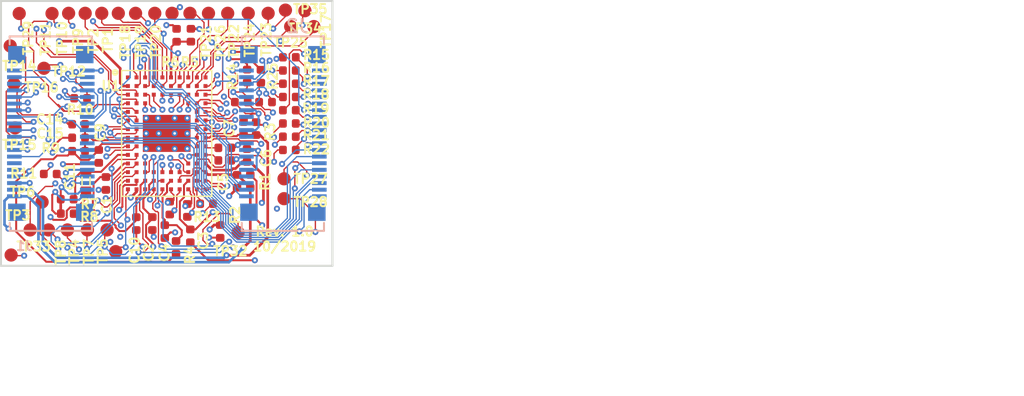
<source format=kicad_pcb>
(kicad_pcb (version 20171130) (host pcbnew 5.0.2+dfsg1-1~bpo9+1)
  (layers (0 Top_Layer signal) (1 Ground_layer1 signal hide) (2 Signal_Layer1 signal) (3 Signal_Layer2 signal) (4 Ground_Layer2 signal hide) (31 Bottom_Layer signal) (34 B.Paste user hide) (35 F.Paste user hide) (36 B.SilkS user) (37 F.SilkS user) (38 B.Mask user hide) (39 F.Mask user) (44 Edge.Cuts user))
  (net 0 "")
  (net 1 GND)
  (net 2 /CSI_D2_IN_P)
  (net 3 /CSI_D2_IN_N)
  (net 4 /CSI_D3_IN_N)
  (net 5 /CSI_D4_IN_N)
  (net 6 /CSI_D4_IN_P)
  (net 7 /CSI_D4_OUT_N)
  (net 8 /CSI_D3_OUT_N)
  (net 9 /3V3_SYS)
  (net 10 /CSI_D3_IN_P)
  (net 11 /VDDANA)
  (net 12 /2V5)
  (net 13 /1V8)
  (net 14 /CSI_D4_OUT_P)
  (net 15 /CSI_D3_OUT_P)
  (net 16 /1V2)
  (net 17 /LED3_ISINK)
  (net 18 /LED1_ISINK)
  (net 19 /TMS)
  (net 20 /VSENSE)
  (net 21 /1V8_SYS)
  (net 22 /LED2_ISINK)
  (net 23 /EXTCLK_EN)
  (net 24 /TDO)
  (net 25 /3V3)
  (net 26 /TDI)
  (net 27 /PC_RDY)
  (net 28 /TCK)
  (net 29 /VBATH)
  (net 30 /CSI_D2_OUT_N)
  (net 31 /EXT_CLK)
  (net 32 /I2C_0_SCL)
  (net 33 /ZIP_EN_L)
  (net 34 /CSI_D2_OUT_P)
  (net 35 /PWR_BTN)
  (net 36 /I2C_0_SDA)
  (net 37 /CSI_D1_IN_N)
  (net 38 /CSI_D1_OUT_N)
  (net 39 /CSI_D1_IN_P)
  (net 40 /CSI_CLK_IN_P)
  (net 41 /CSI_CLK_IN_N)
  (net 42 /CSI_CLK_OUT_N)
  (net 43 /CTRL_SO)
  (net 44 /CTRL_SI)
  (net 45 /CTRL_SCK)
  (net 46 /CSI_CLK_OUT_P)
  (net 47 "Net-(U1-PadD8)")
  (net 48 /ULPM_WAKE)
  (net 49 /PIO3)
  (net 50 /2V5_SYS)
  (net 51 /CTRL_OUT)
  (net 52 /USB_D_N)
  (net 53 /USB_D_P)
  (net 54 /DBG_TX)
  (net 55 /VPLL_A)
  (net 56 /PROC_SCK)
  (net 57 /PROC_SI)
  (net 58 /PROC_OUT_0)
  (net 59 /PROC_OUT_1)
  (net 60 /I2C_1_SDA)
  (net 61 /PROC_OUT_2)
  (net 62 /USB_DET)
  (net 63 /CTRL_SS)
  (net 64 /PIO1)
  (net 65 /I2C_1_SCL)
  (net 66 /DONE)
  (net 67 /DBG_RX)
  (net 68 /PIO2)
  (net 69 /PROC_SS)
  (net 70 /PROC_RST)
  (net 71 /SYS_CLK)
  (net 72 /PROC_SO)
  (net 73 /VUSB)
  (net 74 /1V2_SYS)
  (net 75 /CSI_D1_OUT_P)
  (net 76 /E_PROC_RST)
  (net 77 /E_PROC_SI)
  (net 78 /E_PROC_SO)
  (net 79 /E_PROC_SCK)
  (net 80 /E_PROC_SS)
  (net 81 /CTRL_RST_FLASH_SOC_CS)
  (net 82 /E_CTRL_SI)
  (net 83 /E_CTRL_SO)
  (net 84 /E_CTRL_SCK)
  (net 85 /E_CTRL_SS)
  (net 86 /PIO9)
  (net 87 /PIO10)
  (net 88 /PIO11)
  (net 89 /PIO12)
  (net 90 /PIO15)
  (net 91 /PIO16)
  (net 92 /PIO17)
  (net 93 /PIO8)
  (net 94 /PIO7)
  (net 95 /PIO6)
  (net 96 /VX)
  (net 97 /AMUX)
  (net 98 /DMUX)
  (net 99 /PIO5)
  (net 100 /PIO4)
  (net 101 /FLASH_CLK)
  (net 102 /FLASH_CS)
  (net 103 /FLASH_IO0)
  (net 104 /FLASH_IO1)
  (net 105 /FLASH_IO2)
  (net 106 /FLASH_IO3)
  (net 107 /RAVEN_VCC)
  (net 108 "Net-(U1-PadC3)")
  (net 109 /BOOST_OUT)
  (net 110 "Net-(TP34-Pad1)")
  (net 111 "Net-(TP35-Pad1)")
  (net 112 /C_CSI_D1_OUT_N)
  (net 113 /C_CSI_D1_OUT_P)
  (net 114 /LP_CSI_D1_OUT_P)
  (net 115 /LP_CSI_D1_OUT_N)
  (net 116 /CSI_INT)
  (net 117 /PROC_INT)
  (module antmicro-footprints:Testpoint_smd_1mm (layer Top_Layer) (at 1.37 1.0008)
    (fp_text reference TP29 (at 0.68 1.7992 90) (layer F.SilkS) (effects (font (size 0.7 0.7))))
    (fp_text value TP_SMD1MM hide)
    (pad 1 smd circle (at 0 -0.0508) (size 1 1) (layers Top_Layer F.Paste F.Mask) (net 92 /PIO17))
  )
  (module antmicro-footprints:543630489 (layer Bottom_Layer) (at 3.745 10.005 180)
    (fp_text reference J1 (at 2 -8.5 180) (layer B.SilkS) (effects (font (size 0.7 0.7)) (justify mirror)))
    (fp_text value 543630489)
    (pad 20 smd rect (at -2.75622 -4.752 90) (size 0.3 1.1) (layers Bottom_Layer B.Paste B.Mask) (net 73 /VUSB))
    (pad 19 smd rect (at -2.75622 -4.252 90) (size 0.3 1.1) (layers Bottom_Layer B.Paste B.Mask) (net 73 /VUSB))
    (pad 18 smd rect (at -2.75622 -3.752 90) (size 0.3 1.1) (layers Bottom_Layer B.Paste B.Mask) (net 52 /USB_D_N))
    (pad 17 smd rect (at -2.75622 -3.252 90) (size 0.3 1.1) (layers Bottom_Layer B.Paste B.Mask) (net 53 /USB_D_P))
    (pad 16 smd rect (at -2.75622 -2.752 90) (size 0.3 1.1) (layers Bottom_Layer B.Paste B.Mask) (net 1 GND))
    (pad 15 smd rect (at -2.75622 -2.252 90) (size 0.3 1.1) (layers Bottom_Layer B.Paste B.Mask) (net 5 /CSI_D4_IN_N))
    (pad 14 smd rect (at -2.75622 -1.752 90) (size 0.3 1.1) (layers Bottom_Layer B.Paste B.Mask) (net 6 /CSI_D4_IN_P))
    (pad 13 smd rect (at -2.75622 -1.252 90) (size 0.3 1.1) (layers Bottom_Layer B.Paste B.Mask) (net 1 GND))
    (pad 12 smd rect (at -2.75622 -0.752 90) (size 0.3 1.1) (layers Bottom_Layer B.Paste B.Mask) (net 4 /CSI_D3_IN_N))
    (pad 11 smd rect (at -2.75622 -0.252 90) (size 0.3 1.1) (layers Bottom_Layer B.Paste B.Mask) (net 10 /CSI_D3_IN_P))
    (pad 10 smd rect (at -2.75622 0.248 90) (size 0.3 1.1) (layers Bottom_Layer B.Paste B.Mask) (net 1 GND))
    (pad 9 smd rect (at -2.75622 0.748 90) (size 0.3 1.1) (layers Bottom_Layer B.Paste B.Mask) (net 3 /CSI_D2_IN_N))
    (pad 8 smd rect (at -2.75622 1.248 90) (size 0.3 1.1) (layers Bottom_Layer B.Paste B.Mask) (net 2 /CSI_D2_IN_P))
    (pad 7 smd rect (at -2.75622 1.748 90) (size 0.3 1.1) (layers Bottom_Layer B.Paste B.Mask) (net 1 GND))
    (pad 6 smd rect (at -2.75622 2.248 90) (size 0.3 1.1) (layers Bottom_Layer B.Paste B.Mask) (net 37 /CSI_D1_IN_N))
    (pad 5 smd rect (at -2.75622 2.748 90) (size 0.3 1.1) (layers Bottom_Layer B.Paste B.Mask) (net 39 /CSI_D1_IN_P))
    (pad 4 smd rect (at -2.75622 3.248 90) (size 0.3 1.1) (layers Bottom_Layer B.Paste B.Mask) (net 1 GND))
    (pad 3 smd rect (at -2.75622 3.748 90) (size 0.3 1.1) (layers Bottom_Layer B.Paste B.Mask) (net 41 /CSI_CLK_IN_N))
    (pad 2 smd rect (at -2.75622 4.248 90) (size 0.3 1.1) (layers Bottom_Layer B.Paste B.Mask) (net 40 /CSI_CLK_IN_P))
    (pad 1 smd rect (at -2.75622 4.748 90) (size 0.3 1.1) (layers Bottom_Layer B.Paste B.Mask) (net 1 GND))
    (pad 40 smd rect (at 2.74288 -4.752 90) (size 0.3 1.1) (layers Bottom_Layer B.Paste B.Mask) (net 9 /3V3_SYS))
    (pad 39 smd rect (at 2.74288 -4.252 90) (size 0.3 1.1) (layers Bottom_Layer B.Paste B.Mask) (net 50 /2V5_SYS))
    (pad 38 smd rect (at 2.74288 -3.752 90) (size 0.3 1.1) (layers Bottom_Layer B.Paste B.Mask) (net 21 /1V8_SYS))
    (pad 37 smd rect (at 2.74288 -3.252 90) (size 0.3 1.1) (layers Bottom_Layer B.Paste B.Mask) (net 74 /1V2_SYS))
    (pad 36 smd rect (at 2.74288 -2.752 90) (size 0.3 1.1) (layers Bottom_Layer B.Paste B.Mask) (net 60 /I2C_1_SDA))
    (pad 35 smd rect (at 2.74288 -2.252 90) (size 0.3 1.1) (layers Bottom_Layer B.Paste B.Mask) (net 65 /I2C_1_SCL))
    (pad 34 smd rect (at 2.74288 -1.752 90) (size 0.3 1.1) (layers Bottom_Layer B.Paste B.Mask) (net 36 /I2C_0_SDA))
    (pad 33 smd rect (at 2.74288 -1.252 90) (size 0.3 1.1) (layers Bottom_Layer B.Paste B.Mask) (net 32 /I2C_0_SCL))
    (pad 32 smd rect (at 2.74288 -0.752 90) (size 0.3 1.1) (layers Bottom_Layer B.Paste B.Mask) (net 1 GND))
    (pad 31 smd rect (at 2.74288 -0.252 90) (size 0.3 1.1) (layers Bottom_Layer B.Paste B.Mask) (net 17 /LED3_ISINK))
    (pad 30 smd rect (at 2.74288 0.248 90) (size 0.3 1.1) (layers Bottom_Layer B.Paste B.Mask) (net 22 /LED2_ISINK))
    (pad 29 smd rect (at 2.74288 0.748 90) (size 0.3 1.1) (layers Bottom_Layer B.Paste B.Mask) (net 18 /LED1_ISINK))
    (pad 28 smd rect (at 2.74288 1.248 90) (size 0.3 1.1) (layers Bottom_Layer B.Paste B.Mask) (net 35 /PWR_BTN))
    (pad 27 smd rect (at 2.74288 1.748 90) (size 0.3 1.1) (layers Bottom_Layer B.Paste B.Mask) (net 1 GND))
    (pad 26 smd rect (at 2.74288 2.248 90) (size 0.3 1.1) (layers Bottom_Layer B.Paste B.Mask) (net 67 /DBG_RX))
    (pad 25 smd rect (at 2.74288 2.748 90) (size 0.3 1.1) (layers Bottom_Layer B.Paste B.Mask) (net 54 /DBG_TX))
    (pad 24 smd rect (at 2.74288 3.248 90) (size 0.3 1.1) (layers Bottom_Layer B.Paste B.Mask) (net 28 /TCK))
    (pad 23 smd rect (at 2.74288 3.748 90) (size 0.3 1.1) (layers Bottom_Layer B.Paste B.Mask) (net 19 /TMS))
    (pad 22 smd rect (at 2.74288 4.248 90) (size 0.3 1.1) (layers Bottom_Layer B.Paste B.Mask) (net 24 /TDO))
    (pad 21 smd rect (at 2.74288 4.748 90) (size 0.3 1.1) (layers Bottom_Layer B.Paste B.Mask) (net 26 /TDI))
    (pad "" smd rect (at -2.56826 -5.9585 90) (size 1.3 1.32) (layers Bottom_Layer B.Paste B.Mask))
    (pad "" smd rect (at 2.55238 -5.95342 90) (size 1.3 1.32) (layers Bottom_Layer B.Paste B.Mask))
    (pad "" smd rect (at -2.56826 5.94902 90) (size 1.3 1.32) (layers Bottom_Layer B.Paste B.Mask))
    (pad "" smd rect (at 2.55238 5.94902 90) (size 1.3 1.32) (layers Bottom_Layer B.Paste B.Mask))
  )
  (module antmicro-footprints:0402-cap (layer Top_Layer) (at 18.55 11.67 90)
    (fp_text reference C6 (at -0.2 1.45 90) (layer F.SilkS) (effects (font (size 0.7 0.7))))
    (fp_text value C_100n_0402_6V3)
    (pad 1 smd roundrect (at -0.485 0 90) (size 0.59 0.64) (layers Top_Layer F.Paste F.Mask) (net 21 /1V8_SYS))
    (pad 2 smd roundrect (at 0.485 0 90) (size 0.59 0.64) (layers Top_Layer F.Paste F.Mask) (net 1 GND))
  )
  (module antmicro-footprints:0402-res (layer Top_Layer) (at 16.875 11.095)
    (fp_text reference R23 hide)
    (fp_text value R_120R_0402)
    (pad 1 smd roundrect (at -0.485 0) (size 0.59 0.64) (layers Top_Layer F.Paste F.Mask) (net 75 /CSI_D1_OUT_P))
    (pad 2 smd roundrect (at 0.485 0) (size 0.59 0.64) (layers Top_Layer F.Paste F.Mask) (net 113 /C_CSI_D1_OUT_P))
  )
  (module antmicro-footprints:543630489 (layer Bottom_Layer) (at 21.25 10.005 180)
    (fp_text reference J2 (at -1.0972 8.09762 180) (layer B.SilkS) (effects (justify mirror)))
    (fp_text value 543630489)
    (pad 20 smd rect (at -2.75622 -4.752 90) (size 0.3 1.1) (layers Bottom_Layer B.Paste B.Mask) (net 1 GND))
    (pad 19 smd rect (at -2.75622 -4.252 90) (size 0.3 1.1) (layers Bottom_Layer B.Paste B.Mask) (net 106 /FLASH_IO3))
    (pad 18 smd rect (at -2.75622 -3.752 90) (size 0.3 1.1) (layers Bottom_Layer B.Paste B.Mask) (net 105 /FLASH_IO2))
    (pad 17 smd rect (at -2.75622 -3.252 90) (size 0.3 1.1) (layers Bottom_Layer B.Paste B.Mask) (net 104 /FLASH_IO1))
    (pad 16 smd rect (at -2.75622 -2.752 90) (size 0.3 1.1) (layers Bottom_Layer B.Paste B.Mask) (net 103 /FLASH_IO0))
    (pad 15 smd rect (at -2.75622 -2.252 90) (size 0.3 1.1) (layers Bottom_Layer B.Paste B.Mask) (net 102 /FLASH_CS))
    (pad 14 smd rect (at -2.75622 -1.752 90) (size 0.3 1.1) (layers Bottom_Layer B.Paste B.Mask) (net 101 /FLASH_CLK))
    (pad 13 smd rect (at -2.75622 -1.252 90) (size 0.3 1.1) (layers Bottom_Layer B.Paste B.Mask) (net 66 /DONE))
    (pad 12 smd rect (at -2.75622 -0.752 90) (size 0.3 1.1) (layers Bottom_Layer B.Paste B.Mask) (net 1 GND))
    (pad 11 smd rect (at -2.75622 -0.252 90) (size 0.3 1.1) (layers Bottom_Layer B.Paste B.Mask) (net 85 /E_CTRL_SS))
    (pad 10 smd rect (at -2.75622 0.248 90) (size 0.3 1.1) (layers Bottom_Layer B.Paste B.Mask) (net 84 /E_CTRL_SCK))
    (pad 9 smd rect (at -2.75622 0.748 90) (size 0.3 1.1) (layers Bottom_Layer B.Paste B.Mask) (net 83 /E_CTRL_SO))
    (pad 8 smd rect (at -2.75622 1.248 90) (size 0.3 1.1) (layers Bottom_Layer B.Paste B.Mask) (net 82 /E_CTRL_SI))
    (pad 7 smd rect (at -2.75622 1.748 90) (size 0.3 1.1) (layers Bottom_Layer B.Paste B.Mask) (net 81 /CTRL_RST_FLASH_SOC_CS))
    (pad 6 smd rect (at -2.75622 2.248 90) (size 0.3 1.1) (layers Bottom_Layer B.Paste B.Mask) (net 1 GND))
    (pad 5 smd rect (at -2.75622 2.748 90) (size 0.3 1.1) (layers Bottom_Layer B.Paste B.Mask) (net 80 /E_PROC_SS))
    (pad 4 smd rect (at -2.75622 3.248 90) (size 0.3 1.1) (layers Bottom_Layer B.Paste B.Mask) (net 79 /E_PROC_SCK))
    (pad 3 smd rect (at -2.75622 3.748 90) (size 0.3 1.1) (layers Bottom_Layer B.Paste B.Mask) (net 78 /E_PROC_SO))
    (pad 2 smd rect (at -2.75622 4.248 90) (size 0.3 1.1) (layers Bottom_Layer B.Paste B.Mask) (net 77 /E_PROC_SI))
    (pad 1 smd rect (at -2.75622 4.748 90) (size 0.3 1.1) (layers Bottom_Layer B.Paste B.Mask) (net 76 /E_PROC_RST))
    (pad 40 smd rect (at 2.74288 -4.752 90) (size 0.3 1.1) (layers Bottom_Layer B.Paste B.Mask) (net 61 /PROC_OUT_2))
    (pad 39 smd rect (at 2.74288 -4.252 90) (size 0.3 1.1) (layers Bottom_Layer B.Paste B.Mask) (net 59 /PROC_OUT_1))
    (pad 38 smd rect (at 2.74288 -3.752 90) (size 0.3 1.1) (layers Bottom_Layer B.Paste B.Mask) (net 58 /PROC_OUT_0))
    (pad 37 smd rect (at 2.74288 -3.252 90) (size 0.3 1.1) (layers Bottom_Layer B.Paste B.Mask) (net 51 /CTRL_OUT))
    (pad 36 smd rect (at 2.74288 -2.752 90) (size 0.3 1.1) (layers Bottom_Layer B.Paste B.Mask) (net 1 GND))
    (pad 35 smd rect (at 2.74288 -2.252 90) (size 0.3 1.1) (layers Bottom_Layer B.Paste B.Mask) (net 7 /CSI_D4_OUT_N))
    (pad 34 smd rect (at 2.74288 -1.752 90) (size 0.3 1.1) (layers Bottom_Layer B.Paste B.Mask) (net 14 /CSI_D4_OUT_P))
    (pad 33 smd rect (at 2.74288 -1.252 90) (size 0.3 1.1) (layers Bottom_Layer B.Paste B.Mask) (net 1 GND))
    (pad 32 smd rect (at 2.74288 -0.752 90) (size 0.3 1.1) (layers Bottom_Layer B.Paste B.Mask) (net 8 /CSI_D3_OUT_N))
    (pad 31 smd rect (at 2.74288 -0.252 90) (size 0.3 1.1) (layers Bottom_Layer B.Paste B.Mask) (net 15 /CSI_D3_OUT_P))
    (pad 30 smd rect (at 2.74288 0.248 90) (size 0.3 1.1) (layers Bottom_Layer B.Paste B.Mask) (net 1 GND))
    (pad 29 smd rect (at 2.74288 0.748 90) (size 0.3 1.1) (layers Bottom_Layer B.Paste B.Mask) (net 30 /CSI_D2_OUT_N))
    (pad 28 smd rect (at 2.74288 1.248 90) (size 0.3 1.1) (layers Bottom_Layer B.Paste B.Mask) (net 34 /CSI_D2_OUT_P))
    (pad 27 smd rect (at 2.74288 1.748 90) (size 0.3 1.1) (layers Bottom_Layer B.Paste B.Mask) (net 1 GND))
    (pad 26 smd rect (at 2.74288 2.248 90) (size 0.3 1.1) (layers Bottom_Layer B.Paste B.Mask) (net 112 /C_CSI_D1_OUT_N))
    (pad 25 smd rect (at 2.74288 2.748 90) (size 0.3 1.1) (layers Bottom_Layer B.Paste B.Mask) (net 113 /C_CSI_D1_OUT_P))
    (pad 24 smd rect (at 2.74288 3.248 90) (size 0.3 1.1) (layers Bottom_Layer B.Paste B.Mask) (net 1 GND))
    (pad 23 smd rect (at 2.74288 3.748 90) (size 0.3 1.1) (layers Bottom_Layer B.Paste B.Mask) (net 42 /CSI_CLK_OUT_N))
    (pad 22 smd rect (at 2.74288 4.248 90) (size 0.3 1.1) (layers Bottom_Layer B.Paste B.Mask) (net 46 /CSI_CLK_OUT_P))
    (pad 21 smd rect (at 2.74288 4.748 90) (size 0.3 1.1) (layers Bottom_Layer B.Paste B.Mask) (net 1 GND))
    (pad "" smd rect (at -2.56826 -5.9585 90) (size 1.3 1.32) (layers Bottom_Layer B.Paste B.Mask))
    (pad "" smd rect (at 2.55238 -5.95342 90) (size 1.3 1.32) (layers Bottom_Layer B.Paste B.Mask))
    (pad "" smd rect (at -2.56826 5.94902 90) (size 1.3 1.32) (layers Bottom_Layer B.Paste B.Mask))
    (pad "" smd rect (at 2.55238 5.94902 90) (size 1.3 1.32) (layers Bottom_Layer B.Paste B.Mask))
  )
  (module antmicro-footprints:0402-res (layer Top_Layer) (at 21.745 4.255)
    (fp_text reference R15 (at 2.04 -0.18) (layer F.SilkS) (effects (font (size 0.7 0.7))))
    (fp_text value R_0R_0402)
    (pad 1 smd roundrect (at -0.485 0) (size 0.59 0.64) (layers Top_Layer F.Paste F.Mask) (net 57 /PROC_SI))
    (pad 2 smd roundrect (at 0.485 0) (size 0.59 0.64) (layers Top_Layer F.Paste F.Mask) (net 77 /E_PROC_SI))
  )
  (module lib:Z-Glue_LGA-96 (layer Top_Layer) (at 12.495 10.005 180)
    (fp_text reference U1 (at 4.215 3.595 180) (layer F.SilkS) (effects (font (size 0.7 0.7))))
    (fp_text value zGlue-Jade)
    (pad P1 smd rect (at 2.925 -4.225 180) (size 0.3 0.3) (layers Top_Layer F.Paste F.Mask) (net 96 /VX))
    (pad P2 smd rect (at 2.275 -4.225 180) (size 0.3 0.3) (layers Top_Layer F.Paste F.Mask) (net 1 GND))
    (pad P3 smd rect (at 1.625 -4.225 180) (size 0.3 0.3) (layers Top_Layer F.Paste F.Mask) (net 63 /CTRL_SS))
    (pad P4 smd rect (at 0.975 -4.225 180) (size 0.3 0.3) (layers Top_Layer F.Paste F.Mask) (net 57 /PROC_SI))
    (pad P5 smd rect (at 0.325 -4.225 180) (size 0.3 0.3) (layers Top_Layer F.Paste F.Mask) (net 72 /PROC_SO))
    (pad P6 smd rect (at -0.325 -4.225 270) (size 0.3 0.3) (layers Top_Layer F.Paste F.Mask) (net 41 /CSI_CLK_IN_N))
    (pad P7 smd rect (at -0.975 -4.225 180) (size 0.3 0.3) (layers Top_Layer F.Paste F.Mask) (net 40 /CSI_CLK_IN_P))
    (pad P8 smd rect (at -1.625 -4.225 180) (size 0.3 0.3) (layers Top_Layer F.Paste F.Mask) (net 3 /CSI_D2_IN_N))
    (pad P9 smd rect (at -2.275 -4.225 180) (size 0.3 0.3) (layers Top_Layer F.Paste F.Mask) (net 39 /CSI_D1_IN_P))
    (pad P10 smd rect (at -2.925 -4.225 180) (size 0.3 0.3) (layers Top_Layer F.Paste F.Mask) (net 46 /CSI_CLK_OUT_P))
    (pad N7 smd rect (at -0.975 -3.575 180) (size 0.3 0.3) (layers Top_Layer F.Paste F.Mask) (net 9 /3V3_SYS))
    (pad N5 smd rect (at 0.325 -3.575 180) (size 0.3 0.3) (layers Top_Layer F.Paste F.Mask) (net 45 /CTRL_SCK))
    (pad N3 smd rect (at 1.625 -3.575 180) (size 0.3 0.3) (layers Top_Layer F.Paste F.Mask) (net 11 /VDDANA))
    (pad N8 smd rect (at -1.625 -3.575 180) (size 0.3 0.3) (layers Top_Layer F.Paste F.Mask) (net 12 /2V5))
    (pad N4 smd rect (at 0.975 -3.575 180) (size 0.3 0.3) (layers Top_Layer F.Paste F.Mask) (net 13 /1V8))
    (pad N1 smd rect (at 2.925 -3.575 180) (size 0.3 0.3) (layers Top_Layer F.Paste F.Mask) (net 109 /BOOST_OUT))
    (pad N9 smd rect (at -2.275 -3.575 180) (size 0.3 0.3) (layers Top_Layer F.Paste F.Mask) (net 37 /CSI_D1_IN_N))
    (pad N2 smd rect (at 2.275 -3.575 180) (size 0.3 0.3) (layers Top_Layer F.Paste F.Mask) (net 1 GND))
    (pad N10 smd rect (at -2.925 -3.575 180) (size 0.3 0.3) (layers Top_Layer F.Paste F.Mask) (net 42 /CSI_CLK_OUT_N))
    (pad N6 smd rect (at -0.325 -3.575 180) (size 0.3 0.3) (layers Top_Layer F.Paste F.Mask) (net 16 /1V2))
    (pad M7 smd rect (at -0.975 -2.925 180) (size 0.3 0.3) (layers Top_Layer F.Paste F.Mask) (net 17 /LED3_ISINK))
    (pad M5 smd rect (at 0.325 -2.925 180) (size 0.3 0.3) (layers Top_Layer F.Paste F.Mask) (net 18 /LED1_ISINK))
    (pad M3 smd rect (at 1.625 -2.925 180) (size 0.3 0.3) (layers Top_Layer F.Paste F.Mask) (net 98 /DMUX))
    (pad M8 smd rect (at -1.625 -2.925 180) (size 0.3 0.3) (layers Top_Layer F.Paste F.Mask) (net 19 /TMS))
    (pad M4 smd rect (at 0.975 -2.925 180) (size 0.3 0.3) (layers Top_Layer F.Paste F.Mask) (net 20 /VSENSE))
    (pad M1 smd rect (at 2.925 -2.925 180) (size 0.3 0.3) (layers Top_Layer F.Paste F.Mask) (net 1 GND))
    (pad M9 smd rect (at -2.275 -2.925 180) (size 0.3 0.3) (layers Top_Layer F.Paste F.Mask) (net 2 /CSI_D2_IN_P))
    (pad M2 smd rect (at 2.275 -2.925 180) (size 0.3 0.3) (layers Top_Layer F.Paste F.Mask) (net 97 /AMUX))
    (pad M10 smd rect (at -2.925 -2.925 180) (size 0.3 0.3) (layers Top_Layer F.Paste F.Mask) (net 9 /3V3_SYS))
    (pad M6 smd rect (at -0.325 -2.925 180) (size 0.3 0.3) (layers Top_Layer F.Paste F.Mask) (net 22 /LED2_ISINK))
    (pad L3 smd rect (at 1.625 -2.275 180) (size 0.3 0.3) (layers Top_Layer F.Paste F.Mask) (net 23 /EXTCLK_EN))
    (pad L8 smd rect (at -1.625 -2.275 180) (size 0.3 0.3) (layers Top_Layer F.Paste F.Mask) (net 24 /TDO))
    (pad L1 smd rect (at 2.925 -2.275 180) (size 0.3 0.3) (layers Top_Layer F.Paste F.Mask) (net 25 /3V3))
    (pad L9 smd rect (at -2.275 -2.275 180) (size 0.3 0.3) (layers Top_Layer F.Paste F.Mask) (net 26 /TDI))
    (pad L2 smd rect (at 2.275 -2.275 180) (size 0.3 0.3) (layers Top_Layer F.Paste F.Mask) (net 27 /PC_RDY))
    (pad L10 smd rect (at -2.925 -2.275 180) (size 0.3 0.3) (layers Top_Layer F.Paste F.Mask) (net 21 /1V8_SYS))
    (pad K9 smd rect (at -2.275 -1.625 180) (size 0.3 0.3) (layers Top_Layer F.Paste F.Mask) (net 28 /TCK))
    (pad K1 smd rect (at 2.925 -1.625 270) (size 0.3 0.3) (layers Top_Layer F.Paste F.Mask) (net 29 /VBATH))
    (pad K10 smd rect (at -2.925 -1.625 180) (size 0.3 0.3) (layers Top_Layer F.Paste F.Mask) (net 38 /CSI_D1_OUT_N))
    (pad K2 smd rect (at 2.275 -1.625 180) (size 0.3 0.3) (layers Top_Layer F.Paste F.Mask) (net 31 /EXT_CLK))
    (pad J9 smd rect (at -2.275 -0.975 180) (size 0.3 0.3) (layers Top_Layer F.Paste F.Mask) (net 32 /I2C_0_SCL))
    (pad J2 smd rect (at 2.275 -0.975 180) (size 0.3 0.3) (layers Top_Layer F.Paste F.Mask) (net 33 /ZIP_EN_L))
    (pad J10 smd rect (at -2.925 -0.975 180) (size 0.3 0.3) (layers Top_Layer F.Paste F.Mask) (net 75 /CSI_D1_OUT_P))
    (pad J1 smd rect (at 2.925 -0.975 180) (size 0.3 0.3) (layers Top_Layer F.Paste F.Mask) (net 35 /PWR_BTN))
    (pad H9 smd rect (at -2.275 -0.325 180) (size 0.3 0.3) (layers Top_Layer F.Paste F.Mask) (net 36 /I2C_0_SDA))
    (pad H2 smd rect (at 2.275 -0.325 180) (size 0.3 0.3) (layers Top_Layer F.Paste F.Mask) (net 74 /1V2_SYS))
    (pad H10 smd rect (at -2.925 -0.325 180) (size 0.3 0.3) (layers Top_Layer F.Paste F.Mask) (net 50 /2V5_SYS))
    (pad H1 smd rect (at 2.925 -0.325 180) (size 0.3 0.3) (layers Top_Layer F.Paste F.Mask) (net 55 /VPLL_A))
    (pad G9 smd rect (at -2.275 0.325 180) (size 0.3 0.3) (layers Top_Layer F.Paste F.Mask) (net 91 /PIO16))
    (pad G2 smd rect (at 2.275 0.325 180) (size 0.3 0.3) (layers Top_Layer F.Paste F.Mask) (net 105 /FLASH_IO2))
    (pad G10 smd rect (at -2.925 0.325 180) (size 0.3 0.3) (layers Top_Layer F.Paste F.Mask) (net 62 /USB_DET))
    (pad G1 smd rect (at 2.925 0.325 180) (size 0.3 0.3) (layers Top_Layer F.Paste F.Mask) (net 104 /FLASH_IO1))
    (pad F9 smd rect (at -2.275 0.975 180) (size 0.3 0.3) (layers Top_Layer F.Paste F.Mask) (net 69 /PROC_SS))
    (pad F2 smd rect (at 2.275 0.975 180) (size 0.3 0.3) (layers Top_Layer F.Paste F.Mask) (net 102 /FLASH_CS))
    (pad F10 smd rect (at -2.925 0.975 180) (size 0.3 0.3) (layers Top_Layer F.Paste F.Mask) (net 56 /PROC_SCK))
    (pad F1 smd rect (at 2.925 0.975 180) (size 0.3 0.3) (layers Top_Layer F.Paste F.Mask) (net 106 /FLASH_IO3))
    (pad E9 smd rect (at -2.275 1.625 180) (size 0.3 0.3) (layers Top_Layer F.Paste F.Mask) (net 44 /CTRL_SI))
    (pad E2 smd rect (at 2.275 1.625 180) (size 0.3 0.3) (layers Top_Layer F.Paste F.Mask) (net 103 /FLASH_IO0))
    (pad E10 smd rect (at -2.925 1.625 180) (size 0.3 0.3) (layers Top_Layer F.Paste F.Mask) (net 90 /PIO15))
    (pad E1 smd rect (at 2.925 1.625 180) (size 0.3 0.3) (layers Top_Layer F.Paste F.Mask) (net 81 /CTRL_RST_FLASH_SOC_CS))
    (pad D8 smd rect (at -1.625 2.275 180) (size 0.3 0.3) (layers Top_Layer F.Paste F.Mask) (net 47 "Net-(U1-PadD8)"))
    (pad D3 smd rect (at 1.625 2.275 180) (size 0.3 0.3) (layers Top_Layer F.Paste F.Mask) (net 48 /ULPM_WAKE))
    (pad D9 smd rect (at -2.275 2.275 180) (size 0.3 0.3) (layers Top_Layer F.Paste F.Mask) (net 52 /USB_D_N))
    (pad D1 smd rect (at 2.925 2.275 180) (size 0.3 0.3) (layers Top_Layer F.Paste F.Mask) (net 114 /LP_CSI_D1_OUT_P))
    (pad D10 smd rect (at -2.925 2.275 180) (size 0.3 0.3) (layers Top_Layer F.Paste F.Mask) (net 53 /USB_D_P))
    (pad D2 smd rect (at 2.275 2.275 180) (size 0.3 0.3) (layers Top_Layer F.Paste F.Mask) (net 101 /FLASH_CLK))
    (pad C8 smd rect (at -1.625 2.925 180) (size 0.3 0.3) (layers Top_Layer F.Paste F.Mask) (net 117 /PROC_INT))
    (pad C9 smd rect (at -2.275 2.925 180) (size 0.3 0.3) (layers Top_Layer F.Paste F.Mask) (net 110 "Net-(TP34-Pad1)"))
    (pad B4 smd rect (at 0.975 3.575 180) (size 0.3 0.3) (layers Top_Layer F.Paste F.Mask) (net 64 /PIO1))
    (pad A7 smd rect (at -0.975 4.225 180) (size 0.3 0.3) (layers Top_Layer F.Paste F.Mask) (net 54 /DBG_TX))
    (pad B7 smd rect (at -0.975 3.575 180) (size 0.3 0.3) (layers Top_Layer F.Paste F.Mask) (net 86 /PIO9))
    (pad B9 smd rect (at -2.275 3.575 180) (size 0.3 0.3) (layers Top_Layer F.Paste F.Mask) (net 89 /PIO12))
    (pad C2 smd rect (at 2.275 2.925 180) (size 0.3 0.3) (layers Top_Layer F.Paste F.Mask) (net 92 /PIO17))
    (pad C10 smd rect (at -2.925 2.925 180) (size 0.3 0.3) (layers Top_Layer F.Paste F.Mask) (net 71 /SYS_CLK))
    (pad C5 smd rect (at 0.325 2.925 180) (size 0.3 0.3) (layers Top_Layer F.Paste F.Mask) (net 95 /PIO6))
    (pad C7 smd rect (at -0.975 2.925 180) (size 0.3 0.3) (layers Top_Layer F.Paste F.Mask) (net 116 /CSI_INT))
    (pad C6 smd rect (at -0.325 2.925 180) (size 0.3 0.3) (layers Top_Layer F.Paste F.Mask) (net 93 /PIO8))
    (pad B2 smd rect (at 2.275 3.575 180) (size 0.3 0.3) (layers Top_Layer F.Paste F.Mask) (net 59 /PROC_OUT_1))
    (pad A2 smd rect (at 2.275 4.225 180) (size 0.3 0.3) (layers Top_Layer F.Paste F.Mask) (net 58 /PROC_OUT_0))
    (pad A9 smd rect (at -2.275 4.225 180) (size 0.3 0.3) (layers Top_Layer F.Paste F.Mask) (net 111 "Net-(TP35-Pad1)"))
    (pad A1 smd rect (at 2.925 4.225 180) (size 0.3 0.3) (layers Top_Layer F.Paste F.Mask) (net 70 /PROC_RST))
    (pad A4 smd rect (at 0.975 4.225 180) (size 0.3 0.3) (layers Top_Layer F.Paste F.Mask) (net 49 /PIO3))
    (pad C1 smd rect (at 2.925 2.925 180) (size 0.3 0.3) (layers Top_Layer F.Paste F.Mask) (net 115 /LP_CSI_D1_OUT_N))
    (pad C3 smd rect (at 1.625 2.925 180) (size 0.3 0.3) (layers Top_Layer F.Paste F.Mask) (net 108 "Net-(U1-PadC3)"))
    (pad C4 smd rect (at 0.975 2.925 180) (size 0.3 0.3) (layers Top_Layer F.Paste F.Mask) (net 68 /PIO2))
    (pad A6 smd rect (at -0.325 4.225 180) (size 0.3 0.3) (layers Top_Layer F.Paste F.Mask) (net 107 /RAVEN_VCC))
    (pad A10 smd rect (at -2.925 4.225 180) (size 0.3 0.3) (layers Top_Layer F.Paste F.Mask) (net 88 /PIO11))
    (pad A5 smd rect (at 0.325 4.225 180) (size 0.3 0.3) (layers Top_Layer F.Paste F.Mask) (net 99 /PIO5))
    (pad B8 smd rect (at -1.625 3.575 180) (size 0.3 0.3) (layers Top_Layer F.Paste F.Mask) (net 87 /PIO10))
    (pad A8 smd rect (at -1.625 4.225 180) (size 0.3 0.3) (layers Top_Layer F.Paste F.Mask) (net 67 /DBG_RX))
    (pad A3 smd rect (at 1.625 4.225 180) (size 0.3 0.3) (layers Top_Layer F.Paste F.Mask) (net 66 /DONE))
    (pad B6 smd rect (at -0.325 3.575 180) (size 0.3 0.3) (layers Top_Layer F.Paste F.Mask) (net 94 /PIO7))
    (pad B3 smd rect (at 1.625 3.575 180) (size 0.3 0.3) (layers Top_Layer F.Paste F.Mask) (net 61 /PROC_OUT_2))
    (pad B10 smd rect (at -2.925 3.575 180) (size 0.3 0.3) (layers Top_Layer F.Paste F.Mask) (net 43 /CTRL_SO))
    (pad B5 smd rect (at 0.325 3.575 180) (size 0.3 0.3) (layers Top_Layer F.Paste F.Mask) (net 100 /PIO4))
    (pad B1 smd rect (at 2.925 3.575 180) (size 0.3 0.3) (layers Top_Layer F.Paste F.Mask) (net 9 /3V3_SYS))
    (pad EP smd rect (at 0 0 180) (size 3.6 2.8) (layers Top_Layer F.Mask) (net 1 GND))
    (pad EP thru_hole circle (at -0.6 -1.15 180) (size 0.457 0.457) (drill 0.2) (layers *.Cu *.Mask) (net 1 GND))
    (pad EP thru_hole circle (at 0.6 -1.15 180) (size 0.457 0.457) (drill 0.2) (layers *.Cu *.Mask) (net 1 GND))
    (pad EP thru_hole circle (at -0.6 0 180) (size 0.457 0.457) (drill 0.2) (layers *.Cu *.Mask) (net 1 GND))
    (pad EP thru_hole circle (at 0.6 0 180) (size 0.457 0.457) (drill 0.2) (layers *.Cu *.Mask) (net 1 GND))
    (pad EP thru_hole circle (at -0.6 1.15 180) (size 0.457 0.457) (drill 0.2) (layers *.Cu *.Mask) (net 1 GND))
    (pad EP thru_hole circle (at 0.65 1.15 180) (size 0.457 0.457) (drill 0.2) (layers *.Cu *.Mask) (net 1 GND))
    (pad EP thru_hole circle (at -1.55 -1.15 180) (size 0.457 0.457) (drill 0.2) (layers *.Cu *.Mask) (net 1 GND))
    (pad EP thru_hole circle (at 1.55 -1.15 180) (size 0.457 0.457) (drill 0.2) (layers *.Cu *.Mask) (net 1 GND))
    (pad EP thru_hole circle (at 1.55 0 180) (size 0.457 0.457) (drill 0.2) (layers *.Cu *.Mask) (net 1 GND))
    (pad EP thru_hole circle (at -1.55 0 180) (size 0.457 0.457) (drill 0.2) (layers *.Cu *.Mask) (net 1 GND))
    (pad EP thru_hole circle (at -1.55 1.15 180) (size 0.457 0.457) (drill 0.2) (layers *.Cu *.Mask) (net 1 GND))
    (pad EP thru_hole circle (at 1.55 1.15 180) (size 0.457 0.457) (drill 0.2) (layers *.Cu *.Mask) (net 1 GND))
  )
  (module antmicro-footprints:0402-res (layer Top_Layer) (at 12.725 15.645 90)
    (fp_text reference R12 hide)
    (fp_text value R_100R_0402)
    (pad 1 smd roundrect (at -0.485 0 90) (size 0.59 0.64) (layers Top_Layer F.Paste F.Mask) (net 40 /CSI_CLK_IN_P))
    (pad 2 smd roundrect (at 0.485 0 90) (size 0.59 0.64) (layers Top_Layer F.Paste F.Mask) (net 41 /CSI_CLK_IN_N))
  )
  (module antmicro-footprints:0402-res (layer Top_Layer) (at 6 7.35)
    (fp_text reference R10 (at -0.04 0.86) (layer F.SilkS) (effects (font (size 0.7 0.7))))
    (fp_text value R_220R_0402)
    (pad 2 smd roundrect (at 0.485 0) (size 0.59 0.64) (layers Top_Layer F.Paste F.Mask) (net 116 /CSI_INT))
    (pad 1 smd roundrect (at -0.485 0) (size 0.59 0.64) (layers Top_Layer F.Paste F.Mask) (net 39 /CSI_D1_IN_P))
  )
  (module antmicro-footprints:0402-res (layer Top_Layer) (at 13.24 2.595 270)
    (fp_text reference R6 (at 2.025 0.48) (layer F.SilkS) (effects (font (size 0.7 0.7))))
    (fp_text value R_0R_0402)
    (pad 1 smd roundrect (at -0.485 0 270) (size 0.59 0.64) (layers Top_Layer F.Paste F.Mask) (net 9 /3V3_SYS))
    (pad 2 smd roundrect (at 0.485 0 270) (size 0.59 0.64) (layers Top_Layer F.Paste F.Mask) (net 107 /RAVEN_VCC))
  )
  (module antmicro-footprints:0402-res (layer Top_Layer) (at 19.95 7.64 180)
    (fp_text reference R27 hide)
    (fp_text value R_49R9_0402)
    (pad 2 smd roundrect (at 0.485 0 180) (size 0.59 0.64) (layers Top_Layer F.Paste F.Mask) (net 112 /C_CSI_D1_OUT_N))
    (pad 1 smd roundrect (at -0.485 0 180) (size 0.59 0.64) (layers Top_Layer F.Paste F.Mask) (net 1 GND))
  )
  (module antmicro-footprints:0402-res (layer Top_Layer) (at 14.05 15.82 90)
    (fp_text reference R28 hide)
    (fp_text value R_100R_0402)
    (pad 1 smd roundrect (at -0.485 0 90) (size 0.59 0.64) (layers Top_Layer F.Paste F.Mask) (net 2 /CSI_D2_IN_P))
    (pad 2 smd roundrect (at 0.485 0 90) (size 0.59 0.64) (layers Top_Layer F.Paste F.Mask) (net 3 /CSI_D2_IN_N))
  )
  (module antmicro-footprints:0402-res (layer Top_Layer) (at 15.5 15.32)
    (fp_text reference R13 (at 0.025 1) (layer F.SilkS) (effects (font (size 0.7 0.7))))
    (fp_text value R_100R_0402)
    (pad 2 smd roundrect (at 0.485 0) (size 0.59 0.64) (layers Top_Layer F.Paste F.Mask) (net 37 /CSI_D1_IN_N))
    (pad 1 smd roundrect (at -0.485 0) (size 0.59 0.64) (layers Top_Layer F.Paste F.Mask) (net 39 /CSI_D1_IN_P))
  )
  (module antmicro-footprints:0402-res (layer Top_Layer) (at 19.6 5.69 270)
    (fp_text reference R25 (at 0 -0.89 270) (layer F.SilkS) (effects (font (size 0.7 0.7))))
    (fp_text value R_22R_0402)
    (pad 1 smd roundrect (at -0.485 0 270) (size 0.59 0.64) (layers Top_Layer F.Paste F.Mask) (net 115 /LP_CSI_D1_OUT_N))
    (pad 2 smd roundrect (at 0.485 0 270) (size 0.59 0.64) (layers Top_Layer F.Paste F.Mask) (net 112 /C_CSI_D1_OUT_N))
  )
  (module antmicro-footprints:0402-res (layer Top_Layer) (at 16.875 12.045)
    (fp_text reference R24 hide)
    (fp_text value R_120R_0402)
    (pad 2 smd roundrect (at 0.485 0) (size 0.59 0.64) (layers Top_Layer F.Paste F.Mask) (net 112 /C_CSI_D1_OUT_N))
    (pad 1 smd roundrect (at -0.485 0) (size 0.59 0.64) (layers Top_Layer F.Paste F.Mask) (net 38 /CSI_D1_OUT_N))
  )
  (module antmicro-footprints:0402-res (layer Top_Layer) (at 18.56 5.67 270)
    (fp_text reference R14 (at 0.05 1.1 270) (layer F.SilkS) (effects (font (size 0.7 0.7))))
    (fp_text value R_22R_0402)
    (pad 2 smd roundrect (at 0.485 0 270) (size 0.59 0.64) (layers Top_Layer F.Paste F.Mask) (net 113 /C_CSI_D1_OUT_P))
    (pad 1 smd roundrect (at -0.485 0 270) (size 0.59 0.64) (layers Top_Layer F.Paste F.Mask) (net 114 /LP_CSI_D1_OUT_P))
  )
  (module antmicro-footprints:0402-res (layer Top_Layer) (at 18.12 7.64 180)
    (fp_text reference R26 hide)
    (fp_text value R_49R9_0402)
    (pad 1 smd roundrect (at -0.485 0 180) (size 0.59 0.64) (layers Top_Layer F.Paste F.Mask) (net 113 /C_CSI_D1_OUT_P))
    (pad 2 smd roundrect (at 0.485 0 180) (size 0.59 0.64) (layers Top_Layer F.Paste F.Mask) (net 1 GND))
  )
  (module antmicro-footprints:Testpoint_smd_1mm (layer Top_Layer) (at 21.45 0.745)
    (fp_text reference TP35 (at 1.875 -0.125) (layer F.SilkS) (effects (font (size 0.7 0.7))))
    (fp_text value TP_SMD1MM hide)
    (pad 1 smd circle (at 0 -0.0508) (size 1 1) (layers Top_Layer F.Paste F.Mask) (net 111 "Net-(TP35-Pad1)"))
  )
  (module antmicro-footprints:Testpoint_smd_1mm (layer Top_Layer) (at 0.69 3.45)
    (fp_text reference TP14 (at 0.69 1.46) (layer F.SilkS) (effects (font (size 0.7 0.7))))
    (fp_text value TP_SMD1MM hide)
    (pad 1 smd circle (at 0 -0.0508) (size 1 1) (layers Top_Layer F.Paste F.Mask) (net 18 /LED1_ISINK))
  )
  (module antmicro-footprints:Testpoint_smd_1mm (layer Top_Layer) (at 1.06 9.64)
    (fp_text reference TP15 (at 0.32 1.23) (layer F.SilkS) (effects (font (size 0.7 0.7))))
    (fp_text value TP_SMD1MM hide)
    (pad 1 smd circle (at 0 -0.0508) (size 1 1) (layers Top_Layer F.Paste F.Mask) (net 22 /LED2_ISINK))
  )
  (module antmicro-footprints:Testpoint_smd_1mm (layer Top_Layer) (at 0.97 6.31)
    (fp_text reference TP16 (at 2.08 0.22) (layer F.SilkS) (effects (font (size 0.7 0.7))))
    (fp_text value TP_SMD1MM hide)
    (pad 1 smd circle (at 0 -0.0508) (size 1 1) (layers Top_Layer F.Paste F.Mask) (net 17 /LED3_ISINK))
  )
  (module antmicro-footprints:Testpoint_smd_1mm (layer Top_Layer) (at 22.92 0.79)
    (fp_text reference TP34 (at -0.01 1.29) (layer F.SilkS) (effects (font (size 0.7 0.7))))
    (fp_text value TP_SMD1MM hide)
    (pad 1 smd circle (at 0 -0.0508) (size 1 1) (layers Top_Layer F.Paste F.Mask) (net 110 "Net-(TP34-Pad1)"))
  )
  (module antmicro-footprints:Testpoint_smd_1mm (layer Top_Layer) (at 0.76 19.24)
    (fp_text reference TP33 (at 1.7 -0.69) (layer F.SilkS) (effects (font (size 0.7 0.7))))
    (fp_text value TP_SMD1MM hide)
    (pad 1 smd circle (at 0 -0.0508) (size 1 1) (layers Top_Layer F.Paste F.Mask) (net 109 /BOOST_OUT))
  )
  (module antmicro-footprints:Testpoint_smd_1mm (layer Top_Layer) (at 17.875 17.545)
    (fp_text reference TP32 (at -0.575 1.35) (layer F.SilkS) (effects (font (size 0.7 0.7))))
    (fp_text value TP_SMD1MM hide)
    (pad 1 smd circle (at 0 -0.0508) (size 1 1) (layers Top_Layer F.Paste F.Mask) (net 20 /VSENSE))
  )
  (module antmicro-footprints:0603-cap (layer Top_Layer) (at 6.41 13.62 270)
    (fp_text reference C11 (at -0.36 1.22 270) (layer F.SilkS) (effects (font (size 0.7 0.7))))
    (fp_text value C_1u_0603)
    (pad 2 smd rect (at 0.7 0 270) (size 0.6 0.8) (layers Top_Layer F.Paste F.Mask) (net 1 GND))
    (pad 1 smd rect (at -0.7 0 270) (size 0.6 0.8) (layers Top_Layer F.Paste F.Mask) (net 29 /VBATH))
  )
  (module antmicro-footprints:Testpoint_smd_1mm (layer Top_Layer) (at 7.9466 17.2958 270)
    (fp_text reference TP5 (at 1.6042 0.2766 270) (layer F.SilkS) (effects (font (size 0.7 0.7))))
    (fp_text value TP_SMD1MM hide)
    (pad 1 smd circle (at 0 -0.0508 270) (size 1 1) (layers Top_Layer F.Paste F.Mask) (net 98 /DMUX))
  )
  (module antmicro-footprints:Testpoint_smd_1mm (layer Top_Layer) (at 3.0442 15.185 270)
    (fp_text reference TP6 (at -0.765 1.4242) (layer F.SilkS) (effects (font (size 0.7 0.7))))
    (fp_text value TP_SMD1MM hide)
    (pad 1 smd circle (at 0 -0.0508 270) (size 1 1) (layers Top_Layer F.Paste F.Mask) (net 97 /AMUX))
  )
  (module antmicro-footprints:Testpoint_smd_1mm (layer Top_Layer) (at 8.595 18.935 270)
    (fp_text reference TP13 hide)
    (fp_text value TP_SMD1MM hide)
    (pad 1 smd circle (at 0 -0.0508 270) (size 1 1) (layers Top_Layer F.Paste F.Mask) (net 96 /VX))
  )
  (module antmicro-footprints:Testpoint_smd_1mm (layer Top_Layer) (at 10.095 0.935 270)
    (fp_text reference TP18 (at 2.155 0.725 270) (layer F.SilkS) (effects (font (size 0.7 0.7))))
    (fp_text value TP_SMD1MM hide)
    (pad 1 smd circle (at 0 -0.0508 270) (size 1 1) (layers Top_Layer F.Paste F.Mask) (net 95 /PIO6))
  )
  (module antmicro-footprints:Testpoint_smd_1mm (layer Top_Layer) (at 11.5442 0.935 270)
    (fp_text reference TP19 (at 2.185 1.0242 270) (layer F.SilkS) (effects (font (size 0.7 0.7))))
    (fp_text value TP_SMD1MM hide)
    (pad 1 smd circle (at 0 -0.0508 270) (size 1 1) (layers Top_Layer F.Paste F.Mask) (net 94 /PIO7))
  )
  (module antmicro-footprints:Testpoint_smd_1mm (layer Top_Layer) (at 12.845 0.935 270)
    (fp_text reference TP20 (at 2.145 1.165 270) (layer F.SilkS) (effects (font (size 0.7 0.7))))
    (fp_text value TP_SMD1MM hide)
    (pad 1 smd circle (at 0 -0.0508 270) (size 1 1) (layers Top_Layer F.Paste F.Mask) (net 93 /PIO8))
  )
  (module antmicro-footprints:Testpoint_smd_1mm (layer Top_Layer) (at 21.2942 14.935 270)
    (fp_text reference TP28 (at 0.25 -2.0508 180) (layer F.SilkS) (effects (font (size 0.7 0.7))))
    (fp_text value TP_SMD1MM hide)
    (pad 1 smd circle (at 0 -0.0508 270) (size 1 1) (layers Top_Layer F.Paste F.Mask) (net 91 /PIO16))
  )
  (module antmicro-footprints:Testpoint_smd_1mm (layer Top_Layer) (at 21.2942 13.435 270)
    (fp_text reference TP27 (at 0 -2.0508) (layer F.SilkS) (effects (font (size 0.7 0.7))))
    (fp_text value TP_SMD1MM hide)
    (pad 1 smd circle (at 0 -0.0508 270) (size 1 1) (layers Top_Layer F.Paste F.Mask) (net 90 /PIO15))
  )
  (module antmicro-footprints:Testpoint_smd_1mm (layer Top_Layer) (at 15.595 0.935 270)
    (fp_text reference TP26 (at 2.155 -0.945 270) (layer F.SilkS) (effects (font (size 0.7 0.7))))
    (fp_text value TP_SMD1MM hide)
    (pad 1 smd circle (at 0 -0.0508 270) (size 1 1) (layers Top_Layer F.Paste F.Mask) (net 116 /CSI_INT))
  )
  (module antmicro-footprints:Testpoint_smd_1mm (layer Top_Layer) (at 21.7942 1.935 270)
    (fp_text reference TP25 (at 1.205 -0.0558) (layer F.SilkS) (effects (font (size 0.7 0.7))))
    (fp_text value TP_SMD1MM hide)
    (pad 1 smd circle (at 0 -0.0508 270) (size 1 1) (layers Top_Layer F.Paste F.Mask) (net 117 /PROC_INT))
  )
  (module antmicro-footprints:Testpoint_smd_1mm (layer Top_Layer) (at 18.595 0.935 270)
    (fp_text reference TP24 (at 2.025 -0.155 270) (layer F.SilkS) (effects (font (size 0.7 0.7))))
    (fp_text value TP_SMD1MM hide)
    (pad 1 smd circle (at 0 -0.0508 270) (size 1 1) (layers Top_Layer F.Paste F.Mask) (net 89 /PIO12))
  )
  (module antmicro-footprints:Testpoint_smd_1mm (layer Top_Layer) (at 20.095 0.935 270)
    (fp_text reference TP23 (at 1.975 0.085 270) (layer F.SilkS) (effects (font (size 0.7 0.7))))
    (fp_text value TP_SMD1MM hide)
    (pad 1 smd circle (at 0 -0.0508 270) (size 1 1) (layers Top_Layer F.Paste F.Mask) (net 88 /PIO11))
  )
  (module antmicro-footprints:Testpoint_smd_1mm (layer Top_Layer) (at 17.0442 0.935 270)
    (fp_text reference TP22 (at 2.105 -0.5258 270) (layer F.SilkS) (effects (font (size 0.7 0.7))))
    (fp_text value TP_SMD1MM hide)
    (pad 1 smd circle (at 0 -0.0508 270) (size 1 1) (layers Top_Layer F.Paste F.Mask) (net 87 /PIO10))
  )
  (module antmicro-footprints:Testpoint_smd_1mm (layer Top_Layer) (at 14.1966 0.935 270)
    (fp_text reference TP21 (at 2.185 -1.2634 270) (layer F.SilkS) (effects (font (size 0.7 0.7))))
    (fp_text value TP_SMD1MM hide)
    (pad 1 smd circle (at 0 -0.0508 270) (size 1 1) (layers Top_Layer F.Paste F.Mask) (net 86 /PIO9))
  )
  (module antmicro-footprints:0402-cap (layer Top_Layer) (at 18.296 9.63 90)
    (fp_text reference C7 (at 0 -1.076 90) (layer F.SilkS) (effects (font (size 0.7 0.7))))
    (fp_text value C_100n_0402_6V3)
    (pad 1 smd roundrect (at -0.485 0 90) (size 0.59 0.64) (layers Top_Layer F.Paste F.Mask) (net 50 /2V5_SYS))
    (pad 2 smd roundrect (at 0.485 0 90) (size 0.59 0.64) (layers Top_Layer F.Paste F.Mask) (net 1 GND))
  )
  (module antmicro-footprints:0402-cap (layer Top_Layer) (at 17.8 13.62 270)
    (fp_text reference C5 (at 0.07 1.05 270) (layer F.SilkS) (effects (font (size 0.7 0.7))))
    (fp_text value C_100n_0402_6V3)
    (pad 1 smd roundrect (at -0.485 0 270) (size 0.59 0.64) (layers Top_Layer F.Paste F.Mask) (net 9 /3V3_SYS))
    (pad 2 smd roundrect (at 0.485 0 270) (size 0.59 0.64) (layers Top_Layer F.Paste F.Mask) (net 1 GND))
  )
  (module antmicro-footprints:0402-cap (layer Top_Layer) (at 12.35 17.42 270)
    (fp_text reference C4 (at 1.6 0.025 270) (layer F.SilkS) (effects (font (size 0.7 0.7))))
    (fp_text value C_2u2_0402)
    (pad 1 smd roundrect (at -0.485 0 270) (size 0.59 0.64) (layers Top_Layer F.Paste F.Mask) (net 16 /1V2))
    (pad 2 smd roundrect (at 0.485 0 270) (size 0.59 0.64) (layers Top_Layer F.Paste F.Mask) (net 1 GND))
  )
  (module antmicro-footprints:0402-cap (layer Top_Layer) (at 14.275 17.745 270)
    (fp_text reference C3 (at 0.366 -0.979 270) (layer F.SilkS) (effects (font (size 0.7 0.7))))
    (fp_text value C_2u2_0402)
    (pad 1 smd roundrect (at -0.485 0 270) (size 0.59 0.64) (layers Top_Layer F.Paste F.Mask) (net 12 /2V5))
    (pad 2 smd roundrect (at 0.485 0 270) (size 0.59 0.64) (layers Top_Layer F.Paste F.Mask) (net 1 GND))
  )
  (module antmicro-footprints:0402-cap (layer Top_Layer) (at 11.411 16.814 270)
    (fp_text reference C2 (at 2.196 0.271 270) (layer F.SilkS) (effects (font (size 0.7 0.7))))
    (fp_text value C_2u2_0402)
    (pad 1 smd roundrect (at -0.485 0 270) (size 0.59 0.64) (layers Top_Layer F.Paste F.Mask) (net 13 /1V8))
    (pad 2 smd roundrect (at 0.485 0 270) (size 0.59 0.64) (layers Top_Layer F.Paste F.Mask) (net 1 GND))
  )
  (module antmicro-footprints:0402-cap (layer Top_Layer) (at 10.2 16.82 270)
    (fp_text reference C10 (at 2.01 0.13 270) (layer F.SilkS) (effects (font (size 0.7 0.7))))
    (fp_text value C_100n_0402_6V3)
    (pad 1 smd roundrect (at -0.485 0 270) (size 0.59 0.64) (layers Top_Layer F.Paste F.Mask) (net 11 /VDDANA))
    (pad 2 smd roundrect (at 0.485 0 270) (size 0.59 0.64) (layers Top_Layer F.Paste F.Mask) (net 1 GND))
  )
  (module antmicro-footprints:0402-cap (layer Top_Layer) (at 5.847 9.314 180)
    (fp_text reference C14 (at 2.18 0.37 180) (layer F.SilkS) (effects (font (size 0.7 0.7))))
    (fp_text value C_100n_0402_6V3)
    (pad 1 smd roundrect (at -0.485 0 180) (size 0.59 0.64) (layers Top_Layer F.Paste F.Mask) (net 55 /VPLL_A))
    (pad 2 smd roundrect (at 0.485 0 180) (size 0.59 0.64) (layers Top_Layer F.Paste F.Mask) (net 1 GND))
  )
  (module antmicro-footprints:0402-cap (layer Top_Layer) (at 7.907 13.785 270)
    (fp_text reference C1 (at 1.635 -0.068 270) (layer F.SilkS) (effects (font (size 0.7 0.7))))
    (fp_text value C_10u_0402)
    (pad 1 smd roundrect (at -0.485 0 270) (size 0.59 0.64) (layers Top_Layer F.Paste F.Mask) (net 25 /3V3))
    (pad 2 smd roundrect (at 0.485 0 270) (size 0.59 0.64) (layers Top_Layer F.Paste F.Mask) (net 1 GND))
  )
  (module antmicro-footprints:0402-res (layer Top_Layer) (at 3.71 13.07)
    (fp_text reference R11 (at -2 -0.04) (layer F.SilkS) (effects (font (size 0.7 0.7))))
    (fp_text value R_1k5_0402)
    (pad 1 smd roundrect (at -0.485 0) (size 0.59 0.64) (layers Top_Layer F.Paste F.Mask) (net 62 /USB_DET))
    (pad 2 smd roundrect (at 0.485 0) (size 0.59 0.64) (layers Top_Layer F.Paste F.Mask) (net 53 /USB_D_P))
  )
  (module antmicro-footprints:0402-res (layer Top_Layer) (at 5.847 11.344)
    (fp_text reference R9 (at -2.11 -0.22) (layer F.SilkS) (effects (font (size 0.7 0.7))))
    (fp_text value R_100R_0402)
    (pad 1 smd roundrect (at -0.485 0) (size 0.59 0.64) (layers Top_Layer F.Paste F.Mask) (net 74 /1V2_SYS))
    (pad 2 smd roundrect (at 0.485 0) (size 0.59 0.64) (layers Top_Layer F.Paste F.Mask) (net 55 /VPLL_A))
  )
  (module antmicro-footprints:0402-res (layer Top_Layer) (at 4.996 16.066)
    (fp_text reference R8 (at 1.664 0.234) (layer F.SilkS) (effects (font (size 0.7 0.7))))
    (fp_text value R_0R_0402)
    (pad 1 smd roundrect (at -0.485 0) (size 0.59 0.64) (layers Top_Layer F.Paste F.Mask) (net 73 /VUSB))
    (pad 2 smd roundrect (at 0.485 0) (size 0.59 0.64) (layers Top_Layer F.Paste F.Mask) (net 11 /VDDANA))
  )
  (module antmicro-footprints:0402-res (layer Top_Layer) (at 4.986 14.976)
    (fp_text reference R7 (at 1.694 0.374) (layer F.SilkS) (effects (font (size 0.7 0.7))))
    (fp_text value R_0R_0402)
    (pad 1 smd roundrect (at -0.485 0) (size 0.59 0.64) (layers Top_Layer F.Paste F.Mask) (net 73 /VUSB))
    (pad 2 smd roundrect (at 0.485 0) (size 0.59 0.64) (layers Top_Layer F.Paste F.Mask) (net 29 /VBATH))
  )
  (module antmicro-footprints:0402-res (layer Top_Layer) (at 14.32 2.59 270)
    (fp_text reference R5 (at 2.04 0.09) (layer F.SilkS) (effects (font (size 0.7 0.7))))
    (fp_text value R_0R_0402)
    (pad 1 smd roundrect (at -0.485 0 270) (size 0.59 0.64) (layers Top_Layer F.Paste F.Mask) (net 21 /1V8_SYS))
    (pad 2 smd roundrect (at 0.485 0 270) (size 0.59 0.64) (layers Top_Layer F.Paste F.Mask) (net 107 /RAVEN_VCC))
  )
  (module antmicro-footprints:0402-res (layer Top_Layer) (at 13.2 18.62 270)
    (fp_text reference R4 (at 0.575 -1.05 270) (layer F.SilkS) (effects (font (size 0.7 0.7))))
    (fp_text value R_0R_0402)
    (pad 1 smd roundrect (at -0.485 0 270) (size 0.59 0.64) (layers Top_Layer F.Paste F.Mask) (net 16 /1V2))
    (pad 2 smd roundrect (at 0.485 0 270) (size 0.59 0.64) (layers Top_Layer F.Paste F.Mask) (net 74 /1V2_SYS))
  )
  (module antmicro-footprints:0402-res (layer Top_Layer) (at 19.24 9.64 270)
    (fp_text reference R3 (at 0.25 -1.06 270) (layer F.SilkS) (effects (font (size 0.7 0.7))))
    (fp_text value R_0R_0402)
    (pad 1 smd roundrect (at -0.485 0 270) (size 0.59 0.64) (layers Top_Layer F.Paste F.Mask) (net 12 /2V5))
    (pad 2 smd roundrect (at 0.485 0 270) (size 0.59 0.64) (layers Top_Layer F.Paste F.Mask) (net 50 /2V5_SYS))
  )
  (module antmicro-footprints:0402-res (layer Top_Layer) (at 16.53 17.405 90)
    (fp_text reference R2 (at 1.235 1.12 90) (layer F.SilkS) (effects (font (size 0.7 0.7))))
    (fp_text value R_0R_0402)
    (pad 1 smd roundrect (at -0.485 0 90) (size 0.59 0.64) (layers Top_Layer F.Paste F.Mask) (net 13 /1V8))
    (pad 2 smd roundrect (at 0.485 0 90) (size 0.59 0.64) (layers Top_Layer F.Paste F.Mask) (net 21 /1V8_SYS))
  )
  (module antmicro-footprints:0402-res (layer Top_Layer) (at 18.8 13.62 270)
    (fp_text reference R1 (at 0.03 -1.12 270) (layer F.SilkS) (effects (font (size 0.7 0.7))))
    (fp_text value R_0R_0402)
    (pad 1 smd roundrect (at -0.485 0 270) (size 0.59 0.64) (layers Top_Layer F.Paste F.Mask) (net 25 /3V3))
    (pad 2 smd roundrect (at 0.485 0 270) (size 0.59 0.64) (layers Top_Layer F.Paste F.Mask) (net 9 /3V3_SYS))
  )
  (module antmicro-footprints:Testpoint_smd_1mm (layer Top_Layer) (at 5.005 17.245 180)
    (fp_text reference TP4 (at -0.515 -1.705 270) (layer F.SilkS) (effects (font (size 0.7 0.7))))
    (fp_text value TP_SMD1MM hide)
    (pad 1 smd circle (at 0 -0.0508 180) (size 1 1) (layers Top_Layer F.Paste F.Mask) (net 27 /PC_RDY))
  )
  (module antmicro-footprints:Testpoint_smd_1mm (layer Top_Layer) (at 6.345 0.8842 180)
    (fp_text reference TP9 (at 0.535 -2.1358 270) (layer F.SilkS) (effects (font (size 0.7 0.7))))
    (fp_text value TP_SMD1MM hide)
    (pad 1 smd circle (at 0 -0.0508 180) (size 1 1) (layers Top_Layer F.Paste F.Mask) (net 49 /PIO3))
  )
  (module antmicro-footprints:Testpoint_smd_1mm (layer Top_Layer) (at 6.515 17.245 180)
    (fp_text reference TP7 (at -0.105 -1.685 270) (layer F.SilkS) (effects (font (size 0.7 0.7))))
    (fp_text value TP_SMD1MM hide)
    (pad 1 smd circle (at 0 -0.0508 180) (size 1 1) (layers Top_Layer F.Paste F.Mask) (net 23 /EXTCLK_EN))
  )
  (module antmicro-footprints:Testpoint_smd_1mm (layer Top_Layer) (at 2.195 17.245 180)
    (fp_text reference TP3 (at 0.925 1.055) (layer F.SilkS) (effects (font (size 0.7 0.7))))
    (fp_text value TP_SMD1MM hide)
    (pad 1 smd circle (at 0 -0.0508 180) (size 1 1) (layers Top_Layer F.Paste F.Mask) (net 33 /ZIP_EN_L))
  )
  (module antmicro-footprints:Testpoint_smd_1mm (layer Top_Layer) (at 8.845 0.8842 180)
    (fp_text reference TP1 (at 0.795 -2.0758 270) (layer F.SilkS) (effects (font (size 0.7 0.7))))
    (fp_text value TP_SMD1MM hide)
    (pad 1 smd circle (at 0 -0.0508 180) (size 1 1) (layers Top_Layer F.Paste F.Mask) (net 100 /PIO4))
  )
  (module antmicro-footprints:Testpoint_smd_1mm (layer Top_Layer) (at 7.595 0.8842 180)
    (fp_text reference TP2 (at 0.635 -2.1358 270) (layer F.SilkS) (effects (font (size 0.7 0.7))))
    (fp_text value TP_SMD1MM hide)
    (pad 1 smd circle (at 0 -0.0508 180) (size 1 1) (layers Top_Layer F.Paste F.Mask) (net 99 /PIO5))
  )
  (module antmicro-footprints:Testpoint_smd_1mm (layer Top_Layer) (at 3.575 17.245 180)
    (fp_text reference TP8 (at -0.925 -1.745 270) (layer F.SilkS) (effects (font (size 0.7 0.7))))
    (fp_text value TP_SMD1MM hide)
    (pad 1 smd circle (at 0 -0.0508 180) (size 1 1) (layers Top_Layer F.Paste F.Mask) (net 31 /EXT_CLK))
  )
  (module antmicro-footprints:Testpoint_smd_1mm (layer Top_Layer) (at 3.845 0.8992 180)
    (fp_text reference TP11 (at 0.485 -1.9408 270) (layer F.SilkS) (effects (font (size 0.7 0.7))))
    (fp_text value TP_SMD1MM hide)
    (pad 1 smd circle (at 0 -0.0508 180) (size 1 1) (layers Top_Layer F.Paste F.Mask) (net 64 /PIO1))
  )
  (module antmicro-footprints:Testpoint_smd_1mm (layer Top_Layer) (at 3.235 5.035 180)
    (fp_text reference TP12 (at -1.875 -0.295 180) (layer F.SilkS) (effects (font (size 0.7 0.7))))
    (fp_text value TP_SMD1MM hide)
    (pad 1 smd circle (at 0 -0.0508 180) (size 1 1) (layers Top_Layer F.Paste F.Mask) (net 48 /ULPM_WAKE))
  )
  (module antmicro-footprints:Testpoint_smd_1mm (layer Top_Layer) (at 5.095 0.8842 180)
    (fp_text reference TP10 (at 0.495 -1.9458 270) (layer F.SilkS) (effects (font (size 0.7 0.7))))
    (fp_text value TP_SMD1MM hide)
    (pad 1 smd circle (at 0 -0.0508 180) (size 1 1) (layers Top_Layer F.Paste F.Mask) (net 68 /PIO2))
  )
  (module antmicro-footprints:0402-cap (layer Top_Layer) (at 5.847 10.334 180)
    (fp_text reference C15 (at 2.15 0.32 180) (layer F.SilkS) (effects (font (size 0.7 0.7))))
    (fp_text value C_10n_0402)
    (pad 1 smd roundrect (at -0.485 0 180) (size 0.59 0.64) (layers Top_Layer F.Paste F.Mask) (net 55 /VPLL_A))
    (pad 2 smd roundrect (at 0.485 0 180) (size 0.59 0.64) (layers Top_Layer F.Paste F.Mask) (net 1 GND))
  )
  (module antmicro-footprints:0402-cap (layer Top_Layer) (at 7.372 11.741 270)
    (fp_text reference C9 (at -1.811 -0.118 270) (layer F.SilkS) (effects (font (size 0.7 0.7))))
    (fp_text value C_100n_0402_6V3)
    (pad 1 smd roundrect (at -0.485 0 270) (size 0.59 0.64) (layers Top_Layer F.Paste F.Mask) (net 74 /1V2_SYS))
    (pad 2 smd roundrect (at 0.485 0 270) (size 0.59 0.64) (layers Top_Layer F.Paste F.Mask) (net 1 GND))
  )
  (module antmicro-footprints:0402-res (layer Top_Layer) (at 21.745 11.255)
    (fp_text reference R22 (at 2.04 -0.05) (layer F.SilkS) (effects (font (size 0.7 0.7))))
    (fp_text value R_0R_0402)
    (pad 1 smd roundrect (at -0.485 0) (size 0.59 0.64) (layers Top_Layer F.Paste F.Mask) (net 63 /CTRL_SS))
    (pad 2 smd roundrect (at 0.485 0) (size 0.59 0.64) (layers Top_Layer F.Paste F.Mask) (net 85 /E_CTRL_SS))
  )
  (module antmicro-footprints:0402-res (layer Top_Layer) (at 21.745 10.255)
    (fp_text reference R21 (at 2.02 -0.12) (layer F.SilkS) (effects (font (size 0.7 0.7))))
    (fp_text value R_0R_0402)
    (pad 1 smd roundrect (at -0.485 0) (size 0.59 0.64) (layers Top_Layer F.Paste F.Mask) (net 45 /CTRL_SCK))
    (pad 2 smd roundrect (at 0.485 0) (size 0.59 0.64) (layers Top_Layer F.Paste F.Mask) (net 84 /E_CTRL_SCK))
  )
  (module antmicro-footprints:0402-res (layer Top_Layer) (at 21.745 9.255)
    (fp_text reference R20 (at 2.035 -0.06) (layer F.SilkS) (effects (font (size 0.7 0.7))))
    (fp_text value R_0R_0402)
    (pad 1 smd roundrect (at -0.485 0) (size 0.59 0.64) (layers Top_Layer F.Paste F.Mask) (net 43 /CTRL_SO))
    (pad 2 smd roundrect (at 0.485 0) (size 0.59 0.64) (layers Top_Layer F.Paste F.Mask) (net 83 /E_CTRL_SO))
  )
  (module antmicro-footprints:0402-res (layer Top_Layer) (at 21.745 8.255)
    (fp_text reference R19 (at 1.99 -0.12) (layer F.SilkS) (effects (font (size 0.7 0.7))))
    (fp_text value R_0R_0402)
    (pad 1 smd roundrect (at -0.485 0) (size 0.59 0.64) (layers Top_Layer F.Paste F.Mask) (net 44 /CTRL_SI))
    (pad 2 smd roundrect (at 0.485 0) (size 0.59 0.64) (layers Top_Layer F.Paste F.Mask) (net 82 /E_CTRL_SI))
  )
  (module antmicro-footprints:0402-res (layer Top_Layer) (at 21.745 7.255)
    (fp_text reference R18 (at 2.01 -0.19) (layer F.SilkS) (effects (font (size 0.7 0.7))))
    (fp_text value R_0R_0402)
    (pad 1 smd roundrect (at -0.485 0) (size 0.59 0.64) (layers Top_Layer F.Paste F.Mask) (net 69 /PROC_SS))
    (pad 2 smd roundrect (at 0.485 0) (size 0.59 0.64) (layers Top_Layer F.Paste F.Mask) (net 80 /E_PROC_SS))
  )
  (module antmicro-footprints:0402-res (layer Top_Layer) (at 21.745 6.255)
    (fp_text reference R17 (at 2.02 -0.21) (layer F.SilkS) (effects (font (size 0.7 0.7))))
    (fp_text value R_0R_0402)
    (pad 1 smd roundrect (at -0.485 0) (size 0.59 0.64) (layers Top_Layer F.Paste F.Mask) (net 56 /PROC_SCK))
    (pad 2 smd roundrect (at 0.485 0) (size 0.59 0.64) (layers Top_Layer F.Paste F.Mask) (net 79 /E_PROC_SCK))
  )
  (module antmicro-footprints:0402-res (layer Top_Layer) (at 21.745 5.255)
    (fp_text reference R16 (at 2.04 -0.2) (layer F.SilkS) (effects (font (size 0.7 0.7))))
    (fp_text value R_0R_0402)
    (pad 1 smd roundrect (at -0.485 0) (size 0.59 0.64) (layers Top_Layer F.Paste F.Mask) (net 72 /PROC_SO))
    (pad 2 smd roundrect (at 0.485 0) (size 0.59 0.64) (layers Top_Layer F.Paste F.Mask) (net 78 /E_PROC_SO))
  )
  (module antmicro-footprints:Testpoint_smd_1mm (layer Top_Layer) (at 23.595 1.8842 180)
    (fp_text reference TP17 (at -0.905 -0.3858 270) (layer F.SilkS) (effects (font (size 0.7 0.7))))
    (fp_text value TP_SMD1MM hide)
    (pad 1 smd circle (at 0 -0.0508 180) (size 1 1) (layers Top_Layer F.Paste F.Mask) (net 71 /SYS_CLK))
  )
  (gr_text "Rev. 1.0\n10/2019" (at 21.39 17.98) (layer F.SilkS) (effects (font (size 0.7 0.7))))
  (gr_circle (center 8.6 5.4) (end 8.75 5.4) (layer F.SilkS) (width 0.2))
  (gr_line (start -0.005 20.005) (end -0.005 0.005) (layer Edge.Cuts) (width 0.15))
  (gr_line (start 24.995 0.005) (end -0.005 0.005) (layer Edge.Cuts) (width 0.15))
  (gr_line (start 24.995 20.005) (end 24.995 0.005) (layer Edge.Cuts) (width 0.15))
  (gr_line (start 24.995 20.005) (end -0.005 20.005) (layer Edge.Cuts) (width 0.15))
  (segment (start 10.22 13.58) (end 10.22 13.588) (width 0.1) (layer Top_Layer) (net 1))
  (segment (start 10.22 14.23) (end 10.22 14.417) (width 0.2) (layer Top_Layer) (net 1))
  (via (at 9.780755 14.856245) (size 0.457) (drill 0.2) (layers Top_Layer Bottom_Layer) (net 1))
  (segment (start 10.22 14.417) (end 9.780755 14.856245) (width 0.2) (layer Top_Layer) (net 1))
  (segment (start 9.32 12.93) (end 8.575 13.675) (width 0.1) (layer Top_Layer) (net 1))
  (segment (start 9.57 12.93) (end 9.32 12.93) (width 0.1) (layer Top_Layer) (net 1))
  (segment (start 8.575 13.675) (end 8.575 14.665) (width 0.1) (layer Top_Layer) (net 1))
  (segment (start 8.575 14.665) (end 8.575 14.84) (width 0.1) (layer Top_Layer) (net 1))
  (segment (start 23.35122 14.757) (end 22.853211 15.255009) (width 0.1) (layer Bottom_Layer) (net 1))
  (segment (start 24.00122 14.757) (end 23.35122 14.757) (width 0.1) (layer Bottom_Layer) (net 1))
  (segment (start 22.853211 17.058789) (end 22.506 17.406) (width 0.1) (layer Bottom_Layer) (net 1))
  (via (at 22.506 17.406) (size 0.457) (drill 0.2) (layers Top_Layer Bottom_Layer) (net 1))
  (segment (start 22.853211 15.255009) (end 22.853211 17.058789) (width 0.1) (layer Bottom_Layer) (net 1))
  (via (at 23.115 10.883) (size 0.457) (drill 0.2) (layers Top_Layer Bottom_Layer) (net 1))
  (via (at 23.158 7.764) (size 0.457) (drill 0.2) (layers Top_Layer Bottom_Layer) (net 1))
  (via (at 19.427 8.509) (size 0.457) (drill 0.2) (layers Top_Layer Bottom_Layer) (net 1))
  (via (at 17.456963 5.256963) (size 0.457) (drill 0.2) (layers Top_Layer Bottom_Layer) (net 1))
  (via (at 1.96 10.65) (size 0.457) (drill 0.2) (layers Top_Layer Bottom_Layer) (net 1))
  (segment (start 1.853 10.757) (end 1.96 10.65) (width 0.1) (layer Bottom_Layer) (net 1))
  (segment (start 1.00212 10.757) (end 1.853 10.757) (width 0.1) (layer Bottom_Layer) (net 1))
  (via (at 2.05 8.24) (size 0.457) (drill 0.2) (layers Top_Layer Bottom_Layer) (net 1))
  (segment (start 8.575 14.995) (end 8.013 15.557) (width 0.1) (layer Top_Layer) (net 1))
  (segment (start 8.575 14.665) (end 8.575 14.995) (width 0.1) (layer Top_Layer) (net 1))
  (segment (start 9.332998 13.897) (end 9.15201 14.077988) (width 0.15) (layer Top_Layer) (net 1))
  (segment (start 9.15201 15.53793) (end 9.135724 15.554216) (width 0.15) (layer Top_Layer) (net 1))
  (segment (start 8.907225 15.772225) (end 8.907225 15.782715) (width 0.1) (layer Top_Layer) (net 1))
  (segment (start 9.135724 15.554216) (end 8.907225 15.782715) (width 0.15) (layer Top_Layer) (net 1))
  (segment (start 9.15201 14.077988) (end 9.15201 15.53793) (width 0.15) (layer Top_Layer) (net 1))
  (segment (start 10.203 13.897) (end 9.332998 13.897) (width 0.15) (layer Top_Layer) (net 1))
  (segment (start 8.907 15.772) (end 8.907225 15.772225) (width 0.1) (layer Top_Layer) (net 1))
  (via (at 8.907225 15.782715) (size 0.457) (drill 0.2) (layers Top_Layer Bottom_Layer) (net 1))
  (segment (start 10.22 13.58) (end 10.22 13.88) (width 0.15) (layer Top_Layer) (net 1))
  (segment (start 10.22 13.88) (end 10.203 13.897) (width 0.15) (layer Top_Layer) (net 1))
  (via (at 4.67 12.33) (size 0.457) (drill 0.2) (layers Top_Layer Bottom_Layer) (net 1))
  (via (at 4.8865 12.99) (size 0.457) (drill 0.2) (layers Top_Layer Bottom_Layer) (net 1))
  (via (at 4.797104 9.029614) (size 0.457) (drill 0.2) (layers Top_Layer Bottom_Layer) (net 1))
  (segment (start 5.373834 9.029614) (end 4.797104 9.029614) (width 0.1) (layer Bottom_Layer) (net 1))
  (segment (start 6.10122 9.757) (end 5.373834 9.029614) (width 0.1) (layer Bottom_Layer) (net 1))
  (segment (start 6.50122 9.757) (end 6.10122 9.757) (width 0.1) (layer Bottom_Layer) (net 1))
  (via (at 3.88 11.46) (size 0.457) (drill 0.2) (layers Top_Layer Bottom_Layer) (net 1))
  (via (at 7.54 5.27) (size 0.457) (drill 0.2) (layers Top_Layer Bottom_Layer) (net 1))
  (via (at 5.534679 6.695321) (size 0.457) (drill 0.2) (layers Top_Layer Bottom_Layer) (net 1))
  (segment (start 6.90122 6.757) (end 6.50122 6.757) (width 0.1) (layer Bottom_Layer) (net 1))
  (segment (start 7.28 7.13578) (end 6.90122 6.757) (width 0.1) (layer Bottom_Layer) (net 1))
  (via (at 4.62 11.2435) (size 0.457) (drill 0.2) (layers Top_Layer Bottom_Layer) (net 1))
  (segment (start 7.907 14.27) (end 7.89 14.27) (width 0.1) (layer Top_Layer) (net 1))
  (via (at 13.13 17.4835) (size 0.457) (drill 0.2) (layers Top_Layer Bottom_Layer) (net 1))
  (via (at 11.518001 17.8165) (size 0.457) (drill 0.2) (layers Top_Layer Bottom_Layer) (net 1))
  (segment (start 11.411 17.709499) (end 11.518001 17.8165) (width 0.15) (layer Top_Layer) (net 1))
  (segment (start 11.411 17.299) (end 11.411 17.709499) (width 0.15) (layer Top_Layer) (net 1))
  (via (at 10.67 18.55) (size 0.457) (drill 0.2) (layers Top_Layer Bottom_Layer) (net 1))
  (segment (start 18.932 8.509) (end 18.296 9.145) (width 0.15) (layer Top_Layer) (net 1))
  (segment (start 19.427 8.509) (end 18.932 8.509) (width 0.15) (layer Top_Layer) (net 1))
  (via (at 7.354722 14.27) (size 0.457) (drill 0.2) (layers Top_Layer Bottom_Layer) (net 1))
  (segment (start 7.273113 15.05) (end 7.301618 15.078505) (width 0.1) (layer Top_Layer) (net 1))
  (via (at 7.301618 15.078505) (size 0.457) (drill 0.2) (layers Top_Layer Bottom_Layer) (net 1))
  (segment (start 7.26 15.05) (end 7.273113 15.05) (width 0.1) (layer Top_Layer) (net 1))
  (segment (start 7.268 12.33) (end 4.67 12.33) (width 0.15) (layer Top_Layer) (net 1))
  (segment (start 7.372 12.226) (end 7.268 12.33) (width 0.15) (layer Top_Layer) (net 1))
  (segment (start 7.780113 15.557) (end 7.301618 15.078505) (width 0.1) (layer Top_Layer) (net 1))
  (segment (start 7.9 15.557) (end 7.780113 15.557) (width 0.1) (layer Top_Layer) (net 1))
  (segment (start 8.013 15.557) (end 7.9 15.557) (width 0.1) (layer Top_Layer) (net 1))
  (segment (start 7.9 15.557) (end 7.84551 15.557) (width 0.1) (layer Top_Layer) (net 1))
  (segment (start 4.781734 16.53601) (end 3.94601 16.53601) (width 0.15) (layer Top_Layer) (net 1))
  (segment (start 4.95601 15.850246) (end 4.95601 16.361734) (width 0.15) (layer Top_Layer) (net 1))
  (segment (start 4.95601 16.361734) (end 4.781734 16.53601) (width 0.15) (layer Top_Layer) (net 1))
  (segment (start 6.41 14.32) (end 6.41 14.937724) (width 0.15) (layer Top_Layer) (net 1))
  (segment (start 5.210266 15.59599) (end 4.95601 15.850246) (width 0.15) (layer Top_Layer) (net 1))
  (segment (start 6.41 14.937724) (end 5.751734 15.59599) (width 0.15) (layer Top_Layer) (net 1))
  (segment (start 5.751734 15.59599) (end 5.210266 15.59599) (width 0.15) (layer Top_Layer) (net 1))
  (segment (start 3.94601 16.53601) (end 3.73 16.32) (width 0.15) (layer Top_Layer) (net 1))
  (via (at 3.73 16.32) (size 0.457) (drill 0.2) (layers Top_Layer Bottom_Layer) (net 1))
  (segment (start 18.50212 12.757) (end 19.20212 12.757) (width 0.15) (layer Bottom_Layer) (net 1))
  (segment (start 19.427 9.53212) (end 19.427 8.832147) (width 0.15) (layer Bottom_Layer) (net 1))
  (segment (start 19.20212 9.757) (end 19.427 9.53212) (width 0.15) (layer Bottom_Layer) (net 1))
  (segment (start 19.427 8.832147) (end 19.427 8.509) (width 0.15) (layer Bottom_Layer) (net 1))
  (segment (start 18.50212 9.757) (end 19.20212 9.757) (width 0.15) (layer Bottom_Layer) (net 1))
  (segment (start 19.175 8.257) (end 19.427 8.509) (width 0.15) (layer Bottom_Layer) (net 1))
  (segment (start 18.50212 8.257) (end 19.175 8.257) (width 0.15) (layer Bottom_Layer) (net 1))
  (segment (start 17.457 5.257) (end 17.456963 5.256963) (width 0.15) (layer Bottom_Layer) (net 1))
  (segment (start 18.50212 5.257) (end 17.457 5.257) (width 0.15) (layer Bottom_Layer) (net 1))
  (segment (start 23.165 7.757) (end 23.158 7.764) (width 0.15) (layer Bottom_Layer) (net 1))
  (segment (start 24.00122 7.757) (end 23.165 7.757) (width 0.15) (layer Bottom_Layer) (net 1))
  (segment (start 23.241 10.757) (end 23.115 10.883) (width 0.15) (layer Bottom_Layer) (net 1))
  (segment (start 24.00122 10.757) (end 23.241 10.757) (width 0.15) (layer Bottom_Layer) (net 1))
  (segment (start 10.2 18.08) (end 10.67 18.55) (width 0.15) (layer Top_Layer) (net 1))
  (segment (start 10.2 17.305) (end 10.2 18.08) (width 0.15) (layer Top_Layer) (net 1))
  (segment (start 7.907 14.27) (end 7.354722 14.27) (width 0.15) (layer Top_Layer) (net 1))
  (segment (start 4.586 10.334) (end 4.54 10.38) (width 0.15) (layer Top_Layer) (net 1))
  (segment (start 5.362 10.334) (end 4.586 10.334) (width 0.15) (layer Top_Layer) (net 1))
  (segment (start 4.54 10.38) (end 3.92 11) (width 0.1) (layer Top_Layer) (net 1))
  (segment (start 4.586 10.334) (end 3.92 11) (width 0.15) (layer Top_Layer) (net 1))
  (segment (start 3.88 11.04) (end 3.88 11.46) (width 0.15) (layer Top_Layer) (net 1))
  (segment (start 3.92 11) (end 3.88 11.04) (width 0.15) (layer Top_Layer) (net 1))
  (segment (start 5.08149 9.314) (end 4.797104 9.029614) (width 0.15) (layer Top_Layer) (net 1))
  (segment (start 5.362 9.314) (end 5.08149 9.314) (width 0.15) (layer Top_Layer) (net 1))
  (segment (start 7.28 7.95) (end 7.28 7.13578) (width 0.1) (layer Bottom_Layer) (net 1))
  (segment (start 6.973 8.257) (end 7.28 7.95) (width 0.1) (layer Bottom_Layer) (net 1))
  (segment (start 6.50122 8.257) (end 6.973 8.257) (width 0.1) (layer Bottom_Layer) (net 1))
  (segment (start 5.596358 6.757) (end 5.534679 6.695321) (width 0.15) (layer Bottom_Layer) (net 1))
  (segment (start 6.50122 6.757) (end 5.596358 6.757) (width 0.15) (layer Bottom_Layer) (net 1))
  (segment (start 7.527 5.257) (end 7.54 5.27) (width 0.15) (layer Bottom_Layer) (net 1))
  (segment (start 6.50122 5.257) (end 7.527 5.257) (width 0.15) (layer Bottom_Layer) (net 1))
  (segment (start 2.033 8.257) (end 2.05 8.24) (width 0.15) (layer Bottom_Layer) (net 1))
  (segment (start 1.00212 8.257) (end 2.033 8.257) (width 0.15) (layer Bottom_Layer) (net 1))
  (segment (start 4.6335 11.257) (end 4.62 11.2435) (width 0.15) (layer Bottom_Layer) (net 1))
  (segment (start 6.50122 11.257) (end 4.6335 11.257) (width 0.15) (layer Bottom_Layer) (net 1))
  (segment (start 5.1195 12.757) (end 4.8865 12.99) (width 0.15) (layer Bottom_Layer) (net 1))
  (segment (start 6.50122 12.757) (end 5.1195 12.757) (width 0.15) (layer Bottom_Layer) (net 1))
  (segment (start 12.7715 17.4835) (end 12.35 17.905) (width 0.15) (layer Top_Layer) (net 1))
  (segment (start 13.13 17.4835) (end 12.7715 17.4835) (width 0.15) (layer Top_Layer) (net 1))
  (segment (start 18.434 8.509) (end 19.427 8.509) (width 0.1) (layer Top_Layer) (net 1))
  (segment (start 17.565 7.64) (end 18.434 8.509) (width 0.1) (layer Top_Layer) (net 1))
  (via (at 17.20736 14.74736) (size 0.457) (drill 0.2) (layers Top_Layer Bottom_Layer) (net 1))
  (segment (start 17.8 14.15472) (end 17.20736 14.74736) (width 0.2) (layer Top_Layer) (net 1))
  (segment (start 17.8 14.105) (end 17.8 14.15472) (width 0.2) (layer Top_Layer) (net 1))
  (via (at 20 7) (size 0.457) (drill 0.2) (layers Top_Layer Bottom_Layer) (net 1))
  (segment (start 20.435 7.435) (end 20 7) (width 0.1) (layer Top_Layer) (net 1))
  (segment (start 20.435 7.64) (end 20.435 7.435) (width 0.1) (layer Top_Layer) (net 1))
  (segment (start 17.685462 5.485462) (end 17.456963 5.256963) (width 0.1) (layer Top_Layer) (net 1))
  (segment (start 17.833501 5.633501) (end 17.685462 5.485462) (width 0.1) (layer Top_Layer) (net 1))
  (segment (start 17.833501 6.229681) (end 17.833501 5.633501) (width 0.1) (layer Top_Layer) (net 1))
  (segment (start 17.426499 6.413501) (end 17.649681 6.413501) (width 0.1) (layer Top_Layer) (net 1))
  (segment (start 17.166499 6.673501) (end 17.426499 6.413501) (width 0.1) (layer Top_Layer) (net 1))
  (segment (start 17.166499 7.241499) (end 17.166499 6.673501) (width 0.1) (layer Top_Layer) (net 1))
  (segment (start 17.649681 6.413501) (end 17.833501 6.229681) (width 0.1) (layer Top_Layer) (net 1))
  (segment (start 17.565 7.64) (end 17.166499 7.241499) (width 0.1) (layer Top_Layer) (net 1))
  (segment (start 19.15712 6.757) (end 19.38412 6.53) (width 0.1) (layer Bottom_Layer) (net 1))
  (segment (start 18.50712 6.757) (end 19.15712 6.757) (width 0.1) (layer Bottom_Layer) (net 1))
  (segment (start 20 6.676853) (end 20 7) (width 0.1) (layer Bottom_Layer) (net 1))
  (segment (start 19.853147 6.53) (end 20 6.676853) (width 0.1) (layer Bottom_Layer) (net 1))
  (segment (start 19.38412 6.53) (end 19.853147 6.53) (width 0.1) (layer Bottom_Layer) (net 1))
  (via (at 19.390245 11.310245) (size 0.457) (drill 0.2) (layers Top_Layer Bottom_Layer) (net 1))
  (segment (start 19.265 11.185) (end 19.390245 11.310245) (width 0.1) (layer Top_Layer) (net 1))
  (segment (start 18.55 11.185) (end 19.265 11.185) (width 0.1) (layer Top_Layer) (net 1))
  (segment (start 19.20212 12.757) (end 19.28 12.67912) (width 0.15) (layer Bottom_Layer) (net 1))
  (segment (start 19.390245 11.633392) (end 19.390245 11.310245) (width 0.15) (layer Bottom_Layer) (net 1))
  (segment (start 19.28 11.743637) (end 19.390245 11.633392) (width 0.15) (layer Bottom_Layer) (net 1))
  (segment (start 19.28 12.67912) (end 19.28 11.743637) (width 0.15) (layer Bottom_Layer) (net 1))
  (segment (start 19.337 11.257) (end 19.390245 11.310245) (width 0.15) (layer Bottom_Layer) (net 1))
  (segment (start 18.50712 11.257) (end 19.337 11.257) (width 0.15) (layer Bottom_Layer) (net 1))
  (segment (start 15.633501 19.588501) (end 19.141499 19.588501) (width 0.15) (layer Top_Layer) (net 1))
  (segment (start 14.275 18.23) (end 15.633501 19.588501) (width 0.15) (layer Top_Layer) (net 1))
  (via (at 19.141499 19.588501) (size 0.457) (drill 0.2) (layers Top_Layer Bottom_Layer) (net 1))
  (via (at 14.4 15.995) (size 0.457) (drill 0.2) (layers Top_Layer Bottom_Layer) (net 2))
  (via (at 7.4965 6.787) (size 0.457) (drill 0.2) (layers Top_Layer Bottom_Layer) (net 2))
  (segment (start 7.695 6.9855) (end 7.4965 6.787) (width 0.11) (layer Bottom_Layer) (net 2))
  (segment (start 6.50122 8.757) (end 6.58422 8.84) (width 0.11) (layer Bottom_Layer) (net 2))
  (segment (start 6.58422 8.84) (end 7.031506 8.84) (width 0.11) (layer Bottom_Layer) (net 2))
  (segment (start 7.031506 8.84) (end 7.695 8.176506) (width 0.11) (layer Bottom_Layer) (net 2))
  (segment (start 7.695 8.176506) (end 7.695 6.9855) (width 0.11) (layer Bottom_Layer) (net 2))
  (segment (start 14.329787 15.865213) (end 14.329787 15.919997) (width 0.11) (layer Top_Layer) (net 2))
  (segment (start 14.58499 14.578992) (end 14.58499 15.61001) (width 0.11) (layer Top_Layer) (net 2))
  (segment (start 14.58499 15.61001) (end 14.329787 15.865213) (width 0.11) (layer Top_Layer) (net 2))
  (segment (start 14.77 13.045998) (end 14.489999 13.325999) (width 0.11) (layer Top_Layer) (net 2))
  (segment (start 14.489999 13.325999) (end 14.489999 14.484001) (width 0.11) (layer Top_Layer) (net 2))
  (segment (start 14.77 12.93) (end 14.77 13.045998) (width 0.11) (layer Top_Layer) (net 2))
  (segment (start 14.489999 14.484001) (end 14.58499 14.578992) (width 0.11) (layer Top_Layer) (net 2))
  (segment (start 14.329787 16.025213) (end 14.05 16.305) (width 0.15) (layer Top_Layer) (net 2))
  (segment (start 14.329787 15.919997) (end 14.329787 16.025213) (width 0.15) (layer Top_Layer) (net 2))
  (via (at 13.900573 15.490783) (size 0.457) (drill 0.2) (layers Top_Layer Bottom_Layer) (net 3))
  (via (at 8.1035 6.787) (size 0.457) (drill 0.2) (layers Top_Layer Bottom_Layer) (net 3))
  (segment (start 7.905 6.9855) (end 8.1035 6.787) (width 0.11) (layer Bottom_Layer) (net 3))
  (segment (start 6.59822 9.16) (end 7.008494 9.16) (width 0.11) (layer Bottom_Layer) (net 3))
  (segment (start 6.50122 9.257) (end 6.59822 9.16) (width 0.11) (layer Bottom_Layer) (net 3))
  (segment (start 7.008494 9.16) (end 7.905 8.263494) (width 0.11) (layer Bottom_Layer) (net 3))
  (segment (start 7.905 8.263494) (end 7.905 6.9855) (width 0.11) (layer Bottom_Layer) (net 3))
  (segment (start 14.181294 15.490783) (end 13.900573 15.490783) (width 0.11) (layer Top_Layer) (net 3))
  (segment (start 14.375 15.297077) (end 14.181294 15.490783) (width 0.11) (layer Top_Layer) (net 3))
  (segment (start 14.12 14.23) (end 14.280008 14.390008) (width 0.11) (layer Top_Layer) (net 3))
  (segment (start 14.280008 14.390008) (end 14.280009 14.570983) (width 0.11) (layer Top_Layer) (net 3))
  (segment (start 14.280009 14.570983) (end 14.375 14.665974) (width 0.11) (layer Top_Layer) (net 3))
  (segment (start 14.375 14.665974) (end 14.375 15.297077) (width 0.11) (layer Top_Layer) (net 3))
  (segment (start 9.32 6.43) (end 9.315 6.435) (width 0.1) (layer Top_Layer) (net 9))
  (segment (start 9.57 6.43) (end 9.32 6.43) (width 0.1) (layer Top_Layer) (net 9))
  (segment (start 17.83 13.135) (end 18.8 14.105) (width 0.2) (layer Top_Layer) (net 9))
  (segment (start 17.8 13.135) (end 17.83 13.135) (width 0.2) (layer Top_Layer) (net 9))
  (segment (start 14.324999 13.205001) (end 13.594999 13.205001) (width 0.1) (layer Top_Layer) (net 9))
  (segment (start 13.47 13.33) (end 13.47 13.58) (width 0.1) (layer Top_Layer) (net 9))
  (segment (start 14.486 13.044) (end 14.324999 13.205001) (width 0.1) (layer Top_Layer) (net 9))
  (segment (start 15.42 12.93) (end 15.309 12.93) (width 0.1) (layer Top_Layer) (net 9))
  (segment (start 15.309 12.93) (end 14.989 12.61) (width 0.1) (layer Top_Layer) (net 9))
  (segment (start 13.594999 13.205001) (end 13.47 13.33) (width 0.1) (layer Top_Layer) (net 9))
  (segment (start 14.989 12.61) (end 14.564998 12.61) (width 0.1) (layer Top_Layer) (net 9))
  (segment (start 14.486 12.688998) (end 14.486 13.044) (width 0.1) (layer Top_Layer) (net 9))
  (segment (start 14.564998 12.61) (end 14.486 12.688998) (width 0.1) (layer Top_Layer) (net 9))
  (segment (start 9.22 6.43) (end 8.99 6.2) (width 0.2) (layer Top_Layer) (net 9))
  (segment (start 9.57 6.43) (end 9.22 6.43) (width 0.2) (layer Top_Layer) (net 9))
  (segment (start 8.99 6.2) (end 8.99 5.312) (width 0.2) (layer Top_Layer) (net 9))
  (via (at 18.27 18.65) (size 0.457) (drill 0.2) (layers Top_Layer Bottom_Layer) (net 9))
  (segment (start 8.99 5.312) (end 8.99 5.1) (width 0.2) (layer Top_Layer) (net 9))
  (segment (start 8.99 5.1) (end 6.93 3.04) (width 0.2) (layer Top_Layer) (net 9))
  (segment (start 6.93 3.04) (end 4.38 3.04) (width 0.2) (layer Top_Layer) (net 9))
  (via (at 4.38 3.04) (size 0.457) (drill 0.2) (layers Top_Layer Bottom_Layer) (net 9))
  (segment (start 0.60212 14.757) (end 0.26 15.09912) (width 0.2) (layer Bottom_Layer) (net 9))
  (segment (start 1.00212 14.757) (end 0.60212 14.757) (width 0.2) (layer Bottom_Layer) (net 9))
  (segment (start 0.26 15.09912) (end 0.26 16.9) (width 0.2) (layer Bottom_Layer) (net 9))
  (via (at 0.56 17.2) (size 0.457) (drill 0.2) (layers Top_Layer Bottom_Layer) (net 9))
  (segment (start 0.26 16.9) (end 0.56 17.2) (width 0.2) (layer Bottom_Layer) (net 9))
  (segment (start 2.027 14.757) (end 2.82 15.55) (width 0.2) (layer Bottom_Layer) (net 9))
  (segment (start 1.00212 14.757) (end 2.027 14.757) (width 0.2) (layer Bottom_Layer) (net 9))
  (segment (start 2.82 18.49) (end 4.06 19.73) (width 0.2) (layer Bottom_Layer) (net 9))
  (segment (start 2.82 15.55) (end 2.82 18.49) (width 0.2) (layer Bottom_Layer) (net 9))
  (segment (start 17.19 19.73) (end 18.27 18.65) (width 0.2) (layer Bottom_Layer) (net 9))
  (segment (start 4.06 19.73) (end 17.19 19.73) (width 0.2) (layer Bottom_Layer) (net 9))
  (segment (start 18.8 18.12) (end 18.27 18.65) (width 0.2) (layer Top_Layer) (net 9))
  (segment (start 18.8 14.105) (end 18.8 18.12) (width 0.2) (layer Top_Layer) (net 9))
  (segment (start 17.785 13.12) (end 17.8 13.135) (width 0.2) (layer Top_Layer) (net 9))
  (segment (start 15.61 13.12) (end 17.785 13.12) (width 0.2) (layer Top_Layer) (net 9))
  (segment (start 15.42 12.93) (end 15.61 13.12) (width 0.2) (layer Top_Layer) (net 9))
  (via (at 12.47 1.83) (size 0.457) (drill 0.2) (layers Top_Layer Bottom_Layer) (net 9))
  (segment (start 12.96 1.83) (end 13.24 2.11) (width 0.15) (layer Top_Layer) (net 9))
  (segment (start 12.47 1.83) (end 12.96 1.83) (width 0.15) (layer Top_Layer) (net 9))
  (segment (start 10.87 13.58) (end 10.865 13.58) (width 0.15) (layer Top_Layer) (net 11))
  (segment (start 10.865 13.58) (end 10.52 13.925) (width 0.15) (layer Top_Layer) (net 11))
  (segment (start 10.2 14.899) (end 10.2 16.335) (width 0.15) (layer Top_Layer) (net 11))
  (segment (start 10.52 13.925) (end 10.52 14.579) (width 0.15) (layer Top_Layer) (net 11))
  (segment (start 10.52 14.579) (end 10.2 14.899) (width 0.15) (layer Top_Layer) (net 11))
  (segment (start 8.263602 16.6) (end 6.015 16.6) (width 0.15) (layer Top_Layer) (net 11))
  (segment (start 8.647401 17.107401) (end 8.647401 16.983799) (width 0.15) (layer Top_Layer) (net 11))
  (segment (start 10.2 16.335) (end 10.2 16.56) (width 0.15) (layer Top_Layer) (net 11))
  (segment (start 8.647401 16.983799) (end 8.263602 16.6) (width 0.15) (layer Top_Layer) (net 11))
  (segment (start 9.38 17.38) (end 8.92 17.38) (width 0.15) (layer Top_Layer) (net 11))
  (segment (start 10.2 16.56) (end 9.38 17.38) (width 0.15) (layer Top_Layer) (net 11))
  (segment (start 6.015 16.6) (end 5.481 16.066) (width 0.15) (layer Top_Layer) (net 11))
  (segment (start 8.92 17.38) (end 8.647401 17.107401) (width 0.15) (layer Top_Layer) (net 11))
  (segment (start 15.211 16.709) (end 16 15.92) (width 0.15) (layer Top_Layer) (net 12))
  (via (at 19.960612 9.3565) (size 0.457) (drill 0.2) (layers Top_Layer Bottom_Layer) (net 12))
  (segment (start 19.4415 9.3565) (end 19.24 9.155) (width 0.15) (layer Top_Layer) (net 12))
  (segment (start 19.960612 9.3565) (end 19.4415 9.3565) (width 0.15) (layer Top_Layer) (net 12))
  (via (at 15.96253 15.95753) (size 0.457) (drill 0.2) (layers Top_Layer Bottom_Layer) (net 12))
  (segment (start 13.940832 16.925832) (end 14.275 17.26) (width 0.15) (layer Top_Layer) (net 12))
  (segment (start 13.486 16.481744) (end 13.930088 16.925832) (width 0.15) (layer Top_Layer) (net 12))
  (segment (start 13.486 15.143) (end 13.486 16.481744) (width 0.15) (layer Top_Layer) (net 12))
  (segment (start 14.12 13.58) (end 14.12 13.588) (width 0.15) (layer Top_Layer) (net 12))
  (segment (start 13.930088 16.925832) (end 13.940832 16.925832) (width 0.15) (layer Top_Layer) (net 12))
  (segment (start 13.798 13.91) (end 13.798 14.831) (width 0.15) (layer Top_Layer) (net 12))
  (segment (start 14.12 13.588) (end 13.798 13.91) (width 0.15) (layer Top_Layer) (net 12))
  (segment (start 13.798 14.831) (end 13.486 15.143) (width 0.15) (layer Top_Layer) (net 12))
  (segment (start 15.734031 16.186029) (end 15.96253 15.95753) (width 0.15) (layer Top_Layer) (net 12))
  (segment (start 14.66006 17.26) (end 15.734031 16.186029) (width 0.15) (layer Top_Layer) (net 12))
  (segment (start 14.275 17.26) (end 14.66006 17.26) (width 0.15) (layer Top_Layer) (net 12))
  (segment (start 10.732 15.65) (end 11.076832 15.994832) (width 0.15) (layer Top_Layer) (net 13))
  (segment (start 11.202 14.468002) (end 10.732 14.938002) (width 0.15) (layer Top_Layer) (net 13))
  (segment (start 11.076832 15.994832) (end 11.411 16.329) (width 0.15) (layer Top_Layer) (net 13))
  (segment (start 11.411 16.449) (end 10.94099 16.91901) (width 0.15) (layer Top_Layer) (net 13))
  (segment (start 11.411 16.329) (end 11.411 16.449) (width 0.15) (layer Top_Layer) (net 13))
  (segment (start 11.170001 13.899999) (end 11.170001 14.498357) (width 0.15) (layer Top_Layer) (net 13))
  (segment (start 11.170001 14.498357) (end 10.732 14.936358) (width 0.15) (layer Top_Layer) (net 13))
  (segment (start 11.49 13.58) (end 11.170001 13.899999) (width 0.15) (layer Top_Layer) (net 13))
  (segment (start 11.52 13.58) (end 11.49 13.58) (width 0.15) (layer Top_Layer) (net 13))
  (segment (start 10.732 14.936358) (end 10.732 15.56) (width 0.15) (layer Top_Layer) (net 13))
  (segment (start 10.732 14.938002) (end 10.732 15.56) (width 0.15) (layer Top_Layer) (net 13))
  (segment (start 10.732 15.56) (end 10.732 15.65) (width 0.15) (layer Top_Layer) (net 13))
  (segment (start 10.94099 17.82) (end 11.48 18.35901) (width 0.15) (layer Top_Layer) (net 13))
  (segment (start 10.94099 16.91901) (end 10.94099 17.82) (width 0.15) (layer Top_Layer) (net 13))
  (via (at 11.48 18.57) (size 0.457) (drill 0.2) (layers Top_Layer Bottom_Layer) (net 13))
  (segment (start 11.48 18.35901) (end 11.48 18.57) (width 0.15) (layer Top_Layer) (net 13))
  (via (at 15.688058 17.876196) (size 0.457) (drill 0.2) (layers Top_Layer Bottom_Layer) (net 13))
  (segment (start 16.516196 17.876196) (end 16.53 17.89) (width 0.15) (layer Top_Layer) (net 13))
  (segment (start 15.688058 17.876196) (end 16.516196 17.876196) (width 0.15) (layer Top_Layer) (net 13))
  (segment (start 13.63 17.705) (end 13.2 18.135) (width 0.15) (layer Top_Layer) (net 16))
  (segment (start 12.182 16.372) (end 12.35 16.54) (width 0.15) (layer Top_Layer) (net 16))
  (segment (start 12.182 14.778) (end 12.182 16.372) (width 0.15) (layer Top_Layer) (net 16))
  (segment (start 12.82 13.58) (end 12.815 13.58) (width 0.15) (layer Top_Layer) (net 16))
  (segment (start 12.35 16.54) (end 12.35 16.935) (width 0.15) (layer Top_Layer) (net 16))
  (segment (start 12.815 13.58) (end 12.518 13.877) (width 0.15) (layer Top_Layer) (net 16))
  (segment (start 12.518 13.877) (end 12.518 14.442) (width 0.15) (layer Top_Layer) (net 16))
  (segment (start 12.518 14.442) (end 12.182 14.778) (width 0.15) (layer Top_Layer) (net 16))
  (segment (start 13.245 16.935) (end 13.63 17.32) (width 0.15) (layer Top_Layer) (net 16))
  (segment (start 12.35 16.935) (end 13.245 16.935) (width 0.15) (layer Top_Layer) (net 16))
  (segment (start 13.63 17.32) (end 13.63 17.705) (width 0.15) (layer Top_Layer) (net 16))
  (segment (start 13.47 12.587939) (end 13.366026 12.483965) (width 0.1) (layer Top_Layer) (net 17))
  (segment (start 13.47 12.93) (end 13.47 12.587939) (width 0.1) (layer Top_Layer) (net 17))
  (via (at 13.366026 12.483965) (size 0.457) (drill 0.2) (layers Top_Layer Bottom_Layer) (net 17))
  (via (at 2.436 10.339) (size 0.457) (drill 0.2) (layers Top_Layer Bottom_Layer) (net 17))
  (segment (start 2.354 10.257) (end 2.436 10.339) (width 0.1) (layer Bottom_Layer) (net 17))
  (segment (start 1.00212 10.257) (end 2.354 10.257) (width 0.1) (layer Bottom_Layer) (net 17))
  (segment (start 0.842297 10.296499) (end 0.39 9.844202) (width 0.1) (layer Top_Layer) (net 17))
  (segment (start 2.393499 10.296499) (end 0.842297 10.296499) (width 0.1) (layer Top_Layer) (net 17))
  (segment (start 2.436 10.339) (end 2.393499 10.296499) (width 0.1) (layer Top_Layer) (net 17))
  (segment (start 0.39 6.8392) (end 0.97 6.2592) (width 0.1) (layer Top_Layer) (net 17))
  (segment (start 0.39 9.844202) (end 0.39 6.8392) (width 0.1) (layer Top_Layer) (net 17))
  (via (at 12.17 12.393) (size 0.457) (drill 0.2) (layers Top_Layer Bottom_Layer) (net 18))
  (segment (start 12.17 12.93) (end 12.17 12.393) (width 0.1) (layer Top_Layer) (net 18))
  (via (at 2.457 9.135) (size 0.457) (drill 0.2) (layers Top_Layer Bottom_Layer) (net 18))
  (segment (start 2.335 9.257) (end 2.457 9.135) (width 0.1) (layer Bottom_Layer) (net 18))
  (segment (start 1.00212 9.257) (end 2.335 9.257) (width 0.1) (layer Bottom_Layer) (net 18))
  (segment (start 1.85 4.2492) (end 0.97 3.3692) (width 0.1) (layer Top_Layer) (net 18))
  (segment (start 1.85 6.287318) (end 1.85 4.2492) (width 0.1) (layer Top_Layer) (net 18))
  (segment (start 2.457 9.135) (end 1.8975 9.135) (width 0.1) (layer Top_Layer) (net 18))
  (segment (start 1.8975 9.135) (end 1.20499 8.442491) (width 0.1) (layer Top_Layer) (net 18))
  (segment (start 1.20499 6.932328) (end 1.85 6.287318) (width 0.1) (layer Top_Layer) (net 18))
  (segment (start 1.20499 8.442491) (end 1.20499 6.932328) (width 0.1) (layer Top_Layer) (net 18))
  (segment (start 14.12 12.93) (end 14.028 12.93) (width 0.1) (layer Top_Layer) (net 19))
  (via (at 12.761 11.86) (size 0.457) (drill 0.2) (layers Top_Layer Bottom_Layer) (net 19))
  (segment (start 12.904 12.003) (end 12.761 11.86) (width 0.1) (layer Top_Layer) (net 19))
  (segment (start 13.758501 12.376501) (end 13.385 12.003) (width 0.1) (layer Top_Layer) (net 19))
  (segment (start 13.385 12.003) (end 12.904 12.003) (width 0.1) (layer Top_Layer) (net 19))
  (segment (start 13.758501 12.818501) (end 13.758501 12.376501) (width 0.1) (layer Top_Layer) (net 19))
  (segment (start 13.87 12.93) (end 13.758501 12.818501) (width 0.1) (layer Top_Layer) (net 19))
  (segment (start 14.12 12.93) (end 13.87 12.93) (width 0.1) (layer Top_Layer) (net 19))
  (via (at 3.0995 6.47) (size 0.457) (drill 0.2) (layers Top_Layer Bottom_Layer) (net 19))
  (segment (start 2.653 6.257) (end 1.00212 6.257) (width 0.1) (layer Bottom_Layer) (net 19))
  (segment (start 2.866 6.47) (end 2.653 6.257) (width 0.1) (layer Bottom_Layer) (net 19))
  (segment (start 3.0995 6.47) (end 2.866 6.47) (width 0.1) (layer Bottom_Layer) (net 19))
  (segment (start 11.52 12.93) (end 11.52 12.403) (width 0.1) (layer Top_Layer) (net 20))
  (via (at 12.114 11.809) (size 0.457) (drill 0.2) (layers Top_Layer Bottom_Layer) (net 20))
  (segment (start 11.52 12.403) (end 12.114 11.809) (width 0.1) (layer Top_Layer) (net 20))
  (segment (start 11.816499 12.106501) (end 11.816499 14.936499) (width 0.1) (layer Bottom_Layer) (net 20))
  (segment (start 12.114 11.809) (end 11.816499 12.106501) (width 0.1) (layer Bottom_Layer) (net 20))
  (segment (start 12.221904 15.341904) (end 12.221904 17.841904) (width 0.1) (layer Bottom_Layer) (net 20))
  (segment (start 11.816499 14.936499) (end 12.221904 15.341904) (width 0.1) (layer Bottom_Layer) (net 20))
  (segment (start 12.221904 17.841904) (end 12.89 18.51) (width 0.1) (layer Bottom_Layer) (net 20))
  (via (at 15.93 18.35) (size 0.457) (drill 0.2) (layers Top_Layer Bottom_Layer) (net 20))
  (segment (start 15.77 18.51) (end 15.93 18.35) (width 0.1) (layer Bottom_Layer) (net 20))
  (segment (start 12.89 18.51) (end 15.77 18.51) (width 0.1) (layer Bottom_Layer) (net 20))
  (segment (start 15.93 18.35) (end 15.93 18.4) (width 0.1) (layer Top_Layer) (net 20))
  (segment (start 15.23 17.265) (end 16.435001 16.059999) (width 0.1) (layer Top_Layer) (net 20))
  (segment (start 15.93 18.35) (end 15.503182 18.35) (width 0.1) (layer Top_Layer) (net 20))
  (segment (start 15.23 18.076818) (end 15.23 17.265) (width 0.1) (layer Top_Layer) (net 20))
  (segment (start 15.503182 18.35) (end 15.23 18.076818) (width 0.1) (layer Top_Layer) (net 20))
  (segment (start 16.435001 16.059999) (end 16.62 16.059999) (width 0.1) (layer Top_Layer) (net 20))
  (segment (start 16.62 16.059999) (end 17.189999 16.059999) (width 0.1) (layer Top_Layer) (net 20))
  (segment (start 16.62 16.059999) (end 16.740001 16.059999) (width 0.1) (layer Top_Layer) (net 20))
  (segment (start 17.875 16.787094) (end 17.875 17.4942) (width 0.1) (layer Top_Layer) (net 20))
  (segment (start 17.875 16.745) (end 17.875 16.787094) (width 0.1) (layer Top_Layer) (net 20))
  (segment (start 17.189999 16.059999) (end 17.875 16.745) (width 0.1) (layer Top_Layer) (net 20))
  (segment (start 19.72 15.2) (end 19.67 15.25) (width 0.15) (layer Top_Layer) (net 21))
  (via (at 19.67 15.25) (size 0.457) (drill 0.2) (layers Top_Layer Bottom_Layer) (net 21))
  (segment (start 1.00212 13.757) (end 2.157 13.757) (width 0.2) (layer Bottom_Layer) (net 21))
  (via (at 2.157 13.757) (size 0.457) (drill 0.2) (layers Top_Layer Bottom_Layer) (net 21))
  (segment (start 16.53 16.92) (end 16.07494 16.92) (width 0.2) (layer Top_Layer) (net 21))
  (segment (start 15.960969 17.033971) (end 15.73247 17.26247) (width 0.2) (layer Top_Layer) (net 21))
  (segment (start 16.07494 16.92) (end 15.960969 17.033971) (width 0.2) (layer Top_Layer) (net 21))
  (via (at 15.73247 17.26247) (size 0.457) (drill 0.2) (layers Top_Layer Bottom_Layer) (net 21))
  (segment (start 19.79 15.13) (end 19.67 15.25) (width 0.2) (layer Top_Layer) (net 21))
  (segment (start 19.79 13.16) (end 19.79 15.13) (width 0.2) (layer Top_Layer) (net 21))
  (segment (start 18.19 12.155) (end 18.785 12.155) (width 0.2) (layer Top_Layer) (net 21))
  (segment (start 17.68001 12.66499) (end 18.19 12.155) (width 0.2) (layer Top_Layer) (net 21))
  (segment (start 18.785 12.155) (end 19.79 13.16) (width 0.2) (layer Top_Layer) (net 21))
  (segment (start 15.42 12.28) (end 15.92 12.78) (width 0.2) (layer Top_Layer) (net 21))
  (segment (start 15.92 12.78) (end 17.3789 12.78) (width 0.2) (layer Top_Layer) (net 21))
  (segment (start 17.49391 12.66499) (end 17.68001 12.66499) (width 0.2) (layer Top_Layer) (net 21))
  (segment (start 17.3789 12.78) (end 17.49391 12.66499) (width 0.2) (layer Top_Layer) (net 21))
  (segment (start 14.9415 2.105) (end 14.9565 2.12) (width 0.2) (layer Top_Layer) (net 21))
  (via (at 14.9565 2.12) (size 0.457) (drill 0.2) (layers Top_Layer Bottom_Layer) (net 21))
  (segment (start 14.32 2.105) (end 14.9415 2.105) (width 0.2) (layer Top_Layer) (net 21))
  (via (at 20.81 15.69) (size 0.457) (drill 0.2) (layers Top_Layer Bottom_Layer) (net 21))
  (via (at 12.822 12.389) (size 0.457) (drill 0.2) (layers Top_Layer Bottom_Layer) (net 22))
  (segment (start 12.82 12.439) (end 12.832 12.427) (width 0.1) (layer Top_Layer) (net 22))
  (segment (start 12.82 12.93) (end 12.82 12.439) (width 0.1) (layer Top_Layer) (net 22))
  (via (at 2.443 9.766) (size 0.457) (drill 0.2) (layers Top_Layer Bottom_Layer) (net 22))
  (segment (start 2.434 9.757) (end 2.443 9.766) (width 0.1) (layer Bottom_Layer) (net 22))
  (segment (start 1.00212 9.757) (end 2.434 9.757) (width 0.1) (layer Bottom_Layer) (net 22))
  (segment (start 1.2368 9.766) (end 1.06 9.5892) (width 0.1) (layer Top_Layer) (net 22))
  (segment (start 2.443 9.766) (end 1.2368 9.766) (width 0.1) (layer Top_Layer) (net 22))
  (via (at 10.867 11.789) (size 0.457) (drill 0.2) (layers Top_Layer Bottom_Layer) (net 23))
  (segment (start 10.87 11.792) (end 10.867 11.789) (width 0.1) (layer Top_Layer) (net 23))
  (segment (start 10.87 12.28) (end 10.87 11.792) (width 0.1) (layer Top_Layer) (net 23))
  (via (at 6.48 18.7) (size 0.457) (drill 0.2) (layers Top_Layer Bottom_Layer) (net 23))
  (segment (start 6.48 17.3308) (end 6.515 17.2958) (width 0.1) (layer Top_Layer) (net 23))
  (segment (start 6.48 18.7) (end 6.48 17.3308) (width 0.1) (layer Top_Layer) (net 23))
  (segment (start 6.61 18.7) (end 6.48 18.7) (width 0.1) (layer Bottom_Layer) (net 23))
  (segment (start 10.867 14.443) (end 6.61 18.7) (width 0.1) (layer Bottom_Layer) (net 23))
  (segment (start 10.867 11.789) (end 10.867 14.443) (width 0.1) (layer Bottom_Layer) (net 23))
  (segment (start 14.12 12.28) (end 14.12 12.209) (width 0.1) (layer Top_Layer) (net 24))
  (via (at 13.603842 11.725383) (size 0.457) (drill 0.2) (layers Top_Layer Bottom_Layer) (net 24))
  (segment (start 14.12 12.241541) (end 13.603842 11.725383) (width 0.1) (layer Top_Layer) (net 24))
  (segment (start 14.12 12.28) (end 14.12 12.241541) (width 0.1) (layer Top_Layer) (net 24))
  (segment (start 2.71 5.757) (end 2.921 5.757) (width 0.1) (layer Bottom_Layer) (net 24))
  (via (at 4.0265 6.45) (size 0.457) (drill 0.2) (layers Top_Layer Bottom_Layer) (net 24))
  (segment (start 2.29 5.757) (end 3.3335 5.757) (width 0.1) (layer Bottom_Layer) (net 24))
  (segment (start 3.3335 5.757) (end 4.0265 6.45) (width 0.1) (layer Bottom_Layer) (net 24))
  (segment (start 1.00212 5.757) (end 2.29 5.757) (width 0.1) (layer Bottom_Layer) (net 24))
  (segment (start 2.29 5.757) (end 2.71 5.757) (width 0.1) (layer Bottom_Layer) (net 24))
  (segment (start 8.014 13.193) (end 7.907 13.3) (width 0.15) (layer Top_Layer) (net 25))
  (segment (start 8.368682 13.193) (end 8.014 13.193) (width 0.15) (layer Top_Layer) (net 25))
  (segment (start 9.281682 12.28) (end 8.368682 13.193) (width 0.15) (layer Top_Layer) (net 25))
  (segment (start 9.57 12.28) (end 9.281682 12.28) (width 0.15) (layer Top_Layer) (net 25))
  (segment (start 19.27001 13.60501) (end 19.27001 15.03999) (width 0.15) (layer Top_Layer) (net 25))
  (segment (start 18.8 13.135) (end 19.27001 13.60501) (width 0.15) (layer Top_Layer) (net 25))
  (segment (start 19.27001 15.03999) (end 19.27001 16.51001) (width 0.15) (layer Top_Layer) (net 25))
  (segment (start 19.66 16.9) (end 19.66 16.908537) (width 0.15) (layer Top_Layer) (net 25))
  (via (at 19.694963 16.9435) (size 0.457) (drill 0.2) (layers Top_Layer Bottom_Layer) (net 25))
  (segment (start 19.66 16.908537) (end 19.694963 16.9435) (width 0.15) (layer Top_Layer) (net 25))
  (segment (start 19.27001 16.51001) (end 19.694963 16.9435) (width 0.15) (layer Top_Layer) (net 25))
  (segment (start 6.976221 13.810779) (end 6.976221 14.84372) (width 0.15) (layer Top_Layer) (net 25))
  (segment (start 7.487 13.3) (end 6.976221 13.810779) (width 0.15) (layer Top_Layer) (net 25))
  (segment (start 6.923117 14.896824) (end 6.923117 15.713117) (width 0.15) (layer Top_Layer) (net 25))
  (segment (start 7.907 13.3) (end 7.487 13.3) (width 0.15) (layer Top_Layer) (net 25))
  (segment (start 6.976221 14.84372) (end 6.923117 14.896824) (width 0.15) (layer Top_Layer) (net 25))
  (segment (start 7.20251 15.99251) (end 7.276762 15.99251) (width 0.15) (layer Top_Layer) (net 25))
  (via (at 7.276762 15.99251) (size 0.457) (drill 0.2) (layers Top_Layer Bottom_Layer) (net 25))
  (segment (start 6.923117 15.713117) (end 7.20251 15.99251) (width 0.15) (layer Top_Layer) (net 25))
  (via (at 7.46 18.99649) (size 0.457) (drill 0.2) (layers Top_Layer Bottom_Layer) (net 25))
  (via (at 4.394504 5.357327) (size 0.457) (drill 0.2) (layers Top_Layer Bottom_Layer) (net 26))
  (segment (start 4.294177 5.257) (end 4.394504 5.357327) (width 0.1) (layer Bottom_Layer) (net 26))
  (segment (start 1.00212 5.257) (end 4.294177 5.257) (width 0.1) (layer Bottom_Layer) (net 26))
  (segment (start 14.848217 11.951783) (end 15.616785 11.951783) (width 0.1) (layer Top_Layer) (net 26))
  (segment (start 14.77 12.03) (end 14.848217 11.951783) (width 0.1) (layer Top_Layer) (net 26))
  (segment (start 16.93999 11.759622) (end 17.099622 11.59999) (width 0.1) (layer Top_Layer) (net 26))
  (segment (start 15.616785 11.951783) (end 15.695001 12.029999) (width 0.1) (layer Top_Layer) (net 26))
  (segment (start 14.77 12.28) (end 14.77 12.03) (width 0.1) (layer Top_Layer) (net 26))
  (segment (start 15.695001 12.029999) (end 15.695001 12.115001) (width 0.1) (layer Top_Layer) (net 26))
  (segment (start 15.695001 12.115001) (end 16.134989 12.554989) (width 0.1) (layer Top_Layer) (net 26))
  (segment (start 16.134989 12.554989) (end 16.715379 12.554989) (width 0.1) (layer Top_Layer) (net 26))
  (segment (start 16.93999 12.330378) (end 16.93999 11.759622) (width 0.1) (layer Top_Layer) (net 26))
  (segment (start 16.715379 12.554989) (end 16.93999 12.330378) (width 0.1) (layer Top_Layer) (net 26))
  (segment (start 17.099622 11.59999) (end 17.919681 11.599989) (width 0.1) (layer Top_Layer) (net 26))
  (segment (start 17.919681 11.599989) (end 17.999692 11.68) (width 0.1) (layer Top_Layer) (net 26))
  (segment (start 17.999692 11.68) (end 19.52 11.68) (width 0.1) (layer Top_Layer) (net 26))
  (segment (start 19.52 11.68) (end 19.67 11.83) (width 0.1) (layer Top_Layer) (net 26))
  (via (at 19.712001 12.112933) (size 0.457) (drill 0.2) (layers Top_Layer Bottom_Layer) (net 26))
  (segment (start 19.67 12.070932) (end 19.712001 12.112933) (width 0.1) (layer Top_Layer) (net 26))
  (segment (start 19.67 11.83) (end 19.67 12.070932) (width 0.1) (layer Top_Layer) (net 26))
  (segment (start 10.22 12.28) (end 10.22 12.316) (width 0.1) (layer Top_Layer) (net 27))
  (segment (start 10.22 12.316) (end 9.96 12.576) (width 0.1) (layer Top_Layer) (net 27))
  (segment (start 9.96 12.576) (end 9.398998 12.576) (width 0.1) (layer Top_Layer) (net 27))
  (segment (start 9.398998 12.576) (end 8.394 13.580998) (width 0.1) (layer Top_Layer) (net 27))
  (segment (start 8.394 13.580998) (end 8.394 14.52) (width 0.1) (layer Top_Layer) (net 27))
  (segment (start 8.394 14.52) (end 8.394 14.616) (width 0.1) (layer Top_Layer) (net 27))
  (via (at 7.896733 14.906546) (size 0.457) (drill 0.2) (layers Top_Layer Bottom_Layer) (net 27))
  (segment (start 5.303588 17.594388) (end 5.005 17.2958) (width 0.1) (layer Top_Layer) (net 27))
  (segment (start 7.903279 14.9) (end 7.896733 14.906546) (width 0.1) (layer Top_Layer) (net 27))
  (segment (start 8.394 14.696) (end 8.19 14.9) (width 0.1) (layer Top_Layer) (net 27))
  (segment (start 8.19 14.9) (end 7.903279 14.9) (width 0.1) (layer Top_Layer) (net 27))
  (segment (start 8.394 14.52) (end 8.394 14.696) (width 0.1) (layer Top_Layer) (net 27))
  (via (at 8.99 17.8165) (size 0.457) (drill 0.2) (layers Top_Layer Bottom_Layer) (net 27))
  (via (at 5.879963 18.769963) (size 0.457) (drill 0.2) (layers Top_Layer Bottom_Layer) (net 27))
  (segment (start 5.005 17.895) (end 5.005 17.2958) (width 0.1) (layer Top_Layer) (net 27))
  (segment (start 5.879963 18.769963) (end 5.005 17.895) (width 0.1) (layer Top_Layer) (net 27))
  (via (at 14.196 11.752) (size 0.457) (drill 0.2) (layers Top_Layer Bottom_Layer) (net 28))
  (segment (start 14.318 11.63) (end 14.196 11.752) (width 0.1) (layer Top_Layer) (net 28))
  (segment (start 14.77 11.63) (end 14.318 11.63) (width 0.1) (layer Top_Layer) (net 28))
  (via (at 1.9295 6.731) (size 0.457) (drill 0.2) (layers Top_Layer Bottom_Layer) (net 28))
  (segment (start 1.9035 6.757) (end 1.9295 6.731) (width 0.1) (layer Bottom_Layer) (net 28))
  (segment (start 1.00212 6.757) (end 1.9035 6.757) (width 0.1) (layer Bottom_Layer) (net 28))
  (via (at 4.46947 8.61047) (size 0.457) (drill 0.2) (layers Top_Layer Bottom_Layer) (net 28))
  (segment (start 4.146323 8.61047) (end 4.46947 8.61047) (width 0.1) (layer Top_Layer) (net 28))
  (segment (start 1.9295 6.731) (end 1.38 7.2805) (width 0.1) (layer Top_Layer) (net 28))
  (segment (start 1.38 7.2805) (end 1.38 8.37) (width 0.1) (layer Top_Layer) (net 28))
  (segment (start 1.38 8.37) (end 1.62047 8.61047) (width 0.1) (layer Top_Layer) (net 28))
  (segment (start 1.62047 8.61047) (end 4.146323 8.61047) (width 0.1) (layer Top_Layer) (net 28))
  (segment (start 9.57 11.63) (end 8.816 11.63) (width 0.15) (layer Top_Layer) (net 29))
  (segment (start 7.535 12.911) (end 6.041 12.911) (width 0.15) (layer Top_Layer) (net 29))
  (segment (start 6.041 12.911) (end 5.59 13.362) (width 0.15) (layer Top_Layer) (net 29))
  (segment (start 8.816 11.63) (end 7.535 12.911) (width 0.15) (layer Top_Layer) (net 29))
  (segment (start 5.471 14.809) (end 5.471 14.976) (width 0.15) (layer Top_Layer) (net 29))
  (segment (start 5.59 14.69) (end 5.471 14.809) (width 0.15) (layer Top_Layer) (net 29))
  (segment (start 5.59 13.362) (end 5.59 14.69) (width 0.15) (layer Top_Layer) (net 29))
  (segment (start 10.22 11.88) (end 10.13 11.97) (width 0.1) (layer Top_Layer) (net 31))
  (segment (start 10.22 11.63) (end 10.22 11.88) (width 0.1) (layer Top_Layer) (net 31))
  (segment (start 10.13 11.97) (end 8.808 11.97) (width 0.1) (layer Top_Layer) (net 31))
  (via (at 8.3365 12.665) (size 0.457) (drill 0.2) (layers Top_Layer Bottom_Layer) (net 31))
  (segment (start 8.3365 12.4415) (end 8.3365 12.665) (width 0.1) (layer Top_Layer) (net 31))
  (segment (start 8.808 11.97) (end 8.3365 12.4415) (width 0.1) (layer Top_Layer) (net 31))
  (via (at 4.26 18.01) (size 0.457) (drill 0.2) (layers Top_Layer Bottom_Layer) (net 31))
  (segment (start 4.26 17.9808) (end 3.575 17.2958) (width 0.1) (layer Top_Layer) (net 31))
  (segment (start 4.26 18.01) (end 4.26 17.9808) (width 0.1) (layer Top_Layer) (net 31))
  (segment (start 8.3365 12.665) (end 8.366501 12.695001) (width 0.1) (layer Bottom_Layer) (net 31))
  (segment (start 8.366501 12.695001) (end 8.366501 16.653499) (width 0.1) (layer Bottom_Layer) (net 31))
  (segment (start 8.366501 16.653499) (end 6.74 18.28) (width 0.1) (layer Bottom_Layer) (net 31))
  (segment (start 4.53 18.28) (end 4.26 18.01) (width 0.1) (layer Bottom_Layer) (net 31))
  (segment (start 6.74 18.28) (end 4.53 18.28) (width 0.1) (layer Bottom_Layer) (net 31))
  (via (at 19.625 10.795) (size 0.457) (drill 0.2) (layers Top_Layer Bottom_Layer) (net 32))
  (segment (start 14.77 10.73) (end 14.894999 10.605001) (width 0.1) (layer Top_Layer) (net 32))
  (segment (start 18.046134 10.57799) (end 19.30499 10.57799) (width 0.1) (layer Top_Layer) (net 32))
  (segment (start 15.862603 10.605001) (end 16.050573 10.417031) (width 0.1) (layer Top_Layer) (net 32))
  (segment (start 14.894999 10.605001) (end 15.862603 10.605001) (width 0.1) (layer Top_Layer) (net 32))
  (segment (start 16.050573 10.417031) (end 17.885175 10.417031) (width 0.1) (layer Top_Layer) (net 32))
  (segment (start 17.885175 10.417031) (end 18.046134 10.57799) (width 0.1) (layer Top_Layer) (net 32))
  (segment (start 19.30499 10.57799) (end 19.483501 10.756501) (width 0.1) (layer Top_Layer) (net 32))
  (segment (start 14.77 10.98) (end 14.77 10.73) (width 0.1) (layer Top_Layer) (net 32))
  (via (at 1.991 11.234) (size 0.457) (drill 0.2) (layers Top_Layer Bottom_Layer) (net 32))
  (segment (start 1.968 11.257) (end 1.991 11.234) (width 0.1) (layer Bottom_Layer) (net 32))
  (segment (start 1.00212 11.257) (end 1.968 11.257) (width 0.1) (layer Bottom_Layer) (net 32))
  (segment (start 10.22 10.98) (end 10.189 10.98) (width 0.1) (layer Top_Layer) (net 33))
  (segment (start 10.189 10.98) (end 9.897 11.272) (width 0.1) (layer Top_Layer) (net 33))
  (segment (start 9.897 11.272) (end 8.613 11.272) (width 0.1) (layer Top_Layer) (net 33))
  (segment (start 8.613 11.272) (end 8.24 11.645) (width 0.1) (layer Top_Layer) (net 33))
  (segment (start 8.043 11.645) (end 7.945 11.743) (width 0.1) (layer Top_Layer) (net 33))
  (via (at 7.945 11.743) (size 0.457) (drill 0.2) (layers Top_Layer Bottom_Layer) (net 33))
  (segment (start 8.24 11.645) (end 8.043 11.645) (width 0.1) (layer Top_Layer) (net 33))
  (via (at 4.0925 13.78) (size 0.457) (drill 0.2) (layers Top_Layer Bottom_Layer) (net 33))
  (segment (start 2.195 15.159998) (end 2.195 17.2958) (width 0.1) (layer Top_Layer) (net 33))
  (segment (start 3.346499 14.008499) (end 2.195 15.159998) (width 0.1) (layer Top_Layer) (net 33))
  (segment (start 3.864001 14.008499) (end 3.346499 14.008499) (width 0.1) (layer Top_Layer) (net 33))
  (segment (start 4.0925 13.78) (end 3.864001 14.008499) (width 0.1) (layer Top_Layer) (net 33))
  (segment (start 9.32 10.98) (end 9.219 11.081) (width 0.1) (layer Top_Layer) (net 35))
  (segment (start 9.57 10.98) (end 9.32 10.98) (width 0.1) (layer Top_Layer) (net 35))
  (via (at 8.028 11.1755) (size 0.457) (drill 0.2) (layers Top_Layer Bottom_Layer) (net 35))
  (segment (start 8.1225 11.081) (end 8.028 11.1755) (width 0.1) (layer Top_Layer) (net 35))
  (segment (start 9.219 11.081) (end 8.1225 11.081) (width 0.1) (layer Top_Layer) (net 35))
  (via (at 3.5745 10.46) (size 0.457) (drill 0.2) (layers Top_Layer Bottom_Layer) (net 35))
  (segment (start 3.51 10.3955) (end 3.5745 10.46) (width 0.1) (layer Bottom_Layer) (net 35))
  (segment (start 2.727 8.757) (end 3.51 9.54) (width 0.1) (layer Bottom_Layer) (net 35))
  (segment (start 3.51 9.54) (end 3.51 10.3955) (width 0.1) (layer Bottom_Layer) (net 35))
  (segment (start 1.00212 8.757) (end 2.727 8.757) (width 0.1) (layer Bottom_Layer) (net 35))
  (via (at 4.990501 7.976499) (size 0.457) (drill 0.2) (layers Top_Layer Bottom_Layer) (net 36))
  (segment (start 4.603501 7.976499) (end 4.990501 7.976499) (width 0.1) (layer Bottom_Layer) (net 36))
  (segment (start 1.00212 11.757) (end 2.883 11.757) (width 0.1) (layer Bottom_Layer) (net 36))
  (segment (start 4.01 10.63) (end 4.01 8.57) (width 0.1) (layer Bottom_Layer) (net 36))
  (segment (start 2.883 11.757) (end 4.01 10.63) (width 0.1) (layer Bottom_Layer) (net 36))
  (segment (start 4.01 8.57) (end 4.603501 7.976499) (width 0.1) (layer Bottom_Layer) (net 36))
  (segment (start 14.77 10.33) (end 14.77 10.08) (width 0.1) (layer Top_Layer) (net 36))
  (segment (start 14.77 10.08) (end 14.832989 10.017011) (width 0.1) (layer Top_Layer) (net 36))
  (segment (start 14.832989 10.017011) (end 17.05 10.017011) (width 0.1) (layer Top_Layer) (net 36))
  (segment (start 17.05 10.017011) (end 17.312989 10.017011) (width 0.1) (layer Top_Layer) (net 36))
  (segment (start 17.05 10.017011) (end 17.122671 10.017011) (width 0.1) (layer Top_Layer) (net 36))
  (segment (start 17.312989 10.017011) (end 17.63 9.7) (width 0.1) (layer Top_Layer) (net 36))
  (segment (start 17.63 9.595907) (end 17.583206 9.549113) (width 0.1) (layer Top_Layer) (net 36))
  (via (at 17.583206 9.549113) (size 0.457) (drill 0.2) (layers Top_Layer Bottom_Layer) (net 36))
  (segment (start 17.63 9.7) (end 17.63 9.595907) (width 0.1) (layer Top_Layer) (net 36))
  (via (at 4.385393 7.234607) (size 0.457) (drill 0.2) (layers Top_Layer Bottom_Layer) (net 37))
  (segment (start 6.10122 7.757) (end 6.50122 7.757) (width 0.1) (layer Bottom_Layer) (net 37))
  (segment (start 5.78123 7.43701) (end 6.10122 7.757) (width 0.1) (layer Bottom_Layer) (net 37))
  (segment (start 4.385393 7.234607) (end 4.666102 7.234607) (width 0.1) (layer Bottom_Layer) (net 37))
  (segment (start 4.666102 7.234607) (end 4.666102 7.286102) (width 0.1) (layer Bottom_Layer) (net 37))
  (segment (start 4.666102 7.286102) (end 4.817009 7.437009) (width 0.1) (layer Bottom_Layer) (net 37))
  (segment (start 4.868505 7.43701) (end 5.78123 7.43701) (width 0.1) (layer Bottom_Layer) (net 37))
  (segment (start 4.817009 7.437009) (end 4.868505 7.43701) (width 0.1) (layer Bottom_Layer) (net 37))
  (segment (start 15.85 15.32) (end 15.985 15.32) (width 0.1) (layer Top_Layer) (net 37))
  (segment (start 14.77 13.58) (end 15.02 13.58) (width 0.1) (layer Top_Layer) (net 37))
  (segment (start 15.02 13.58) (end 15.144999 13.704999) (width 0.1) (layer Top_Layer) (net 37))
  (segment (start 15.144999 14.614999) (end 15.85 15.32) (width 0.1) (layer Top_Layer) (net 37))
  (segment (start 15.144999 13.704999) (end 15.144999 14.614999) (width 0.1) (layer Top_Layer) (net 37))
  (via (at 15.2145 16.026314) (size 0.457) (drill 0.2) (layers Top_Layer Bottom_Layer) (net 37))
  (segment (start 15.920814 15.32) (end 15.985 15.32) (width 0.1) (layer Top_Layer) (net 37))
  (segment (start 15.2145 16.026314) (end 15.920814 15.32) (width 0.1) (layer Top_Layer) (net 37))
  (segment (start 15.975 11.63) (end 15.42 11.63) (width 0.1) (layer Top_Layer) (net 38))
  (segment (start 16.39 12.045) (end 15.975 11.63) (width 0.1) (layer Top_Layer) (net 38))
  (via (at 4.814607 6.805393) (size 0.457) (drill 0.2) (layers Top_Layer Bottom_Layer) (net 39))
  (segment (start 4.814607 7.12854) (end 4.814607 6.805393) (width 0.11) (layer Bottom_Layer) (net 39))
  (segment (start 4.943067 7.257) (end 4.814607 7.12854) (width 0.11) (layer Bottom_Layer) (net 39))
  (segment (start 6.50122 7.257) (end 4.943067 7.257) (width 0.11) (layer Bottom_Layer) (net 39))
  (segment (start 15.015 15.01) (end 15.015 15.32) (width 0.1) (layer Top_Layer) (net 39))
  (segment (start 14.77 14.765) (end 15.015 15.01) (width 0.1) (layer Top_Layer) (net 39))
  (segment (start 14.77 14.23) (end 14.77 14.765) (width 0.1) (layer Top_Layer) (net 39))
  (via (at 15.015 15.32) (size 0.457) (drill 0.2) (layers Top_Layer Bottom_Layer) (net 39))
  (segment (start 5.359214 7.35) (end 4.814607 6.805393) (width 0.1) (layer Top_Layer) (net 39))
  (segment (start 5.515 7.35) (end 5.359214 7.35) (width 0.1) (layer Top_Layer) (net 39))
  (segment (start 5.059455 5.762175) (end 5.059455 5.500545) (width 0.1) (layer Bottom_Layer) (net 40))
  (via (at 5.059455 5.500545) (size 0.457) (drill 0.2) (layers Top_Layer Bottom_Layer) (net 40))
  (segment (start 5.21428 5.917) (end 5.059455 5.762175) (width 0.1) (layer Bottom_Layer) (net 40))
  (segment (start 5.676219 5.757) (end 5.516219 5.917) (width 0.1) (layer Bottom_Layer) (net 40))
  (segment (start 6.50122 5.757) (end 5.676219 5.757) (width 0.1) (layer Bottom_Layer) (net 40))
  (segment (start 5.516219 5.917) (end 5.21428 5.917) (width 0.1) (layer Bottom_Layer) (net 40))
  (via (at 13.075 15.82) (size 0.457) (drill 0.2) (layers Top_Layer Bottom_Layer) (net 40))
  (segment (start 13.47 14.23) (end 13.47 14.455001) (width 0.11) (layer Top_Layer) (net 40))
  (segment (start 13.185902 15.659098) (end 13.004619 15.659098) (width 0.11) (layer Top_Layer) (net 40))
  (segment (start 13.47 14.455001) (end 13.25 14.675001) (width 0.11) (layer Top_Layer) (net 40))
  (segment (start 13.25 14.675001) (end 13.25 15.595) (width 0.11) (layer Top_Layer) (net 40))
  (segment (start 13.25 15.595) (end 13.185902 15.659098) (width 0.11) (layer Top_Layer) (net 40))
  (segment (start 12.765 16.13) (end 13.075 15.82) (width 0.1) (layer Top_Layer) (net 40))
  (segment (start 12.725 16.13) (end 12.765 16.13) (width 0.1) (layer Top_Layer) (net 40))
  (segment (start 5.676219 6.257) (end 5.516219 6.097) (width 0.1) (layer Bottom_Layer) (net 41))
  (segment (start 5.13972 6.097) (end 4.932175 5.889455) (width 0.1) (layer Bottom_Layer) (net 41))
  (via (at 4.670545 5.889455) (size 0.457) (drill 0.2) (layers Top_Layer Bottom_Layer) (net 41))
  (segment (start 6.50122 6.257) (end 5.676219 6.257) (width 0.1) (layer Bottom_Layer) (net 41))
  (segment (start 5.516219 6.097) (end 5.13972 6.097) (width 0.1) (layer Bottom_Layer) (net 41))
  (segment (start 4.932175 5.889455) (end 4.670545 5.889455) (width 0.1) (layer Bottom_Layer) (net 41))
  (via (at 12.575405 15.229884) (size 0.457) (drill 0.2) (layers Top_Layer Bottom_Layer) (net 41))
  (segment (start 12.856126 15.229884) (end 12.575405 15.229884) (width 0.11) (layer Top_Layer) (net 41))
  (segment (start 12.82 14.455001) (end 13.035747 14.670748) (width 0.11) (layer Top_Layer) (net 41))
  (segment (start 12.82 14.23) (end 12.82 14.455001) (width 0.11) (layer Top_Layer) (net 41))
  (segment (start 13.035747 14.670748) (end 13.035747 15.050263) (width 0.11) (layer Top_Layer) (net 41))
  (segment (start 13.035747 15.050263) (end 12.856126 15.229884) (width 0.11) (layer Top_Layer) (net 41))
  (segment (start 15.645001 13.58) (end 15.865001 13.8) (width 0.11) (layer Top_Layer) (net 42))
  (segment (start 15.42 13.58) (end 15.645001 13.58) (width 0.11) (layer Top_Layer) (net 42))
  (via (at 17.063822 13.976178) (size 0.457) (drill 0.2) (layers Top_Layer Bottom_Layer) (net 42))
  (segment (start 15.865001 13.8) (end 16.642277 13.8) (width 0.11) (layer Top_Layer) (net 42))
  (segment (start 16.818455 13.976178) (end 17.063822 13.976178) (width 0.11) (layer Top_Layer) (net 42))
  (segment (start 16.642277 13.8) (end 16.818455 13.976178) (width 0.11) (layer Top_Layer) (net 42))
  (segment (start 20.085378 4.678048) (end 20.258878 4.504548) (width 0.11) (layer Bottom_Layer) (net 42))
  (segment (start 20.085378 5.303116) (end 20.085378 4.678048) (width 0.11) (layer Bottom_Layer) (net 42))
  (segment (start 19.276494 6.112) (end 20.085378 5.303116) (width 0.11) (layer Bottom_Layer) (net 42))
  (segment (start 19.05212 6.112) (end 19.276494 6.112) (width 0.11) (layer Bottom_Layer) (net 42))
  (segment (start 18.50712 6.257) (end 18.90712 6.257) (width 0.11) (layer Bottom_Layer) (net 42))
  (segment (start 18.90712 6.257) (end 19.05212 6.112) (width 0.11) (layer Bottom_Layer) (net 42))
  (via (at 20.258878 4.504548) (size 0.457) (drill 0.2) (layers Top_Layer Bottom_Layer) (net 42))
  (via (at 16.3 5.63) (size 0.457) (drill 0.2) (layers Top_Layer Bottom_Layer) (net 43))
  (via (at 20.588 10.291) (size 0.457) (drill 0.2) (layers Top_Layer Bottom_Layer) (net 43))
  (segment (start 20.588 9.927) (end 20.588 10.291) (width 0.1) (layer Top_Layer) (net 43))
  (segment (start 21.26 9.255) (end 20.588 9.927) (width 0.1) (layer Top_Layer) (net 43))
  (segment (start 15.42 6.43) (end 15.67 6.43) (width 0.1) (layer Top_Layer) (net 43))
  (segment (start 15.67 6.43) (end 16.071501 6.028499) (width 0.1) (layer Top_Layer) (net 43))
  (segment (start 16.071501 6.028499) (end 16.071501 5.858499) (width 0.1) (layer Top_Layer) (net 43))
  (segment (start 16.071501 5.858499) (end 16.3 5.63) (width 0.1) (layer Top_Layer) (net 43))
  (via (at 17.06 8.434) (size 0.457) (drill 0.2) (layers Top_Layer Bottom_Layer) (net 44))
  (segment (start 14.77 8.38) (end 14.77 8.13) (width 0.1) (layer Top_Layer) (net 44))
  (segment (start 14.827 8.073) (end 15.865 8.073) (width 0.1) (layer Top_Layer) (net 44))
  (segment (start 16.831501 8.662499) (end 17.06 8.434) (width 0.1) (layer Top_Layer) (net 44))
  (segment (start 15.865 8.073) (end 16.295978 8.503978) (width 0.1) (layer Top_Layer) (net 44))
  (segment (start 16.500166 8.503978) (end 16.658687 8.662499) (width 0.1) (layer Top_Layer) (net 44))
  (segment (start 16.658687 8.662499) (end 16.831501 8.662499) (width 0.1) (layer Top_Layer) (net 44))
  (segment (start 16.295978 8.503978) (end 16.500166 8.503978) (width 0.1) (layer Top_Layer) (net 44))
  (segment (start 14.77 8.13) (end 14.827 8.073) (width 0.1) (layer Top_Layer) (net 44))
  (segment (start 21.26 8.255) (end 21.305 8.255) (width 0.1) (layer Top_Layer) (net 44))
  (segment (start 21.305 8.255) (end 21.75 7.81) (width 0.1) (layer Top_Layer) (net 44))
  (via (at 17.74725 4.794291) (size 0.457) (drill 0.2) (layers Top_Layer Bottom_Layer) (net 44))
  (via (at 22.854758 4.01) (size 0.457) (drill 0.2) (layers Top_Layer Bottom_Layer) (net 44))
  (segment (start 21.75 7.81) (end 21.75 4.32) (width 0.1) (layer Top_Layer) (net 44))
  (segment (start 21.75 4.32) (end 21.75 4.04) (width 0.1) (layer Top_Layer) (net 44))
  (segment (start 22.544758 3.7) (end 22.854758 4.01) (width 0.1) (layer Top_Layer) (net 44))
  (segment (start 21.75 4) (end 22.05 3.7) (width 0.1) (layer Top_Layer) (net 44))
  (segment (start 22.05 3.7) (end 22.544758 3.7) (width 0.1) (layer Top_Layer) (net 44))
  (segment (start 21.75 4.32) (end 21.75 4) (width 0.1) (layer Top_Layer) (net 44))
  (via (at 17.204917 18.184167) (size 0.457) (drill 0.2) (layers Top_Layer Bottom_Layer) (net 45))
  (segment (start 11.449999 15.278481) (end 11.449999 15.694999) (width 0.1) (layer Top_Layer) (net 45))
  (segment (start 11.67 14.619) (end 11.67 15.05848) (width 0.1) (layer Top_Layer) (net 45))
  (segment (start 11.78999 15.90899) (end 11.871501 15.990501) (width 0.1) (layer Top_Layer) (net 45))
  (segment (start 11.67 15.05848) (end 11.449999 15.278481) (width 0.1) (layer Top_Layer) (net 45))
  (segment (start 11.871501 15.990501) (end 11.871501 18.295011) (width 0.1) (layer Top_Layer) (net 45))
  (segment (start 11.871501 18.295011) (end 12.1 18.52351) (width 0.1) (layer Top_Layer) (net 45))
  (segment (start 11.66399 15.90899) (end 11.78999 15.90899) (width 0.1) (layer Top_Layer) (net 45))
  (segment (start 11.449999 15.694999) (end 11.66399 15.90899) (width 0.1) (layer Top_Layer) (net 45))
  (segment (start 11.795001 14.493999) (end 11.67 14.619) (width 0.1) (layer Top_Layer) (net 45))
  (segment (start 11.795001 13.704999) (end 11.795001 14.493999) (width 0.1) (layer Top_Layer) (net 45))
  (segment (start 11.92 13.58) (end 11.795001 13.704999) (width 0.1) (layer Top_Layer) (net 45))
  (segment (start 12.17 13.58) (end 11.92 13.58) (width 0.1) (layer Top_Layer) (net 45))
  (via (at 12.1 18.52351) (size 0.457) (drill 0.2) (layers Top_Layer Bottom_Layer) (net 45))
  (segment (start 16.88177 18.184167) (end 16.313928 18.752009) (width 0.1) (layer Bottom_Layer) (net 45))
  (segment (start 12.328499 18.752009) (end 12.1 18.52351) (width 0.1) (layer Bottom_Layer) (net 45))
  (segment (start 16.313928 18.752009) (end 12.328499 18.752009) (width 0.1) (layer Bottom_Layer) (net 45))
  (segment (start 17.204917 18.184167) (end 16.88177 18.184167) (width 0.1) (layer Bottom_Layer) (net 45))
  (via (at 20.655 10.86) (size 0.457) (drill 0.2) (layers Top_Layer Bottom_Layer) (net 45))
  (segment (start 21.26 10.255) (end 20.655 10.86) (width 0.1) (layer Top_Layer) (net 45))
  (segment (start 19.875378 4.678048) (end 19.701878 4.504548) (width 0.11) (layer Bottom_Layer) (net 46))
  (segment (start 19.189506 5.902) (end 19.875378 5.216128) (width 0.11) (layer Bottom_Layer) (net 46))
  (segment (start 19.875378 5.216128) (end 19.875378 4.678048) (width 0.11) (layer Bottom_Layer) (net 46))
  (segment (start 19.05212 5.902) (end 19.189506 5.902) (width 0.11) (layer Bottom_Layer) (net 46))
  (segment (start 18.90712 5.757) (end 19.05212 5.902) (width 0.11) (layer Bottom_Layer) (net 46))
  (segment (start 18.50712 5.757) (end 18.90712 5.757) (width 0.11) (layer Bottom_Layer) (net 46))
  (via (at 19.701878 4.504548) (size 0.457) (drill 0.2) (layers Top_Layer Bottom_Layer) (net 46))
  (segment (start 16.669962 14.124671) (end 16.669962 14.370038) (width 0.11) (layer Top_Layer) (net 46))
  (segment (start 16.555291 14.01) (end 16.669962 14.124671) (width 0.11) (layer Top_Layer) (net 46))
  (via (at 16.669962 14.370038) (size 0.457) (drill 0.2) (layers Top_Layer Bottom_Layer) (net 46))
  (segment (start 15.645001 14.23) (end 15.865001 14.01) (width 0.11) (layer Top_Layer) (net 46))
  (segment (start 15.42 14.23) (end 15.645001 14.23) (width 0.11) (layer Top_Layer) (net 46))
  (segment (start 15.865001 14.01) (end 16.555291 14.01) (width 0.11) (layer Top_Layer) (net 46))
  (via (at 14.12 8.21) (size 0.457) (drill 0.2) (layers Top_Layer Bottom_Layer) (net 47))
  (segment (start 14.12 7.73) (end 14.12 8.205) (width 0.08) (layer Top_Layer) (net 47))
  (segment (start 14.12 7.73) (end 14.12 8.21) (width 0.1) (layer Top_Layer) (net 47))
  (via (at 10.87 8.225) (size 0.457) (drill 0.2) (layers Top_Layer Bottom_Layer) (net 48))
  (segment (start 10.87 7.73) (end 10.87 8.23) (width 0.08) (layer Top_Layer) (net 48))
  (segment (start 10.87 7.73) (end 10.87 8.225) (width 0.1) (layer Top_Layer) (net 48))
  (via (at 4.472 4.831) (size 0.457) (drill 0.2) (layers Top_Layer Bottom_Layer) (net 48))
  (segment (start 3.4898 4.831) (end 3.235 5.0858) (width 0.1) (layer Top_Layer) (net 48))
  (segment (start 4.472 4.831) (end 3.4898 4.831) (width 0.1) (layer Top_Layer) (net 48))
  (segment (start 11.52 5.78) (end 11.52 3.54) (width 0.1) (layer Top_Layer) (net 49))
  (segment (start 6.6 2.22) (end 6.345 1.965) (width 0.1) (layer Top_Layer) (net 49))
  (segment (start 6.345 1.965) (end 6.345 0.935) (width 0.1) (layer Top_Layer) (net 49))
  (segment (start 11.52 3.54) (end 10.2 2.22) (width 0.1) (layer Top_Layer) (net 49))
  (segment (start 10.2 2.22) (end 6.6 2.22) (width 0.1) (layer Top_Layer) (net 49))
  (segment (start 18.081 10.33) (end 18.296 10.115) (width 0.15) (layer Top_Layer) (net 50))
  (segment (start 19.518 10.115) (end 19.522 10.119) (width 0.15) (layer Top_Layer) (net 50))
  (segment (start 18.296 10.115) (end 19.518 10.115) (width 0.15) (layer Top_Layer) (net 50))
  (segment (start 15.72 10.33) (end 15.832978 10.217022) (width 0.15) (layer Top_Layer) (net 50))
  (segment (start 15.832978 10.217022) (end 17.773978 10.217022) (width 0.15) (layer Top_Layer) (net 50))
  (segment (start 17.876 10.115) (end 18.296 10.115) (width 0.15) (layer Top_Layer) (net 50))
  (segment (start 15.42 10.33) (end 15.72 10.33) (width 0.15) (layer Top_Layer) (net 50))
  (segment (start 17.773978 10.217022) (end 17.876 10.115) (width 0.15) (layer Top_Layer) (net 50))
  (segment (start 1.00212 14.257) (end 2.287 14.257) (width 0.2) (layer Bottom_Layer) (net 50))
  (segment (start 3.16 15.13) (end 3.16 18.32) (width 0.2) (layer Bottom_Layer) (net 50))
  (segment (start 2.287 14.257) (end 3.16 15.13) (width 0.2) (layer Bottom_Layer) (net 50))
  (segment (start 3.16 18.32) (end 3.97 19.13) (width 0.2) (layer Bottom_Layer) (net 50))
  (via (at 17 19.21) (size 0.457) (drill 0.2) (layers Top_Layer Bottom_Layer) (net 50))
  (segment (start 18.76 19.21) (end 17 19.21) (width 0.2) (layer Top_Layer) (net 50))
  (segment (start 20.115501 17.854499) (end 18.76 19.21) (width 0.2) (layer Top_Layer) (net 50))
  (segment (start 20.115501 10.712501) (end 20.115501 17.854499) (width 0.2) (layer Top_Layer) (net 50))
  (segment (start 19.522 10.119) (end 20.115501 10.712501) (width 0.2) (layer Top_Layer) (net 50))
  (segment (start 16.81 19.4) (end 17 19.21) (width 0.2) (layer Bottom_Layer) (net 50))
  (segment (start 4.24 19.4) (end 16.81 19.4) (width 0.2) (layer Bottom_Layer) (net 50))
  (segment (start 3.97 19.13) (end 4.24 19.4) (width 0.2) (layer Bottom_Layer) (net 50))
  (via (at 16.99548 7.749122) (size 0.457) (drill 0.2) (layers Top_Layer Bottom_Layer) (net 52))
  (segment (start 5.676219 13.757) (end 5.531219 13.612) (width 0.11) (layer Bottom_Layer) (net 52))
  (segment (start 6.50122 13.757) (end 5.676219 13.757) (width 0.11) (layer Bottom_Layer) (net 52))
  (via (at 5.201441 14.010583) (size 0.457) (drill 0.2) (layers Top_Layer Bottom_Layer) (net 52))
  (segment (start 5.531219 13.612) (end 5.319303 13.612) (width 0.11) (layer Bottom_Layer) (net 52))
  (segment (start 5.319303 13.612) (end 5.201441 13.729862) (width 0.11) (layer Bottom_Layer) (net 52))
  (segment (start 5.201441 13.729862) (end 5.201441 14.010583) (width 0.11) (layer Bottom_Layer) (net 52))
  (segment (start 16.714759 7.749122) (end 16.99548 7.749122) (width 0.11) (layer Top_Layer) (net 52))
  (segment (start 16.485637 7.52) (end 16.714759 7.749122) (width 0.11) (layer Top_Layer) (net 52))
  (segment (start 15.674001 7.449999) (end 15.744002 7.52) (width 0.11) (layer Top_Layer) (net 52))
  (segment (start 15.165999 7.449999) (end 15.674001 7.449999) (width 0.11) (layer Top_Layer) (net 52))
  (segment (start 15.744002 7.52) (end 16.485637 7.52) (width 0.11) (layer Top_Layer) (net 52))
  (segment (start 14.77 7.73) (end 14.98 7.52) (width 0.11) (layer Top_Layer) (net 52))
  (segment (start 14.98 7.52) (end 14.98 7.519) (width 0.11) (layer Top_Layer) (net 52))
  (segment (start 15.163998 7.452) (end 15.165999 7.449999) (width 0.11) (layer Top_Layer) (net 52))
  (segment (start 14.98 7.519) (end 15.047 7.452) (width 0.11) (layer Top_Layer) (net 52))
  (segment (start 15.047 7.452) (end 15.163998 7.452) (width 0.11) (layer Top_Layer) (net 52))
  (via (at 9.236847 4.308213) (size 0.457) (drill 0.2) (layers Top_Layer Bottom_Layer) (net 52))
  (segment (start 5.052948 13.581369) (end 4.772227 13.581369) (width 0.11) (layer Bottom_Layer) (net 53))
  (segment (start 5.232317 13.402) (end 5.052948 13.581369) (width 0.11) (layer Bottom_Layer) (net 53))
  (via (at 4.772227 13.581369) (size 0.457) (drill 0.2) (layers Top_Layer Bottom_Layer) (net 53))
  (segment (start 6.50122 13.257) (end 5.676219 13.257) (width 0.11) (layer Bottom_Layer) (net 53))
  (segment (start 5.676219 13.257) (end 5.531219 13.402) (width 0.11) (layer Bottom_Layer) (net 53))
  (segment (start 5.531219 13.402) (end 5.232317 13.402) (width 0.11) (layer Bottom_Layer) (net 53))
  (segment (start 4.706369 13.581369) (end 4.195 13.07) (width 0.1) (layer Top_Layer) (net 53))
  (segment (start 4.772227 13.581369) (end 4.706369 13.581369) (width 0.1) (layer Top_Layer) (net 53))
  (segment (start 16.341045 7.928843) (end 16.569544 8.157342) (width 0.11) (layer Top_Layer) (net 53))
  (segment (start 15.42 7.73) (end 16.142202 7.73) (width 0.11) (layer Top_Layer) (net 53))
  (via (at 16.569544 8.157342) (size 0.457) (drill 0.2) (layers Top_Layer Bottom_Layer) (net 53))
  (segment (start 16.142202 7.73) (end 16.341045 7.928843) (width 0.11) (layer Top_Layer) (net 53))
  (via (at 9.236847 3.751213) (size 0.457) (drill 0.2) (layers Top_Layer Bottom_Layer) (net 53))
  (segment (start 13.47 5.78) (end 13.47 5.25) (width 0.1) (layer Top_Layer) (net 54))
  (via (at 13.6735 4.82) (size 0.457) (drill 0.2) (layers Top_Layer Bottom_Layer) (net 54))
  (segment (start 13.6735 5.0465) (end 13.6735 4.82) (width 0.1) (layer Top_Layer) (net 54))
  (segment (start 13.47 5.25) (end 13.6735 5.0465) (width 0.1) (layer Top_Layer) (net 54))
  (segment (start 2.408011 7.141499) (end 2.63651 6.913) (width 0.1) (layer Bottom_Layer) (net 54))
  (via (at 2.63651 6.913) (size 0.457) (drill 0.2) (layers Top_Layer Bottom_Layer) (net 54))
  (segment (start 2.29251 7.257) (end 2.408011 7.141499) (width 0.1) (layer Bottom_Layer) (net 54))
  (segment (start 1.00212 7.257) (end 2.29251 7.257) (width 0.1) (layer Bottom_Layer) (net 54))
  (segment (start 9.27 10.33) (end 9.084 10.516) (width 0.15) (layer Top_Layer) (net 55))
  (segment (start 9.57 10.33) (end 9.27 10.33) (width 0.15) (layer Top_Layer) (net 55))
  (segment (start 7.735 10.516) (end 6.942 10.516) (width 0.15) (layer Top_Layer) (net 55))
  (segment (start 9.084 10.516) (end 7.735 10.516) (width 0.15) (layer Top_Layer) (net 55))
  (segment (start 7.735 10.516) (end 7.174 10.516) (width 0.15) (layer Top_Layer) (net 55))
  (segment (start 6.76 10.334) (end 6.332 10.334) (width 0.15) (layer Top_Layer) (net 55))
  (segment (start 6.942 10.516) (end 6.76 10.334) (width 0.15) (layer Top_Layer) (net 55))
  (segment (start 6.332 9.314) (end 6.332 11.344) (width 0.15) (layer Top_Layer) (net 55))
  (segment (start 15.43 9.02) (end 15.42 9.03) (width 0.08) (layer Top_Layer) (net 56))
  (segment (start 15.758634 9.03) (end 15.866992 9.138358) (width 0.1) (layer Top_Layer) (net 56))
  (segment (start 15.42 9.03) (end 15.758634 9.03) (width 0.1) (layer Top_Layer) (net 56))
  (via (at 20.47 6.22) (size 0.457) (drill 0.2) (layers Top_Layer Bottom_Layer) (net 56))
  (segment (start 20.505 6.255) (end 20.47 6.22) (width 0.1) (layer Top_Layer) (net 56))
  (segment (start 21.26 6.255) (end 20.505 6.255) (width 0.1) (layer Top_Layer) (net 56))
  (via (at 15.911314 9.14186) (size 0.457) (drill 0.2) (layers Top_Layer Bottom_Layer) (net 56))
  (segment (start 11.232015 14.767985) (end 11.232015 14.996525) (width 0.1) (layer Top_Layer) (net 57))
  (segment (start 11.52 14.48) (end 11.232015 14.767985) (width 0.1) (layer Top_Layer) (net 57))
  (segment (start 11.52 14.23) (end 11.52 14.48) (width 0.1) (layer Top_Layer) (net 57))
  (via (at 11.232015 14.996525) (size 0.457) (drill 0.2) (layers Top_Layer Bottom_Layer) (net 57))
  (via (at 20.774517 4.373618) (size 0.457) (drill 0.2) (layers Top_Layer Bottom_Layer) (net 57))
  (segment (start 21.26 4.255) (end 20.893135 4.255) (width 0.1) (layer Top_Layer) (net 57))
  (segment (start 20.893135 4.255) (end 20.774517 4.373618) (width 0.1) (layer Top_Layer) (net 57))
  (segment (start 10.22 5.53) (end 10 5.31) (width 0.1) (layer Top_Layer) (net 58))
  (segment (start 10.22 5.78) (end 10.22 5.53) (width 0.1) (layer Top_Layer) (net 58))
  (segment (start 10 5.31) (end 10 3.835) (width 0.1) (layer Top_Layer) (net 58))
  (segment (start 10 3.800499) (end 10.090499 3.7495) (width 0.1) (layer Bottom_Layer) (net 58))
  (segment (start 10 3.835) (end 10.0855 3.7495) (width 0.1) (layer Top_Layer) (net 58))
  (via (at 10.090499 3.7495) (size 0.457) (drill 0.2) (layers Top_Layer Bottom_Layer) (net 58))
  (segment (start 10.0855 3.7495) (end 10.090499 3.7495) (width 0.1) (layer Top_Layer) (net 58))
  (segment (start 17.897 13.757) (end 18.50712 13.757) (width 0.1) (layer Bottom_Layer) (net 58))
  (segment (start 17.37 13.23) (end 17.897 13.757) (width 0.1) (layer Bottom_Layer) (net 58))
  (segment (start 17.37 10.929999) (end 17.37 13.23) (width 0.1) (layer Bottom_Layer) (net 58))
  (segment (start 17 10.559998) (end 17.37 10.929999) (width 0.1) (layer Bottom_Layer) (net 58))
  (segment (start 17 9.86) (end 17 10.559998) (width 0.1) (layer Bottom_Layer) (net 58))
  (segment (start 17.229706 9.630294) (end 17 9.86) (width 0.1) (layer Bottom_Layer) (net 58))
  (segment (start 17.229706 9.259706) (end 17.229706 9.630294) (width 0.1) (layer Bottom_Layer) (net 58))
  (segment (start 11.20199 3.20399) (end 11.63701 3.63901) (width 0.1) (layer Bottom_Layer) (net 58))
  (segment (start 10.312862 3.20399) (end 11.20199 3.20399) (width 0.1) (layer Bottom_Layer) (net 58))
  (segment (start 10.090499 3.7495) (end 10.090499 3.426353) (width 0.1) (layer Bottom_Layer) (net 58))
  (segment (start 10.090499 3.426353) (end 10.312862 3.20399) (width 0.1) (layer Bottom_Layer) (net 58))
  (segment (start 11.63701 5.89501) (end 12.423 6.681) (width 0.1) (layer Bottom_Layer) (net 58))
  (segment (start 16.71 8.74) (end 17.229706 9.259706) (width 0.1) (layer Bottom_Layer) (net 58))
  (segment (start 11.63701 3.63901) (end 11.63701 5.89501) (width 0.1) (layer Bottom_Layer) (net 58))
  (segment (start 12.423 6.681) (end 13.689 6.681) (width 0.1) (layer Bottom_Layer) (net 58))
  (segment (start 13.689 6.681) (end 15.748 8.74) (width 0.1) (layer Bottom_Layer) (net 58))
  (segment (start 15.748 8.74) (end 16.71 8.74) (width 0.1) (layer Bottom_Layer) (net 58))
  (segment (start 10.22 6.43) (end 10.3 6.43) (width 0.1) (layer Top_Layer) (net 59))
  (segment (start 10.3 6.43) (end 10.495 6.235) (width 0.1) (layer Top_Layer) (net 59))
  (via (at 10.495 4.985) (size 0.457) (drill 0.2) (layers Top_Layer Bottom_Layer) (net 59))
  (segment (start 10.495 6.235) (end 10.495 4.985) (width 0.1) (layer Top_Layer) (net 59))
  (segment (start 10.495 4.985) (end 10.495 4.885) (width 0.1) (layer Top_Layer) (net 59))
  (segment (start 17.19499 13.302491) (end 17.832119 13.939619) (width 0.1) (layer Bottom_Layer) (net 59))
  (segment (start 17.19499 13.29499) (end 17.19499 13.302491) (width 0.1) (layer Bottom_Layer) (net 59))
  (segment (start 17.832119 13.939619) (end 17.832119 14.062119) (width 0.1) (layer Bottom_Layer) (net 59))
  (segment (start 14.913 8.158) (end 14.913 8.720499) (width 0.1) (layer Bottom_Layer) (net 59))
  (segment (start 18.09 14.19) (end 18.157 14.257) (width 0.1) (layer Bottom_Layer) (net 59))
  (segment (start 17.96 14.19) (end 18.09 14.19) (width 0.1) (layer Bottom_Layer) (net 59))
  (segment (start 17.143118 10.950617) (end 17.143118 13.243118) (width 0.1) (layer Bottom_Layer) (net 59))
  (segment (start 10.621 3.379) (end 10.975 3.379) (width 0.1) (layer Bottom_Layer) (net 59))
  (segment (start 10.446499 4.936499) (end 10.446499 3.553501) (width 0.1) (layer Bottom_Layer) (net 59))
  (segment (start 11.462 3.866) (end 11.462 5.984) (width 0.1) (layer Bottom_Layer) (net 59))
  (segment (start 17.832119 14.062119) (end 17.96 14.19) (width 0.1) (layer Bottom_Layer) (net 59))
  (segment (start 14.913 8.720499) (end 17.143118 10.950617) (width 0.1) (layer Bottom_Layer) (net 59))
  (segment (start 10.446499 3.553501) (end 10.621 3.379) (width 0.1) (layer Bottom_Layer) (net 59))
  (segment (start 10.495 4.985) (end 10.446499 4.936499) (width 0.1) (layer Bottom_Layer) (net 59))
  (segment (start 18.157 14.257) (end 18.50712 14.257) (width 0.1) (layer Bottom_Layer) (net 59))
  (segment (start 17.143118 13.243118) (end 17.19499 13.29499) (width 0.1) (layer Bottom_Layer) (net 59))
  (segment (start 10.975 3.379) (end 11.462 3.866) (width 0.1) (layer Bottom_Layer) (net 59))
  (segment (start 11.462 5.984) (end 12.4215 6.9435) (width 0.1) (layer Bottom_Layer) (net 59))
  (segment (start 13.708 6.953) (end 14.913 8.158) (width 0.1) (layer Bottom_Layer) (net 59))
  (segment (start 12.4215 6.9435) (end 12.4215 6.953) (width 0.1) (layer Bottom_Layer) (net 59))
  (segment (start 12.4215 6.953) (end 13.708 6.953) (width 0.1) (layer Bottom_Layer) (net 59))
  (segment (start 11.12 6.43) (end 11.175 6.375) (width 0.1) (layer Top_Layer) (net 61))
  (segment (start 10.87 6.43) (end 11.12 6.43) (width 0.1) (layer Top_Layer) (net 61))
  (segment (start 11.175 6.375) (end 11.175 5.055) (width 0.1) (layer Top_Layer) (net 61))
  (segment (start 11.175 5.055) (end 11.175 4.195) (width 0.1) (layer Top_Layer) (net 61))
  (via (at 10.8 3.82) (size 0.457) (drill 0.2) (layers Top_Layer Bottom_Layer) (net 61))
  (segment (start 11.175 4.195) (end 10.8 3.82) (width 0.1) (layer Top_Layer) (net 61))
  (segment (start 18.50212 14.757) (end 18.10212 14.757) (width 0.1) (layer Bottom_Layer) (net 61))
  (segment (start 17.657032 14.306912) (end 18.10712 14.757) (width 0.1) (layer Bottom_Layer) (net 61))
  (segment (start 18.10712 14.757) (end 18.50712 14.757) (width 0.1) (layer Bottom_Layer) (net 61))
  (segment (start 12.349009 7.128011) (end 13.566011 7.128011) (width 0.1) (layer Bottom_Layer) (net 61))
  (segment (start 16.968108 13.357282) (end 17.657032 14.046206) (width 0.1) (layer Bottom_Layer) (net 61))
  (segment (start 11.239 6.018) (end 12.349009 7.128011) (width 0.1) (layer Bottom_Layer) (net 61))
  (segment (start 10.8 3.82) (end 11.239 4.259) (width 0.1) (layer Bottom_Layer) (net 61))
  (segment (start 13.566011 7.128011) (end 14.721 8.283) (width 0.1) (layer Bottom_Layer) (net 61))
  (segment (start 14.721 8.283) (end 14.721 8.776) (width 0.1) (layer Bottom_Layer) (net 61))
  (segment (start 11.239 4.259) (end 11.239 6.018) (width 0.1) (layer Bottom_Layer) (net 61))
  (segment (start 14.721 8.776) (end 16.968108 11.023109) (width 0.1) (layer Bottom_Layer) (net 61))
  (segment (start 17.657032 14.046206) (end 17.657032 14.306912) (width 0.1) (layer Bottom_Layer) (net 61))
  (segment (start 16.968108 11.023109) (end 16.968108 13.357282) (width 0.1) (layer Bottom_Layer) (net 61))
  (via (at 3.739 12.39) (size 0.457) (drill 0.2) (layers Top_Layer Bottom_Layer) (net 62))
  (segment (start 3.739 12.556) (end 3.225 13.07) (width 0.1) (layer Top_Layer) (net 62))
  (segment (start 3.739 12.39) (end 3.739 12.556) (width 0.1) (layer Top_Layer) (net 62))
  (via (at 5 18.6335) (size 0.457) (drill 0.2) (layers Top_Layer Bottom_Layer) (net 62))
  (via (at 8.24 18.2) (size 0.457) (drill 0.2) (layers Top_Layer Bottom_Layer) (net 62))
  (segment (start 6.733354 19.123464) (end 7.656818 18.2) (width 0.1) (layer Bottom_Layer) (net 62))
  (segment (start 7.656818 18.2) (end 8.24 18.2) (width 0.1) (layer Bottom_Layer) (net 62))
  (segment (start 5.489964 19.123464) (end 6.733354 19.123464) (width 0.1) (layer Bottom_Layer) (net 62))
  (segment (start 5 18.6335) (end 5.489964 19.123464) (width 0.1) (layer Bottom_Layer) (net 62))
  (via (at 16.876205 9.423855) (size 0.457) (drill 0.2) (layers Top_Layer Bottom_Layer) (net 62))
  (segment (start 16.45806 9.842) (end 16.876205 9.423855) (width 0.1) (layer Top_Layer) (net 62))
  (segment (start 15.67 9.68) (end 15.832 9.842) (width 0.1) (layer Top_Layer) (net 62))
  (segment (start 15.42 9.68) (end 15.67 9.68) (width 0.1) (layer Top_Layer) (net 62))
  (segment (start 15.832 9.842) (end 16.45806 9.842) (width 0.1) (layer Top_Layer) (net 62))
  (segment (start 20.865 11.255) (end 20.591 11.529) (width 0.1) (layer Top_Layer) (net 63))
  (segment (start 21.26 11.255) (end 20.865 11.255) (width 0.1) (layer Top_Layer) (net 63))
  (via (at 20.591 12.15) (size 0.457) (drill 0.2) (layers Top_Layer Bottom_Layer) (net 63))
  (segment (start 20.591 11.529) (end 20.591 12.15) (width 0.1) (layer Top_Layer) (net 63))
  (via (at 17.51 18.62) (size 0.457) (drill 0.2) (layers Top_Layer Bottom_Layer) (net 63))
  (segment (start 12.53 19) (end 12.099 19) (width 0.1) (layer Bottom_Layer) (net 63))
  (segment (start 11.47 19) (end 11.19 19) (width 0.1) (layer Bottom_Layer) (net 63))
  (via (at 10.363468 18.984814) (size 0.457) (drill 0.2) (layers Top_Layer Bottom_Layer) (net 63))
  (segment (start 12.53 19) (end 11.47 19) (width 0.1) (layer Bottom_Layer) (net 63))
  (segment (start 10.4 19) (end 10.28 18.88) (width 0.1) (layer Bottom_Layer) (net 63))
  (segment (start 11.47 19) (end 10.4 19) (width 0.1) (layer Bottom_Layer) (net 63))
  (segment (start 10.7 17.952856) (end 11.107144 18.36) (width 0.1) (layer Top_Layer) (net 63))
  (segment (start 10.7 16.06) (end 10.7 17.952856) (width 0.1) (layer Top_Layer) (net 63))
  (segment (start 10.453144 14.932354) (end 10.453144 15.813144) (width 0.1) (layer Top_Layer) (net 63))
  (segment (start 10.87 14.23) (end 10.87 14.515498) (width 0.1) (layer Top_Layer) (net 63))
  (segment (start 10.453144 15.813144) (end 10.7 16.06) (width 0.1) (layer Top_Layer) (net 63))
  (segment (start 10.87 14.515498) (end 10.453144 14.932354) (width 0.1) (layer Top_Layer) (net 63))
  (segment (start 10.686615 18.984814) (end 10.363468 18.984814) (width 0.1) (layer Top_Layer) (net 63))
  (segment (start 10.758368 18.984814) (end 10.686615 18.984814) (width 0.1) (layer Top_Layer) (net 63))
  (segment (start 11.107144 18.636038) (end 10.758368 18.984814) (width 0.1) (layer Top_Layer) (net 63))
  (segment (start 11.107144 18.36) (end 11.107144 18.636038) (width 0.1) (layer Top_Layer) (net 63))
  (segment (start 16.52 19) (end 12.53 19) (width 0.1) (layer Bottom_Layer) (net 63))
  (segment (start 16.9 18.62) (end 16.52 19) (width 0.1) (layer Bottom_Layer) (net 63))
  (segment (start 17.51 18.62) (end 16.9 18.62) (width 0.1) (layer Bottom_Layer) (net 63))
  (segment (start 11.52 6.43) (end 11.52 6.36) (width 0.1) (layer Top_Layer) (net 64))
  (segment (start 11.52 6.36) (end 11.795 6.085) (width 0.1) (layer Top_Layer) (net 64))
  (segment (start 11.795 5.22) (end 11.795 3.415) (width 0.1) (layer Top_Layer) (net 64))
  (segment (start 11.795 6.085) (end 11.795 5.22) (width 0.1) (layer Top_Layer) (net 64))
  (segment (start 11.795 5.22) (end 11.795 5.035) (width 0.1) (layer Top_Layer) (net 64))
  (segment (start 11.795 3.415) (end 10.4 2.02) (width 0.1) (layer Top_Layer) (net 64))
  (segment (start 7.459 2.02) (end 7.348 2.02) (width 0.1) (layer Top_Layer) (net 64))
  (segment (start 10.4 2.02) (end 7.459 2.02) (width 0.1) (layer Top_Layer) (net 64))
  (segment (start 6.938 1.61) (end 6.938 1.5335) (width 0.1) (layer Top_Layer) (net 64))
  (via (at 6.938 1.5335) (size 0.457) (drill 0.2) (layers Top_Layer Bottom_Layer) (net 64))
  (segment (start 7.348 2.02) (end 6.938 1.61) (width 0.1) (layer Top_Layer) (net 64))
  (via (at 4.223 1.828) (size 0.457) (drill 0.2) (layers Top_Layer Bottom_Layer) (net 64))
  (segment (start 3.994501 1.084501) (end 3.845 0.935) (width 0.1) (layer Top_Layer) (net 64))
  (segment (start 3.994501 1.599501) (end 3.994501 1.084501) (width 0.1) (layer Top_Layer) (net 64))
  (segment (start 4.223 1.828) (end 3.994501 1.599501) (width 0.1) (layer Top_Layer) (net 64))
  (segment (start 10.87 5.78) (end 10.87 5.035) (width 0.1) (layer Top_Layer) (net 66))
  (segment (start 10.87 5.035) (end 10.87 4.81) (width 0.1) (layer Top_Layer) (net 66))
  (segment (start 10.87 5.035) (end 10.87 4.66) (width 0.1) (layer Top_Layer) (net 66))
  (via (at 10.8 4.42) (size 0.457) (drill 0.2) (layers Top_Layer Bottom_Layer) (net 66))
  (segment (start 10.87 4.49) (end 10.8 4.42) (width 0.1) (layer Top_Layer) (net 66))
  (segment (start 10.87 4.66) (end 10.87 4.49) (width 0.1) (layer Top_Layer) (net 66))
  (via (at 21.195 12.316) (size 0.457) (drill 0.2) (layers Top_Layer Bottom_Layer) (net 66))
  (segment (start 22.254 11.257) (end 21.195 12.316) (width 0.1) (layer Bottom_Layer) (net 66))
  (segment (start 24.00122 11.257) (end 22.254 11.257) (width 0.1) (layer Bottom_Layer) (net 66))
  (via (at 16.351465 4.308595) (size 0.457) (drill 0.2) (layers Top_Layer Bottom_Layer) (net 66))
  (segment (start 14.12 5.78) (end 14.12 5.3) (width 0.1) (layer Top_Layer) (net 67))
  (segment (start 14.12 5.3) (end 14.5 4.92) (width 0.1) (layer Top_Layer) (net 67))
  (via (at 14.6009 4.42) (size 0.457) (drill 0.2) (layers Top_Layer Bottom_Layer) (net 67))
  (segment (start 14.5 4.5209) (end 14.6009 4.42) (width 0.1) (layer Top_Layer) (net 67))
  (segment (start 14.5 4.92) (end 14.5 4.5209) (width 0.1) (layer Top_Layer) (net 67))
  (segment (start 1.933018 7.757) (end 2.008526 7.681492) (width 0.1) (layer Bottom_Layer) (net 67))
  (via (at 2.008526 7.681492) (size 0.457) (drill 0.2) (layers Top_Layer Bottom_Layer) (net 67))
  (segment (start 1.00212 7.757) (end 1.933018 7.757) (width 0.1) (layer Bottom_Layer) (net 67))
  (via (at 12.17 8.215) (size 0.457) (drill 0.2) (layers Top_Layer Bottom_Layer) (net 68))
  (segment (start 11.52 7.565) (end 12.17 8.215) (width 0.1) (layer Top_Layer) (net 68))
  (segment (start 11.52 7.08) (end 11.52 7.565) (width 0.1) (layer Top_Layer) (net 68))
  (via (at 5.384 1.887) (size 0.457) (drill 0.2) (layers Top_Layer Bottom_Layer) (net 68))
  (segment (start 5.095 1.598) (end 5.095 0.935) (width 0.1) (layer Top_Layer) (net 68))
  (segment (start 5.384 1.887) (end 5.095 1.598) (width 0.1) (layer Top_Layer) (net 68))
  (segment (start 21.245 7.27) (end 21.26 7.255) (width 0.1) (layer Top_Layer) (net 69))
  (segment (start 20.865 7.255) (end 20.59 6.98) (width 0.1) (layer Top_Layer) (net 69))
  (segment (start 21.26 7.255) (end 20.865 7.255) (width 0.1) (layer Top_Layer) (net 69))
  (segment (start 20.59 6.94) (end 20.53 6.88) (width 0.1) (layer Top_Layer) (net 69))
  (via (at 20.53 6.88) (size 0.457) (drill 0.2) (layers Top_Layer Bottom_Layer) (net 69))
  (segment (start 20.59 6.98) (end 20.59 6.94) (width 0.1) (layer Top_Layer) (net 69))
  (segment (start 14.77 8.78) (end 14.879 8.671) (width 0.1) (layer Top_Layer) (net 69))
  (segment (start 14.879 8.671) (end 15.963636 8.671) (width 0.1) (layer Top_Layer) (net 69))
  (segment (start 15.963636 8.671) (end 16.36299 9.070354) (width 0.1) (layer Top_Layer) (net 69))
  (segment (start 14.77 9.03) (end 14.77 8.78) (width 0.1) (layer Top_Layer) (net 69))
  (segment (start 17.25199 9.06801) (end 17.49199 9.06801) (width 0.1) (layer Top_Layer) (net 69))
  (segment (start 16.67 9.070354) (end 17.199354 9.070354) (width 0.1) (layer Top_Layer) (net 69))
  (segment (start 16.36299 9.070354) (end 16.67 9.070354) (width 0.1) (layer Top_Layer) (net 69))
  (segment (start 16.67 9.070354) (end 17.249646 9.070354) (width 0.1) (layer Top_Layer) (net 69))
  (segment (start 17.249646 9.070354) (end 17.25199 9.06801) (width 0.1) (layer Top_Layer) (net 69))
  (segment (start 17.577366 8.982634) (end 17.663193 8.982634) (width 0.1) (layer Top_Layer) (net 69))
  (via (at 17.663193 8.982634) (size 0.457) (drill 0.2) (layers Top_Layer Bottom_Layer) (net 69))
  (segment (start 17.49199 9.06801) (end 17.577366 8.982634) (width 0.1) (layer Top_Layer) (net 69))
  (segment (start 17.21 3.4) (end 22.49 3.4) (width 0.1) (layer Top_Layer) (net 71))
  (segment (start 22.49 3.4) (end 23.595 2.295) (width 0.1) (layer Top_Layer) (net 71))
  (segment (start 15.42 7.08) (end 16.32 7.08) (width 0.1) (layer Top_Layer) (net 71))
  (segment (start 16.71 3.9) (end 17.21 3.4) (width 0.1) (layer Top_Layer) (net 71))
  (segment (start 23.595 2.295) (end 23.595 1.935) (width 0.1) (layer Top_Layer) (net 71))
  (segment (start 16.32 7.08) (end 16.71 6.69) (width 0.1) (layer Top_Layer) (net 71))
  (segment (start 16.71 6.69) (end 16.71 3.9) (width 0.1) (layer Top_Layer) (net 71))
  (segment (start 12.17 14.48) (end 11.875 14.775) (width 0.1) (layer Top_Layer) (net 72))
  (segment (start 12.17 14.23) (end 12.17 14.48) (width 0.1) (layer Top_Layer) (net 72))
  (via (at 11.8035 15.452) (size 0.457) (drill 0.2) (layers Top_Layer Bottom_Layer) (net 72))
  (segment (start 11.875 15.3805) (end 11.8035 15.452) (width 0.1) (layer Top_Layer) (net 72))
  (segment (start 11.875 14.775) (end 11.875 15.3805) (width 0.1) (layer Top_Layer) (net 72))
  (segment (start 21.26 5.255) (end 20.865 5.255) (width 0.1) (layer Top_Layer) (net 72))
  (via (at 20.45 5.26) (size 0.457) (drill 0.2) (layers Top_Layer Bottom_Layer) (net 72))
  (segment (start 20.455 5.255) (end 20.45 5.26) (width 0.1) (layer Top_Layer) (net 72))
  (segment (start 20.865 5.255) (end 20.455 5.255) (width 0.1) (layer Top_Layer) (net 72))
  (segment (start 5.80122 14.557) (end 5.077 14.557) (width 0.15) (layer Bottom_Layer) (net 73))
  (segment (start 6.10122 14.257) (end 5.80122 14.557) (width 0.15) (layer Bottom_Layer) (net 73))
  (segment (start 6.50122 14.257) (end 6.10122 14.257) (width 0.15) (layer Bottom_Layer) (net 73))
  (via (at 4.561442 14.069832) (size 0.457) (drill 0.2) (layers Top_Layer Bottom_Layer) (net 73))
  (segment (start 4.589832 14.069832) (end 4.561442 14.069832) (width 0.15) (layer Bottom_Layer) (net 73))
  (segment (start 5.077 14.557) (end 4.589832 14.069832) (width 0.15) (layer Bottom_Layer) (net 73))
  (segment (start 4.501 14.130274) (end 4.561442 14.069832) (width 0.15) (layer Top_Layer) (net 73))
  (segment (start 4.501 14.976) (end 4.501 14.130274) (width 0.15) (layer Top_Layer) (net 73))
  (segment (start 6.50122 14.757) (end 6.153 14.757) (width 0.15) (layer Bottom_Layer) (net 73))
  (segment (start 6.153 14.757) (end 5.89 15.02) (width 0.15) (layer Bottom_Layer) (net 73))
  (segment (start 5.89 15.02) (end 4.63 15.02) (width 0.15) (layer Bottom_Layer) (net 73))
  (via (at 4.0925 14.42) (size 0.457) (drill 0.2) (layers Top_Layer Bottom_Layer) (net 73))
  (segment (start 4.0925 14.4825) (end 4.0925 14.42) (width 0.15) (layer Bottom_Layer) (net 73))
  (segment (start 4.63 15.02) (end 4.0925 14.4825) (width 0.15) (layer Bottom_Layer) (net 73))
  (segment (start 4.116 16.066) (end 3.86 15.81) (width 0.15) (layer Top_Layer) (net 73))
  (segment (start 4.511 16.066) (end 4.116 16.066) (width 0.15) (layer Top_Layer) (net 73))
  (segment (start 3.86 14.6525) (end 4.0925 14.42) (width 0.15) (layer Top_Layer) (net 73))
  (segment (start 3.86 15.81) (end 3.86 14.6525) (width 0.15) (layer Top_Layer) (net 73))
  (segment (start 4.501 16.056) (end 4.511 16.066) (width 0.2) (layer Top_Layer) (net 73))
  (segment (start 4.501 14.976) (end 4.501 16.056) (width 0.2) (layer Top_Layer) (net 73))
  (segment (start 7.372 11.256) (end 6.619 12.009) (width 0.15) (layer Top_Layer) (net 74))
  (segment (start 6.027 12.009) (end 5.362 11.344) (width 0.15) (layer Top_Layer) (net 74))
  (segment (start 6.619 12.009) (end 6.027 12.009) (width 0.15) (layer Top_Layer) (net 74))
  (segment (start 7.614 10.797) (end 7.382 11.029) (width 0.15) (layer Top_Layer) (net 74))
  (segment (start 9.168 10.797) (end 7.614 10.797) (width 0.15) (layer Top_Layer) (net 74))
  (segment (start 10.22 10.33) (end 10.22 10.343) (width 0.15) (layer Top_Layer) (net 74))
  (segment (start 10.22 10.343) (end 9.915 10.648) (width 0.15) (layer Top_Layer) (net 74))
  (segment (start 9.317 10.648) (end 9.168 10.797) (width 0.15) (layer Top_Layer) (net 74))
  (segment (start 9.915 10.648) (end 9.317 10.648) (width 0.15) (layer Top_Layer) (net 74))
  (segment (start 3.41 19.7) (end 1.14 17.43) (width 0.15) (layer Top_Layer) (net 74))
  (segment (start 1.14 17.43) (end 1.14 13.62) (width 0.15) (layer Top_Layer) (net 74))
  (segment (start 1.14 13.62) (end 1.89 12.87) (width 0.15) (layer Top_Layer) (net 74))
  (via (at 2.11 12.87) (size 0.457) (drill 0.2) (layers Top_Layer Bottom_Layer) (net 74))
  (segment (start 1.89 12.87) (end 2.11 12.87) (width 0.15) (layer Top_Layer) (net 74))
  (segment (start 4.222014 11.678168) (end 3.940182 11.96) (width 0.15) (layer Top_Layer) (net 74))
  (segment (start 5.027832 11.678168) (end 4.222014 11.678168) (width 0.15) (layer Top_Layer) (net 74))
  (segment (start 5.362 11.344) (end 5.027832 11.678168) (width 0.15) (layer Top_Layer) (net 74))
  (segment (start 3.02 11.96) (end 2.11 12.87) (width 0.15) (layer Top_Layer) (net 74))
  (segment (start 3.940182 11.96) (end 3.02 11.96) (width 0.15) (layer Top_Layer) (net 74))
  (segment (start 1.883 13.257) (end 1.00212 13.257) (width 0.15) (layer Bottom_Layer) (net 74))
  (segment (start 2.11 13.03) (end 1.883 13.257) (width 0.15) (layer Bottom_Layer) (net 74))
  (segment (start 2.11 12.87) (end 2.11 13.03) (width 0.15) (layer Bottom_Layer) (net 74))
  (segment (start 13.235 19.14) (end 13.2 19.105) (width 0.15) (layer Top_Layer) (net 74))
  (segment (start 12.605 19.7) (end 13.2 19.105) (width 0.15) (layer Top_Layer) (net 74))
  (segment (start 3.41 19.7) (end 12.605 19.7) (width 0.15) (layer Top_Layer) (net 74))
  (segment (start 15.535 11.095) (end 15.42 10.98) (width 0.1) (layer Top_Layer) (net 75))
  (segment (start 16.39 11.095) (end 15.535 11.095) (width 0.1) (layer Top_Layer) (net 75))
  (via (at 23.097225 5.730865) (size 0.457) (drill 0.2) (layers Top_Layer Bottom_Layer) (net 77))
  (segment (start 23.097225 5.122225) (end 23.097225 5.407718) (width 0.1) (layer Top_Layer) (net 77))
  (segment (start 23.097225 5.407718) (end 23.097225 5.730865) (width 0.1) (layer Top_Layer) (net 77))
  (segment (start 22.23 4.255) (end 23.097225 5.122225) (width 0.1) (layer Top_Layer) (net 77))
  (segment (start 24.00122 5.757) (end 23.12336 5.757) (width 0.1) (layer Bottom_Layer) (net 77))
  (segment (start 23.12336 5.757) (end 23.097225 5.730865) (width 0.1) (layer Bottom_Layer) (net 77))
  (via (at 22.835 6.268) (size 0.457) (drill 0.2) (layers Top_Layer Bottom_Layer) (net 78))
  (segment (start 22.819 6.257) (end 22.805 6.243) (width 0.1) (layer Bottom_Layer) (net 78))
  (segment (start 24.00122 6.257) (end 22.819 6.257) (width 0.1) (layer Bottom_Layer) (net 78))
  (segment (start 22.746 6.179) (end 22.835 6.268) (width 0.1) (layer Top_Layer) (net 78))
  (segment (start 22.746 5.771) (end 22.746 6.179) (width 0.1) (layer Top_Layer) (net 78))
  (segment (start 22.23 5.255) (end 22.746 5.771) (width 0.1) (layer Top_Layer) (net 78))
  (via (at 23.121 6.779) (size 0.457) (drill 0.2) (layers Top_Layer Bottom_Layer) (net 79))
  (segment (start 23.143 6.757) (end 23.121 6.779) (width 0.1) (layer Bottom_Layer) (net 79))
  (segment (start 24.00122 6.757) (end 23.143 6.757) (width 0.1) (layer Bottom_Layer) (net 79))
  (segment (start 22.754 6.779) (end 22.23 6.255) (width 0.1) (layer Top_Layer) (net 79))
  (segment (start 23.121 6.779) (end 22.754 6.779) (width 0.1) (layer Top_Layer) (net 79))
  (via (at 22.811 7.247) (size 0.457) (drill 0.2) (layers Top_Layer Bottom_Layer) (net 80))
  (segment (start 22.821 7.257) (end 22.811 7.247) (width 0.1) (layer Bottom_Layer) (net 80))
  (segment (start 24.00122 7.257) (end 22.821 7.257) (width 0.1) (layer Bottom_Layer) (net 80))
  (segment (start 22.238 7.247) (end 22.23 7.255) (width 0.1) (layer Top_Layer) (net 80))
  (segment (start 22.811 7.247) (end 22.238 7.247) (width 0.1) (layer Top_Layer) (net 80))
  (via (at 8.51657 8.71563) (size 0.457) (drill 0.2) (layers Top_Layer Bottom_Layer) (net 81))
  (segment (start 8.98437 8.71563) (end 8.51657 8.71563) (width 0.1) (layer Top_Layer) (net 81))
  (segment (start 9.32 8.38) (end 8.98437 8.71563) (width 0.1) (layer Top_Layer) (net 81))
  (segment (start 9.57 8.38) (end 9.32 8.38) (width 0.1) (layer Top_Layer) (net 81))
  (via (at 22.847 8.226) (size 0.457) (drill 0.2) (layers Top_Layer Bottom_Layer) (net 81))
  (segment (start 22.878 8.257) (end 22.847 8.226) (width 0.1) (layer Bottom_Layer) (net 81))
  (segment (start 24.00122 8.257) (end 22.878 8.257) (width 0.1) (layer Bottom_Layer) (net 81))
  (segment (start 22.457499 7.836499) (end 22.618501 7.997501) (width 0.1) (layer Bottom_Layer) (net 81))
  (segment (start 22.618501 7.997501) (end 22.847 8.226) (width 0.1) (layer Bottom_Layer) (net 81))
  (segment (start 22.457499 5.147499) (end 22.457499 7.836499) (width 0.1) (layer Bottom_Layer) (net 81))
  (segment (start 8.218281 8.417341) (end 8.218281 7.311719) (width 0.1) (layer Bottom_Layer) (net 81))
  (segment (start 8.51657 8.71563) (end 8.218281 8.417341) (width 0.1) (layer Bottom_Layer) (net 81))
  (segment (start 10.739182 2.55) (end 11.899182 1.39) (width 0.1) (layer Bottom_Layer) (net 81))
  (segment (start 19.93 2.62) (end 22.457499 5.147499) (width 0.1) (layer Bottom_Layer) (net 81))
  (segment (start 19.86 2.55) (end 19.93 2.62) (width 0.1) (layer Bottom_Layer) (net 81))
  (segment (start 9.736998 5.793002) (end 9.736998 3.383002) (width 0.1) (layer Bottom_Layer) (net 81))
  (segment (start 18.7 1.39) (end 19.93 2.62) (width 0.1) (layer Bottom_Layer) (net 81))
  (segment (start 9.736998 3.383002) (end 10.57 2.55) (width 0.1) (layer Bottom_Layer) (net 81))
  (segment (start 10.57 2.55) (end 10.739182 2.55) (width 0.1) (layer Bottom_Layer) (net 81))
  (segment (start 8.218281 7.311719) (end 9.736998 5.793002) (width 0.1) (layer Bottom_Layer) (net 81))
  (segment (start 11.899182 1.39) (end 18.7 1.39) (width 0.1) (layer Bottom_Layer) (net 81))
  (via (at 23.115 8.779) (size 0.457) (drill 0.2) (layers Top_Layer Bottom_Layer) (net 82))
  (segment (start 23.137 8.757) (end 23.115 8.779) (width 0.1) (layer Bottom_Layer) (net 82))
  (segment (start 24.00122 8.757) (end 23.137 8.757) (width 0.1) (layer Bottom_Layer) (net 82))
  (segment (start 22.754 8.779) (end 22.23 8.255) (width 0.1) (layer Top_Layer) (net 82))
  (segment (start 23.115 8.779) (end 22.754 8.779) (width 0.1) (layer Top_Layer) (net 82))
  (via (at 22.805 9.345) (size 0.457) (drill 0.2) (layers Top_Layer Bottom_Layer) (net 83))
  (segment (start 22.893 9.257) (end 22.805 9.345) (width 0.1) (layer Bottom_Layer) (net 83))
  (segment (start 24.00122 9.257) (end 22.893 9.257) (width 0.1) (layer Bottom_Layer) (net 83))
  (segment (start 22.32 9.345) (end 22.23 9.255) (width 0.1) (layer Top_Layer) (net 83))
  (segment (start 22.805 9.345) (end 22.32 9.345) (width 0.1) (layer Top_Layer) (net 83))
  (via (at 23.121 9.789) (size 0.457) (drill 0.2) (layers Top_Layer Bottom_Layer) (net 84))
  (segment (start 23.153 9.757) (end 23.121 9.789) (width 0.1) (layer Bottom_Layer) (net 84))
  (segment (start 24.00122 9.757) (end 23.153 9.757) (width 0.1) (layer Bottom_Layer) (net 84))
  (segment (start 22.696 9.789) (end 22.23 10.255) (width 0.1) (layer Top_Layer) (net 84))
  (segment (start 23.121 9.789) (end 22.696 9.789) (width 0.1) (layer Top_Layer) (net 84))
  (via (at 22.847291 10.423263) (size 0.457) (drill 0.2) (layers Top_Layer Bottom_Layer) (net 85))
  (segment (start 23.013554 10.257) (end 22.847291 10.423263) (width 0.1) (layer Bottom_Layer) (net 85))
  (segment (start 24.00122 10.257) (end 23.013554 10.257) (width 0.1) (layer Bottom_Layer) (net 85))
  (segment (start 22.23 11.040554) (end 22.23 11.255) (width 0.1) (layer Top_Layer) (net 85))
  (segment (start 22.847291 10.423263) (end 22.23 11.040554) (width 0.1) (layer Top_Layer) (net 85))
  (segment (start 14.615 0.935) (end 14.2474 0.935) (width 0.1) (layer Top_Layer) (net 86))
  (segment (start 15.31 2.5) (end 15.31 1.63) (width 0.1) (layer Top_Layer) (net 86))
  (segment (start 14.82499 3.48501) (end 14.82499 2.98501) (width 0.1) (layer Top_Layer) (net 86))
  (segment (start 14.2474 4.769282) (end 14.2474 4.0626) (width 0.1) (layer Top_Layer) (net 86))
  (segment (start 13.8 5.216682) (end 14.2474 4.769282) (width 0.1) (layer Top_Layer) (net 86))
  (segment (start 13.47 6.43) (end 13.49 6.43) (width 0.1) (layer Top_Layer) (net 86))
  (segment (start 14.82499 2.98501) (end 15.31 2.5) (width 0.1) (layer Top_Layer) (net 86))
  (segment (start 15.31 1.63) (end 14.615 0.935) (width 0.1) (layer Top_Layer) (net 86))
  (segment (start 14.2474 4.0626) (end 14.82499 3.48501) (width 0.1) (layer Top_Layer) (net 86))
  (segment (start 13.8 6.12) (end 13.8 5.216682) (width 0.1) (layer Top_Layer) (net 86))
  (segment (start 13.49 6.43) (end 13.8 6.12) (width 0.1) (layer Top_Layer) (net 86))
  (segment (start 17.095 2.125) (end 17.095 0.935) (width 0.1) (layer Top_Layer) (net 87))
  (segment (start 16.6 2.62) (end 17.095 2.125) (width 0.1) (layer Top_Layer) (net 87))
  (segment (start 15.7 2.62) (end 16.6 2.62) (width 0.1) (layer Top_Layer) (net 87))
  (segment (start 15 3.32) (end 15.7 2.62) (width 0.1) (layer Top_Layer) (net 87))
  (segment (start 14.12 6.43) (end 14.12 6.4) (width 0.1) (layer Top_Layer) (net 87))
  (segment (start 14.45 5.37) (end 15 4.82) (width 0.1) (layer Top_Layer) (net 87))
  (segment (start 14.12 6.4) (end 14.45 6.07) (width 0.1) (layer Top_Layer) (net 87))
  (segment (start 15 4.82) (end 15 3.32) (width 0.1) (layer Top_Layer) (net 87))
  (segment (start 14.45 6.07) (end 14.45 5.37) (width 0.1) (layer Top_Layer) (net 87))
  (segment (start 16.9 3.07) (end 18.717906 3.07) (width 0.1) (layer Top_Layer) (net 88))
  (segment (start 15.42 5.53) (end 15.997964 4.952036) (width 0.1) (layer Top_Layer) (net 88))
  (segment (start 15.997964 4.952036) (end 15.997964 3.972036) (width 0.1) (layer Top_Layer) (net 88))
  (segment (start 15.42 5.78) (end 15.42 5.53) (width 0.1) (layer Top_Layer) (net 88))
  (segment (start 20.1458 1.642106) (end 20.1458 0.935) (width 0.1) (layer Top_Layer) (net 88))
  (segment (start 15.997964 3.972036) (end 16.9 3.07) (width 0.1) (layer Top_Layer) (net 88))
  (segment (start 18.717906 3.07) (end 20.1458 1.642106) (width 0.1) (layer Top_Layer) (net 88))
  (segment (start 18.6458 2.3642) (end 18.6458 0.935) (width 0.1) (layer Top_Layer) (net 89))
  (segment (start 16.9625 2.76) (end 18.25 2.76) (width 0.1) (layer Top_Layer) (net 89))
  (segment (start 15.82 3.9025) (end 16.9625 2.76) (width 0.1) (layer Top_Layer) (net 89))
  (segment (start 15.82 4.854998) (end 15.82 3.9025) (width 0.1) (layer Top_Layer) (net 89))
  (segment (start 15.14 5.534998) (end 15.82 4.854998) (width 0.1) (layer Top_Layer) (net 89))
  (segment (start 18.25 2.76) (end 18.6458 2.3642) (width 0.1) (layer Top_Layer) (net 89))
  (segment (start 14.77 6.43) (end 14.77 6.305002) (width 0.1) (layer Top_Layer) (net 89))
  (segment (start 14.77 6.305002) (end 15.14 5.935002) (width 0.1) (layer Top_Layer) (net 89))
  (segment (start 15.14 5.935002) (end 15.14 5.534998) (width 0.1) (layer Top_Layer) (net 89))
  (segment (start 16.672 8.893) (end 17.124182 8.893) (width 0.1) (layer Top_Layer) (net 90))
  (segment (start 16.672 8.893) (end 16.789 8.893) (width 0.1) (layer Top_Layer) (net 90))
  (via (at 23.06 13.18) (size 0.457) (drill 0.2) (layers Top_Layer Bottom_Layer) (net 90))
  (segment (start 23.06 12.856853) (end 22.363147 12.16) (width 0.1) (layer Top_Layer) (net 90))
  (segment (start 23.06 13.18) (end 23.06 12.856853) (width 0.1) (layer Top_Layer) (net 90))
  (segment (start 21.345 12.727894) (end 21.345 13.435) (width 0.1) (layer Top_Layer) (net 90))
  (segment (start 21.912894 12.16) (end 21.345 12.727894) (width 0.1) (layer Top_Layer) (net 90))
  (segment (start 22.363147 12.16) (end 21.912894 12.16) (width 0.1) (layer Top_Layer) (net 90))
  (segment (start 16.433138 8.893) (end 16.672 8.893) (width 0.1) (layer Top_Layer) (net 90))
  (segment (start 15.920138 8.38) (end 16.433138 8.893) (width 0.1) (layer Top_Layer) (net 90))
  (segment (start 15.42 8.38) (end 15.920138 8.38) (width 0.1) (layer Top_Layer) (net 90))
  (segment (start 17.124182 8.893) (end 17.217 8.893) (width 0.1) (layer Top_Layer) (net 90))
  (segment (start 17.64 8.47) (end 17.64 8.31) (width 0.1) (layer Top_Layer) (net 90))
  (via (at 17.65362 8.340305) (size 0.457) (drill 0.2) (layers Top_Layer Bottom_Layer) (net 90))
  (segment (start 17.217 8.893) (end 17.64 8.47) (width 0.1) (layer Top_Layer) (net 90))
  (via (at 16.81 7.23) (size 0.457) (drill 0.2) (layers Top_Layer Bottom_Layer) (net 91))
  (via (at 23.71 17.45) (size 0.457) (drill 0.2) (layers Top_Layer Bottom_Layer) (net 91))
  (segment (start 22.545 14.935) (end 21.345 14.935) (width 0.1) (layer Top_Layer) (net 91))
  (segment (start 23.71 16.1) (end 22.545 14.935) (width 0.1) (layer Top_Layer) (net 91))
  (segment (start 23.71 17.45) (end 23.71 16.1) (width 0.1) (layer Top_Layer) (net 91))
  (segment (start 14.77 9.43) (end 14.806 9.394) (width 0.1) (layer Top_Layer) (net 91))
  (segment (start 15.652513 9.394) (end 15.891513 9.633) (width 0.1) (layer Top_Layer) (net 91))
  (segment (start 15.891513 9.633) (end 16.381 9.633) (width 0.1) (layer Top_Layer) (net 91))
  (segment (start 14.806 9.394) (end 15.652513 9.394) (width 0.1) (layer Top_Layer) (net 91))
  (segment (start 16.381 9.633) (end 16.519 9.495) (width 0.1) (layer Top_Layer) (net 91))
  (segment (start 14.77 9.68) (end 14.77 9.43) (width 0.1) (layer Top_Layer) (net 91))
  (via (at 16.329908 9.470213) (size 0.457) (drill 0.2) (layers Top_Layer Bottom_Layer) (net 91))
  (segment (start 10.22 6.83) (end 10.125 6.735) (width 0.1) (layer Top_Layer) (net 92))
  (segment (start 10.22 7.08) (end 10.22 6.83) (width 0.1) (layer Top_Layer) (net 92))
  (segment (start 10.125 6.735) (end 9 6.735) (width 0.1) (layer Top_Layer) (net 92))
  (segment (start 9 6.735) (end 8.805 6.735) (width 0.1) (layer Top_Layer) (net 92))
  (segment (start 8.284692 5.977192) (end 8.284692 5.257191) (width 0.1) (layer Top_Layer) (net 92))
  (segment (start 9 6.735) (end 8.751502 6.735) (width 0.1) (layer Top_Layer) (net 92))
  (segment (start 8.284692 5.257191) (end 7.077501 4.05) (width 0.1) (layer Top_Layer) (net 92))
  (segment (start 8.751502 6.735) (end 8.632012 6.61551) (width 0.1) (layer Top_Layer) (net 92))
  (segment (start 8.632012 6.61551) (end 8.632011 6.32451) (width 0.1) (layer Top_Layer) (net 92))
  (segment (start 8.632011 6.32451) (end 8.284692 5.977192) (width 0.1) (layer Top_Layer) (net 92))
  (segment (start 4.43 4.05) (end 4.01 4.05) (width 0.1) (layer Top_Layer) (net 92))
  (segment (start 7.077501 4.05) (end 4.43 4.05) (width 0.1) (layer Top_Layer) (net 92))
  (segment (start 4.43 4.05) (end 4.33 4.05) (width 0.1) (layer Top_Layer) (net 92))
  (segment (start 4.01 4.05) (end 3.23 3.27) (width 0.1) (layer Top_Layer) (net 92))
  (via (at 3.23 2.19) (size 0.457) (drill 0.2) (layers Top_Layer Bottom_Layer) (net 92))
  (segment (start 3.23 3.27) (end 3.23 2.19) (width 0.1) (layer Top_Layer) (net 92))
  (via (at 1.51 2.09) (size 0.457) (drill 0.2) (layers Top_Layer Bottom_Layer) (net 92))
  (segment (start 1.51 1.09) (end 1.37 0.95) (width 0.1) (layer Top_Layer) (net 92))
  (segment (start 1.51 2.09) (end 1.51 1.09) (width 0.1) (layer Top_Layer) (net 92))
  (via (at 12.82 7.53) (size 0.457) (drill 0.2) (layers Top_Layer Bottom_Layer) (net 93))
  (segment (start 12.82 7.08) (end 12.82 7.53) (width 0.08) (layer Top_Layer) (net 93))
  (via (at 13.49 0.47) (size 0.457) (drill 0.2) (layers Top_Layer Bottom_Layer) (net 93))
  (segment (start 13.3608 0.47) (end 12.8958 0.935) (width 0.1) (layer Top_Layer) (net 93))
  (segment (start 13.49 0.47) (end 13.3608 0.47) (width 0.1) (layer Top_Layer) (net 93))
  (segment (start 13.32 5.1) (end 13.32 4.1975) (width 0.1) (layer Top_Layer) (net 94))
  (segment (start 12.885001 6.43) (end 13.16 6.155001) (width 0.1) (layer Top_Layer) (net 94))
  (segment (start 12.82 6.43) (end 12.885001 6.43) (width 0.1) (layer Top_Layer) (net 94))
  (segment (start 13.16 6.155001) (end 13.16 5.26) (width 0.1) (layer Top_Layer) (net 94))
  (segment (start 13.16 5.26) (end 13.32 5.1) (width 0.1) (layer Top_Layer) (net 94))
  (via (at 13.35 3.95) (size 0.457) (drill 0.2) (layers Top_Layer Bottom_Layer) (net 94))
  (segment (start 13.32 3.98) (end 13.35 3.95) (width 0.1) (layer Top_Layer) (net 94))
  (segment (start 13.32 4.1975) (end 13.32 3.98) (width 0.1) (layer Top_Layer) (net 94))
  (segment (start 13.026853 3.95) (end 12.23 3.153147) (width 0.1) (layer Bottom_Layer) (net 94))
  (segment (start 13.35 3.95) (end 13.026853 3.95) (width 0.1) (layer Bottom_Layer) (net 94))
  (via (at 12.268233 2.47356) (size 0.457) (drill 0.2) (layers Top_Layer Bottom_Layer) (net 94))
  (segment (start 12.23 2.511793) (end 12.268233 2.47356) (width 0.1) (layer Bottom_Layer) (net 94))
  (segment (start 12.23 3.153147) (end 12.23 2.511793) (width 0.1) (layer Bottom_Layer) (net 94))
  (segment (start 11.595 1.800327) (end 11.595 0.935) (width 0.1) (layer Top_Layer) (net 94))
  (segment (start 12.268233 2.47356) (end 11.595 1.800327) (width 0.1) (layer Top_Layer) (net 94))
  (via (at 12.17 7.53) (size 0.457) (drill 0.2) (layers Top_Layer Bottom_Layer) (net 95))
  (segment (start 12.17 7.08) (end 12.17 7.53) (width 0.08) (layer Top_Layer) (net 95))
  (via (at 11.086 1.68) (size 0.457) (drill 0.2) (layers Top_Layer Bottom_Layer) (net 95))
  (segment (start 10.341 0.935) (end 10.1458 0.935) (width 0.1) (layer Top_Layer) (net 95))
  (segment (start 11.086 1.68) (end 10.341 0.935) (width 0.1) (layer Top_Layer) (net 95))
  (segment (start 9.57 14.48) (end 9.416016 14.633984) (width 0.1) (layer Top_Layer) (net 96))
  (segment (start 9.57 14.23) (end 9.57 14.48) (width 0.1) (layer Top_Layer) (net 96))
  (segment (start 9.416016 14.633984) (end 9.416016 15.086016) (width 0.1) (layer Top_Layer) (net 96))
  (via (at 9.53 16.51) (size 0.457) (drill 0.2) (layers Top_Layer Bottom_Layer) (net 96))
  (segment (start 9.416016 16.516016) (end 9.424798 16.524798) (width 0.1) (layer Top_Layer) (net 96))
  (segment (start 9.416016 15.086016) (end 9.416016 16.516016) (width 0.1) (layer Top_Layer) (net 96))
  (segment (start 9.40003 18.276883) (end 9.40003 18.60003) (width 0.1) (layer Bottom_Layer) (net 96))
  (segment (start 9.40003 16.549566) (end 9.40003 18.276883) (width 0.1) (layer Bottom_Layer) (net 96))
  (segment (start 9.424798 16.524798) (end 9.40003 16.549566) (width 0.1) (layer Bottom_Layer) (net 96))
  (via (at 9.40003 18.60003) (size 0.457) (drill 0.2) (layers Top_Layer Bottom_Layer) (net 96))
  (segment (start 8.98077 18.60003) (end 9.40003 18.60003) (width 0.1) (layer Top_Layer) (net 96))
  (segment (start 8.6458 18.935) (end 8.98077 18.60003) (width 0.1) (layer Top_Layer) (net 96))
  (segment (start 10.22 12.93) (end 10.22 12.931) (width 0.1) (layer Top_Layer) (net 97))
  (segment (start 10.22 12.931) (end 9.896 13.255) (width 0.1) (layer Top_Layer) (net 97))
  (segment (start 9.293 13.255) (end 8.77 13.778) (width 0.1) (layer Top_Layer) (net 97))
  (segment (start 9.896 13.255) (end 9.293 13.255) (width 0.1) (layer Top_Layer) (net 97))
  (segment (start 8.77 13.778) (end 8.77 14.47) (width 0.1) (layer Top_Layer) (net 97))
  (segment (start 8.77 14.47) (end 8.77 14.54498) (width 0.1) (layer Top_Layer) (net 97))
  (via (at 4.325318 18.714682) (size 0.457) (drill 0.2) (layers Top_Layer Bottom_Layer) (net 97))
  (segment (start 2.949999 17.595801) (end 2.949999 15.330001) (width 0.1) (layer Top_Layer) (net 97))
  (segment (start 4.06888 18.714682) (end 2.949999 17.595801) (width 0.1) (layer Top_Layer) (net 97))
  (segment (start 2.949999 15.330001) (end 3.095 15.185) (width 0.1) (layer Top_Layer) (net 97))
  (segment (start 4.325318 18.714682) (end 4.06888 18.714682) (width 0.1) (layer Top_Layer) (net 97))
  (segment (start 8.77 14.47) (end 8.77 15.047501) (width 0.1) (layer Top_Layer) (net 97))
  (via (at 8.008629 16.051111) (size 0.457) (drill 0.2) (layers Top_Layer Bottom_Layer) (net 97))
  (segment (start 8.237128 15.580373) (end 8.237128 15.822612) (width 0.1) (layer Top_Layer) (net 97))
  (segment (start 8.77 15.047501) (end 8.237128 15.580373) (width 0.1) (layer Top_Layer) (net 97))
  (segment (start 8.237128 15.822612) (end 8.008629 16.051111) (width 0.1) (layer Top_Layer) (net 97))
  (segment (start 7.78013 16.27961) (end 8.008629 16.051111) (width 0.1) (layer Bottom_Layer) (net 97))
  (segment (start 7.03974 17.02) (end 7.78013 16.27961) (width 0.1) (layer Bottom_Layer) (net 97))
  (segment (start 4.325318 18.714682) (end 3.78 18.169364) (width 0.1) (layer Bottom_Layer) (net 97))
  (segment (start 3.78 18.169364) (end 3.78 17.66) (width 0.1) (layer Bottom_Layer) (net 97))
  (segment (start 4.42 17.02) (end 7.03974 17.02) (width 0.1) (layer Bottom_Layer) (net 97))
  (segment (start 3.78 17.66) (end 4.42 17.02) (width 0.1) (layer Bottom_Layer) (net 97))
  (segment (start 11.175499 12.874501) (end 11.175499 12.111501) (width 0.1) (layer Top_Layer) (net 98))
  (segment (start 11.12 12.93) (end 11.175499 12.874501) (width 0.1) (layer Top_Layer) (net 98))
  (segment (start 10.87 12.93) (end 11.12 12.93) (width 0.1) (layer Top_Layer) (net 98))
  (via (at 11.501 11.799) (size 0.457) (drill 0.2) (layers Top_Layer Bottom_Layer) (net 98))
  (segment (start 11.488 11.799) (end 11.501 11.799) (width 0.1) (layer Top_Layer) (net 98))
  (segment (start 11.175499 12.111501) (end 11.488 11.799) (width 0.1) (layer Top_Layer) (net 98))
  (via (at 7.82 18.56) (size 0.457) (drill 0.2) (layers Top_Layer Bottom_Layer) (net 98))
  (segment (start 7.82 17.4732) (end 7.9974 17.2958) (width 0.1) (layer Top_Layer) (net 98))
  (segment (start 7.82 18.56) (end 7.82 17.4732) (width 0.1) (layer Top_Layer) (net 98))
  (segment (start 8.41 19.15) (end 7.82 18.56) (width 0.1) (layer Bottom_Layer) (net 98))
  (segment (start 9.35 19.15) (end 8.41 19.15) (width 0.1) (layer Bottom_Layer) (net 98))
  (segment (start 10.01 18.49) (end 9.35 19.15) (width 0.1) (layer Bottom_Layer) (net 98))
  (segment (start 11.501 11.799) (end 11.501 14.0565) (width 0.1) (layer Bottom_Layer) (net 98))
  (segment (start 11.501 14.0565) (end 10.01 15.5475) (width 0.1) (layer Bottom_Layer) (net 98))
  (segment (start 10.01 15.5475) (end 10.01 18.49) (width 0.1) (layer Bottom_Layer) (net 98))
  (segment (start 7.595 1.642106) (end 7.595 0.935) (width 0.1) (layer Top_Layer) (net 99))
  (segment (start 12.17 5.78) (end 12.17 3.5425) (width 0.1) (layer Top_Layer) (net 99))
  (segment (start 12.17 3.5425) (end 10.4475 1.82) (width 0.1) (layer Top_Layer) (net 99))
  (segment (start 10.4475 1.82) (end 7.772894 1.82) (width 0.1) (layer Top_Layer) (net 99))
  (segment (start 7.772894 1.82) (end 7.595 1.642106) (width 0.1) (layer Top_Layer) (net 99))
  (segment (start 12.17 6.43) (end 12.17 6.41) (width 0.1) (layer Top_Layer) (net 100))
  (segment (start 12.17 6.41) (end 12.495 6.085) (width 0.1) (layer Top_Layer) (net 100))
  (segment (start 12.495 3.62) (end 10.495 1.62) (width 0.1) (layer Top_Layer) (net 100))
  (segment (start 12.495 5.22) (end 12.495 3.62) (width 0.1) (layer Top_Layer) (net 100))
  (segment (start 12.495 6.085) (end 12.495 5.22) (width 0.1) (layer Top_Layer) (net 100))
  (segment (start 12.495 5.22) (end 12.495 5.135) (width 0.1) (layer Top_Layer) (net 100))
  (segment (start 10.495 1.62) (end 9.6 1.62) (width 0.1) (layer Top_Layer) (net 100))
  (segment (start 9.6 1.62) (end 9.53 1.62) (width 0.1) (layer Top_Layer) (net 100))
  (segment (start 8.845 1.265) (end 8.845 0.935) (width 0.1) (layer Top_Layer) (net 100))
  (segment (start 9.2 1.62) (end 8.845 1.265) (width 0.1) (layer Top_Layer) (net 100))
  (segment (start 9.6 1.62) (end 9.2 1.62) (width 0.1) (layer Top_Layer) (net 100))
  (segment (start 10.22 7.48) (end 10.165 7.425) (width 0.1) (layer Top_Layer) (net 101))
  (segment (start 10.22 7.73) (end 10.22 7.48) (width 0.1) (layer Top_Layer) (net 101))
  (segment (start 10.22 7.48) (end 10.16 7.42) (width 0.1) (layer Top_Layer) (net 101))
  (segment (start 10.16 7.42) (end 9.196 7.42) (width 0.1) (layer Top_Layer) (net 101))
  (via (at 8.932 7.4335) (size 0.457) (drill 0.2) (layers Top_Layer Bottom_Layer) (net 101))
  (segment (start 8.9455 7.42) (end 8.932 7.4335) (width 0.1) (layer Top_Layer) (net 101))
  (segment (start 9.196 7.42) (end 8.9455 7.42) (width 0.1) (layer Top_Layer) (net 101))
  (segment (start 23.35122 11.757) (end 24.00122 11.757) (width 0.1) (layer Bottom_Layer) (net 101))
  (segment (start 21.598 12.475) (end 22.316 11.757) (width 0.1) (layer Bottom_Layer) (net 101))
  (segment (start 15.474 10.027) (end 15.474 13.674) (width 0.1) (layer Bottom_Layer) (net 101))
  (segment (start 14.706 9.259) (end 15.474 10.027) (width 0.1) (layer Bottom_Layer) (net 101))
  (segment (start 8.932 8.112) (end 10.079 9.259) (width 0.1) (layer Bottom_Layer) (net 101))
  (segment (start 17.482022 16.694014) (end 18.123964 17.335956) (width 0.1) (layer Bottom_Layer) (net 101))
  (segment (start 10.079 9.259) (end 14.706 9.259) (width 0.1) (layer Bottom_Layer) (net 101))
  (segment (start 8.932 7.4335) (end 8.932 8.112) (width 0.1) (layer Bottom_Layer) (net 101))
  (segment (start 22.316 11.757) (end 23.35122 11.757) (width 0.1) (layer Bottom_Layer) (net 101))
  (segment (start 17.482022 15.682022) (end 17.482022 16.694014) (width 0.1) (layer Bottom_Layer) (net 101))
  (segment (start 18.123964 17.335956) (end 20.664036 17.335956) (width 0.1) (layer Bottom_Layer) (net 101))
  (segment (start 21.598 16.401992) (end 21.598 12.475) (width 0.1) (layer Bottom_Layer) (net 101))
  (segment (start 15.474 13.674) (end 17.482022 15.682022) (width 0.1) (layer Bottom_Layer) (net 101))
  (segment (start 20.664036 17.335956) (end 21.598 16.401992) (width 0.1) (layer Bottom_Layer) (net 101))
  (segment (start 10.22 8.78) (end 10.153 8.713) (width 0.1) (layer Top_Layer) (net 102))
  (segment (start 10.22 9.03) (end 10.22 8.78) (width 0.1) (layer Top_Layer) (net 102))
  (via (at 8.953786 9.06913) (size 0.457) (drill 0.2) (layers Top_Layer Bottom_Layer) (net 102))
  (segment (start 9.309916 8.713) (end 8.953786 9.06913) (width 0.1) (layer Top_Layer) (net 102))
  (segment (start 10.153 8.713) (end 9.309916 8.713) (width 0.1) (layer Top_Layer) (net 102))
  (via (at 22.1585 14.16) (size 0.457) (drill 0.2) (layers Top_Layer Bottom_Layer) (net 102))
  (via (at 22.193 12.625) (size 0.457) (drill 0.2) (layers Top_Layer Bottom_Layer) (net 102))
  (segment (start 22.561 12.257) (end 24.00122 12.257) (width 0.1) (layer Bottom_Layer) (net 102))
  (segment (start 22.193 12.625) (end 22.561 12.257) (width 0.1) (layer Bottom_Layer) (net 102))
  (segment (start 22.1585 12.6595) (end 22.193 12.625) (width 0.1) (layer Top_Layer) (net 102))
  (segment (start 22.1585 14.16) (end 22.1585 12.6595) (width 0.1) (layer Top_Layer) (net 102))
  (segment (start 15.123978 10.185478) (end 15.123978 13.818982) (width 0.1) (layer Bottom_Layer) (net 102))
  (segment (start 22.047 16.447996) (end 22.047 14.2715) (width 0.1) (layer Bottom_Layer) (net 102))
  (segment (start 17.132 15.827004) (end 17.132 16.838996) (width 0.1) (layer Bottom_Layer) (net 102))
  (segment (start 15.123978 13.818982) (end 17.132 15.827004) (width 0.1) (layer Bottom_Layer) (net 102))
  (segment (start 17.132 16.838996) (end 17.978982 17.685978) (width 0.1) (layer Bottom_Layer) (net 102))
  (segment (start 8.953786 9.06913) (end 9.493678 9.609022) (width 0.1) (layer Bottom_Layer) (net 102))
  (segment (start 20.809018 17.685978) (end 22.047 16.447996) (width 0.1) (layer Bottom_Layer) (net 102))
  (segment (start 22.047 14.2715) (end 22.1585 14.16) (width 0.1) (layer Bottom_Layer) (net 102))
  (segment (start 9.493678 9.609022) (end 14.547522 9.609022) (width 0.1) (layer Bottom_Layer) (net 102))
  (segment (start 14.547522 9.609022) (end 15.123978 10.185478) (width 0.1) (layer Bottom_Layer) (net 102))
  (segment (start 17.978982 17.685978) (end 20.809018 17.685978) (width 0.1) (layer Bottom_Layer) (net 102))
  (segment (start 10.22 8.38) (end 10.176 8.38) (width 0.1) (layer Top_Layer) (net 103))
  (segment (start 10.176 8.38) (end 9.900999 8.104999) (width 0.1) (layer Top_Layer) (net 103))
  (segment (start 9.900999 8.104999) (end 8.956001 8.104999) (width 0.1) (layer Top_Layer) (net 103))
  (via (at 8.571782 8.1865) (size 0.457) (drill 0.2) (layers Top_Layer Bottom_Layer) (net 103))
  (segment (start 8.653283 8.104999) (end 8.571782 8.1865) (width 0.1) (layer Top_Layer) (net 103))
  (segment (start 8.956001 8.104999) (end 8.653283 8.104999) (width 0.1) (layer Top_Layer) (net 103))
  (segment (start 21.805 16.442494) (end 21.805 13.589) (width 0.1) (layer Bottom_Layer) (net 103))
  (segment (start 14.620013 9.434011) (end 15.298989 10.112987) (width 0.1) (layer Bottom_Layer) (net 103))
  (segment (start 21.805 13.589) (end 22.637 12.757) (width 0.1) (layer Bottom_Layer) (net 103))
  (segment (start 20.736527 17.510967) (end 21.805 16.442494) (width 0.1) (layer Bottom_Layer) (net 103))
  (segment (start 17.307011 15.754513) (end 17.307011 16.766505) (width 0.1) (layer Bottom_Layer) (net 103))
  (segment (start 18.051473 17.510967) (end 20.736527 17.510967) (width 0.1) (layer Bottom_Layer) (net 103))
  (segment (start 23.35122 12.757) (end 24.00122 12.757) (width 0.1) (layer Bottom_Layer) (net 103))
  (segment (start 17.307011 16.766505) (end 18.051473 17.510967) (width 0.1) (layer Bottom_Layer) (net 103))
  (segment (start 22.637 12.757) (end 23.35122 12.757) (width 0.1) (layer Bottom_Layer) (net 103))
  (segment (start 15.298989 13.746491) (end 17.307011 15.754513) (width 0.1) (layer Bottom_Layer) (net 103))
  (segment (start 15.298989 10.112987) (end 15.298989 13.746491) (width 0.1) (layer Bottom_Layer) (net 103))
  (segment (start 9.819293 9.434011) (end 14.620013 9.434011) (width 0.1) (layer Bottom_Layer) (net 103))
  (segment (start 8.571782 8.1865) (end 9.819293 9.434011) (width 0.1) (layer Bottom_Layer) (net 103))
  (segment (start 9.31899 9.68101) (end 9.112589 9.68101) (width 0.1) (layer Top_Layer) (net 104))
  (segment (start 9.32 9.68) (end 9.31899 9.68101) (width 0.1) (layer Top_Layer) (net 104))
  (segment (start 9.57 9.68) (end 9.32 9.68) (width 0.1) (layer Top_Layer) (net 104))
  (segment (start 9.112589 9.68101) (end 8.49599 9.68101) (width 0.1) (layer Top_Layer) (net 104))
  (via (at 8.237231 9.9502) (size 0.457) (drill 0.2) (layers Top_Layer Bottom_Layer) (net 104))
  (segment (start 8.237231 9.939769) (end 8.237231 9.9502) (width 0.1) (layer Top_Layer) (net 104))
  (segment (start 8.49599 9.68101) (end 8.237231 9.939769) (width 0.1) (layer Top_Layer) (net 104))
  (segment (start 14.948967 13.891473) (end 16.947 15.889506) (width 0.1) (layer Bottom_Layer) (net 104))
  (segment (start 8.237231 9.9502) (end 8.645532 10.358501) (width 0.1) (layer Bottom_Layer) (net 104))
  (segment (start 16.947 15.889506) (end 16.947 16.901498) (width 0.1) (layer Bottom_Layer) (net 104))
  (segment (start 16.947 16.901498) (end 17.906491 17.860989) (width 0.1) (layer Bottom_Layer) (net 104))
  (segment (start 17.906491 17.860989) (end 20.881509 17.860989) (width 0.1) (layer Bottom_Layer) (net 104))
  (segment (start 20.881509 17.860989) (end 22.26 16.482498) (width 0.1) (layer Bottom_Layer) (net 104))
  (segment (start 22.26 14.581682) (end 23.584682 13.257) (width 0.1) (layer Bottom_Layer) (net 104))
  (segment (start 23.584682 13.257) (end 24.00122 13.257) (width 0.1) (layer Bottom_Layer) (net 104))
  (segment (start 22.26 16.482498) (end 22.26 14.581682) (width 0.1) (layer Bottom_Layer) (net 104))
  (segment (start 8.645532 10.358501) (end 14.613501 10.358501) (width 0.1) (layer Bottom_Layer) (net 104))
  (segment (start 14.948967 10.693967) (end 14.948967 13.891473) (width 0.1) (layer Bottom_Layer) (net 104))
  (segment (start 14.613501 10.358501) (end 14.948967 10.693967) (width 0.1) (layer Bottom_Layer) (net 104))
  (segment (start 10.22 9.93) (end 10.123 10.027) (width 0.1) (layer Top_Layer) (net 105))
  (segment (start 10.22 9.68) (end 10.22 9.93) (width 0.1) (layer Top_Layer) (net 105))
  (segment (start 10.123 10.027) (end 8.754 10.027) (width 0.1) (layer Top_Layer) (net 105))
  (via (at 7.693646 10.053945) (size 0.457) (drill 0.2) (layers Top_Layer Bottom_Layer) (net 105))
  (segment (start 8.477299 10.303701) (end 7.943402 10.303701) (width 0.1) (layer Top_Layer) (net 105))
  (segment (start 7.943402 10.303701) (end 7.693646 10.053945) (width 0.1) (layer Top_Layer) (net 105))
  (segment (start 8.754 10.027) (end 8.477299 10.303701) (width 0.1) (layer Top_Layer) (net 105))
  (segment (start 16.754 15.944008) (end 16.754 16.956) (width 0.1) (layer Bottom_Layer) (net 105))
  (segment (start 22.503191 14.590809) (end 23.337 13.757) (width 0.1) (layer Bottom_Layer) (net 105))
  (segment (start 14.773956 13.963964) (end 16.754 15.944008) (width 0.1) (layer Bottom_Layer) (net 105))
  (segment (start 8.181701 10.542) (end 14.35 10.542) (width 0.1) (layer Bottom_Layer) (net 105))
  (segment (start 14.35 10.542) (end 14.773956 10.965956) (width 0.1) (layer Bottom_Layer) (net 105))
  (segment (start 20.954 18.036) (end 22.503191 16.486809) (width 0.1) (layer Bottom_Layer) (net 105))
  (segment (start 7.693646 10.053945) (end 8.181701 10.542) (width 0.1) (layer Bottom_Layer) (net 105))
  (segment (start 22.503191 16.486809) (end 22.503191 14.590809) (width 0.1) (layer Bottom_Layer) (net 105))
  (segment (start 17.834 18.036) (end 20.954 18.036) (width 0.1) (layer Bottom_Layer) (net 105))
  (segment (start 23.337 13.757) (end 23.693 13.757) (width 0.1) (layer Bottom_Layer) (net 105))
  (segment (start 14.773956 10.965956) (end 14.773956 13.963964) (width 0.1) (layer Bottom_Layer) (net 105))
  (segment (start 16.754 16.956) (end 17.834 18.036) (width 0.1) (layer Bottom_Layer) (net 105))
  (via (at 7.880255 9.555745) (size 0.457) (drill 0.2) (layers Top_Layer Bottom_Layer) (net 106))
  (segment (start 7.93 9.506) (end 7.880255 9.555745) (width 0.1) (layer Top_Layer) (net 106))
  (segment (start 9.516098 9.03) (end 9.040098 9.506) (width 0.1) (layer Top_Layer) (net 106))
  (segment (start 9.040098 9.506) (end 7.93 9.506) (width 0.1) (layer Top_Layer) (net 106))
  (segment (start 9.57 9.03) (end 9.516098 9.03) (width 0.1) (layer Top_Layer) (net 106))
  (segment (start 14.552 13.489) (end 14.552 13.717) (width 0.1) (layer Bottom_Layer) (net 106))
  (segment (start 14.552 11.138818) (end 14.552 13.489) (width 0.1) (layer Bottom_Layer) (net 106))
  (segment (start 7.68501 10.72301) (end 14.136192 10.72301) (width 0.1) (layer Bottom_Layer) (net 106))
  (segment (start 7.880255 9.555745) (end 7.557108 9.555745) (width 0.1) (layer Bottom_Layer) (net 106))
  (segment (start 7.557108 9.555745) (end 7.340145 9.772708) (width 0.1) (layer Bottom_Layer) (net 106))
  (segment (start 7.340145 9.772708) (end 7.340145 10.378145) (width 0.1) (layer Bottom_Layer) (net 106))
  (segment (start 14.136192 10.72301) (end 14.552 11.138818) (width 0.1) (layer Bottom_Layer) (net 106))
  (segment (start 7.340145 10.378145) (end 7.68501 10.72301) (width 0.1) (layer Bottom_Layer) (net 106))
  (segment (start 22.678202 16.5593) (end 22.678202 14.861798) (width 0.1) (layer Bottom_Layer) (net 106))
  (segment (start 23.283 14.257) (end 24.00122 14.257) (width 0.1) (layer Bottom_Layer) (net 106))
  (segment (start 17.761509 18.211011) (end 21.026491 18.211011) (width 0.1) (layer Bottom_Layer) (net 106))
  (segment (start 22.678202 14.861798) (end 23.283 14.257) (width 0.1) (layer Bottom_Layer) (net 106))
  (segment (start 14.552 13.489) (end 14.552 13.98951) (width 0.1) (layer Bottom_Layer) (net 106))
  (segment (start 14.552 13.98951) (end 16.578989 16.016499) (width 0.1) (layer Bottom_Layer) (net 106))
  (segment (start 16.578989 16.016499) (end 16.578989 17.028491) (width 0.1) (layer Bottom_Layer) (net 106))
  (segment (start 16.578989 17.028491) (end 17.761509 18.211011) (width 0.1) (layer Bottom_Layer) (net 106))
  (segment (start 21.026491 18.211011) (end 22.678202 16.5593) (width 0.1) (layer Bottom_Layer) (net 106))
  (via (at 12.8485 4.82) (size 0.457) (drill 0.2) (layers Top_Layer Bottom_Layer) (net 107))
  (segment (start 12.8485 4.6685) (end 12.8485 4.82) (width 0.1) (layer Top_Layer) (net 107))
  (segment (start 12.82 4.64) (end 12.8485 4.6685) (width 0.1) (layer Top_Layer) (net 107))
  (segment (start 12.82 4.8485) (end 12.8485 4.82) (width 0.2) (layer Top_Layer) (net 107))
  (segment (start 12.82 5.78) (end 12.82 4.8485) (width 0.2) (layer Top_Layer) (net 107))
  (segment (start 13.245 3.075) (end 13.24 3.08) (width 0.15) (layer Top_Layer) (net 107))
  (segment (start 14.32 3.075) (end 13.245 3.075) (width 0.15) (layer Top_Layer) (net 107))
  (segment (start 12.8485 3.4715) (end 12.8485 4.82) (width 0.15) (layer Top_Layer) (net 107))
  (segment (start 13.24 3.08) (end 12.8485 3.4715) (width 0.15) (layer Top_Layer) (net 107))
  (via (at 11.47 8.22) (size 0.457) (drill 0.2) (layers Top_Layer Bottom_Layer) (net 108))
  (segment (start 11.445 8.105) (end 11.445 8.13) (width 0.08) (layer Top_Layer) (net 108))
  (segment (start 11.47 8.105) (end 11.47 8.22) (width 0.1) (layer Top_Layer) (net 108))
  (segment (start 10.87 7.08) (end 11.12 7.08) (width 0.1) (layer Top_Layer) (net 108))
  (segment (start 11.195 7.155) (end 11.195 7.83) (width 0.1) (layer Top_Layer) (net 108))
  (segment (start 11.195 7.83) (end 11.47 8.105) (width 0.1) (layer Top_Layer) (net 108))
  (segment (start 11.12 7.08) (end 11.195 7.155) (width 0.1) (layer Top_Layer) (net 108))
  (segment (start 9.32 13.58) (end 8.952 13.948) (width 0.1) (layer Top_Layer) (net 109))
  (segment (start 8.952 13.948) (end 8.952 15.238) (width 0.1) (layer Top_Layer) (net 109))
  (segment (start 9.57 13.58) (end 9.32 13.58) (width 0.1) (layer Top_Layer) (net 109))
  (segment (start 8.934909 15.255091) (end 8.53 15.66) (width 0.1) (layer Top_Layer) (net 109))
  (segment (start 8.934909 15.220909) (end 8.934909 15.255091) (width 0.1) (layer Top_Layer) (net 109))
  (segment (start 8.53 16.07) (end 8.53 16.3) (width 0.1) (layer Top_Layer) (net 109))
  (segment (start 8.53 16.07) (end 8.53 16.16) (width 0.1) (layer Top_Layer) (net 109))
  (segment (start 8.53 15.97) (end 8.53 16.41) (width 0.1) (layer Top_Layer) (net 109))
  (segment (start 8.53 15.66) (end 8.53 15.97) (width 0.1) (layer Top_Layer) (net 109))
  (segment (start 8.53 15.97) (end 8.53 16.07) (width 0.1) (layer Top_Layer) (net 109))
  (segment (start 9.04 16.92) (end 9.04 16.96) (width 0.1) (layer Top_Layer) (net 109))
  (via (at 9.04 16.96) (size 0.457) (drill 0.2) (layers Top_Layer Bottom_Layer) (net 109))
  (segment (start 8.53 16.41) (end 9.04 16.92) (width 0.1) (layer Top_Layer) (net 109))
  (via (at 1.74 19.24) (size 0.457) (drill 0.2) (layers Top_Layer Bottom_Layer) (net 109))
  (segment (start 1.0808 19.24) (end 0.87 19.0292) (width 0.1) (layer Top_Layer) (net 109))
  (segment (start 1.74 19.24) (end 1.0808 19.24) (width 0.1) (layer Top_Layer) (net 109))
  (segment (start 14.77 6.83) (end 14.845 6.755) (width 0.1) (layer Top_Layer) (net 110))
  (segment (start 14.77 7.08) (end 14.77 6.83) (width 0.1) (layer Top_Layer) (net 110))
  (segment (start 15.12 6.755) (end 15.76 6.755) (width 0.08) (layer Top_Layer) (net 110))
  (segment (start 14.845 6.755) (end 15.045 6.755) (width 0.1) (layer Top_Layer) (net 110))
  (segment (start 15.045 6.755) (end 15.12 6.755) (width 0.1) (layer Top_Layer) (net 110))
  (segment (start 15.045 6.755) (end 15.71 6.755) (width 0.1) (layer Top_Layer) (net 110))
  (segment (start 15.71 6.755) (end 15.76 6.755) (width 0.1) (layer Top_Layer) (net 110))
  (via (at 17.48 6.06) (size 0.457) (drill 0.2) (layers Top_Layer Bottom_Layer) (net 110))
  (via (at 15.9 3.13) (size 0.457) (drill 0.2) (layers Top_Layer Bottom_Layer) (net 110))
  (via (at 22.75 1.82) (size 0.457) (drill 0.2) (layers Top_Layer Bottom_Layer) (net 110))
  (segment (start 22.75 0.9092) (end 22.92 0.7392) (width 0.1) (layer Top_Layer) (net 110))
  (segment (start 22.75 1.82) (end 22.75 0.9092) (width 0.1) (layer Top_Layer) (net 110))
  (segment (start 16.127991 6.471499) (end 16.35649 6.243) (width 0.1) (layer Top_Layer) (net 110))
  (segment (start 17.48 6.06) (end 16.53949 6.06) (width 0.1) (layer Bottom_Layer) (net 110))
  (segment (start 15.71 6.755) (end 15.84449 6.755) (width 0.1) (layer Top_Layer) (net 110))
  (via (at 16.35649 6.243) (size 0.457) (drill 0.2) (layers Top_Layer Bottom_Layer) (net 110))
  (segment (start 16.53949 6.06) (end 16.35649 6.243) (width 0.1) (layer Bottom_Layer) (net 110))
  (segment (start 15.84449 6.755) (end 16.127991 6.471499) (width 0.1) (layer Top_Layer) (net 110))
  (segment (start 16.73 3.96) (end 15.9 3.13) (width 0.1) (layer Bottom_Layer) (net 110))
  (segment (start 16.73 5.31) (end 16.73 3.96) (width 0.1) (layer Bottom_Layer) (net 110))
  (segment (start 17.48 6.06) (end 16.73 5.31) (width 0.1) (layer Bottom_Layer) (net 110))
  (segment (start 14.77 5.53) (end 15.3 5) (width 0.1) (layer Top_Layer) (net 111))
  (segment (start 14.77 5.78) (end 14.77 5.53) (width 0.1) (layer Top_Layer) (net 111))
  (via (at 15.3535 4.3) (size 0.457) (drill 0.2) (layers Top_Layer Bottom_Layer) (net 111))
  (segment (start 15.3 4.3535) (end 15.3535 4.3) (width 0.1) (layer Top_Layer) (net 111))
  (segment (start 15.3 5) (end 15.3 4.3535) (width 0.1) (layer Top_Layer) (net 111))
  (via (at 20.525 2.095) (size 0.457) (drill 0.2) (layers Top_Layer Bottom_Layer) (net 111))
  (segment (start 21.45 1.17) (end 21.45 0.6942) (width 0.1) (layer Top_Layer) (net 111))
  (segment (start 20.525 2.095) (end 21.45 1.17) (width 0.1) (layer Top_Layer) (net 111))
  (via (at 17.75 11.95349) (size 0.457) (drill 0.2) (layers Top_Layer Bottom_Layer) (net 112))
  (segment (start 17.36 12.045) (end 17.68 12.045) (width 0.1) (layer Top_Layer) (net 112))
  (via (at 19.47 6.95) (size 0.457) (drill 0.2) (layers Top_Layer Bottom_Layer) (net 112))
  (segment (start 19.465 6.955) (end 19.47 6.95) (width 0.1) (layer Top_Layer) (net 112))
  (segment (start 19.465 7.64) (end 19.465 6.955) (width 0.1) (layer Top_Layer) (net 112))
  (segment (start 19.47 7.273147) (end 19.47 6.95) (width 0.1) (layer Bottom_Layer) (net 112))
  (segment (start 19.47 7.44412) (end 19.47 7.273147) (width 0.1) (layer Bottom_Layer) (net 112))
  (segment (start 19.15712 7.757) (end 19.47 7.44412) (width 0.1) (layer Bottom_Layer) (net 112))
  (segment (start 18.50712 7.757) (end 19.15712 7.757) (width 0.1) (layer Bottom_Layer) (net 112))
  (via (at 20.507414 8.428473) (size 0.457) (drill 0.2) (layers Top_Layer Bottom_Layer) (net 112))
  (segment (start 20.278915 8.199974) (end 19.959974 8.199974) (width 0.1) (layer Top_Layer) (net 112))
  (segment (start 20.507414 8.428473) (end 20.278915 8.199974) (width 0.1) (layer Top_Layer) (net 112))
  (segment (start 19.888657 8.199974) (end 19.959974 8.199974) (width 0.1) (layer Top_Layer) (net 112))
  (segment (start 19.465 7.776317) (end 19.888657 8.199974) (width 0.1) (layer Top_Layer) (net 112))
  (segment (start 19.465 7.64) (end 19.465 7.776317) (width 0.1) (layer Top_Layer) (net 112))
  (segment (start 19.47 6.305) (end 19.6 6.175) (width 0.1) (layer Top_Layer) (net 112))
  (segment (start 19.47 6.95) (end 19.47 6.305) (width 0.1) (layer Top_Layer) (net 112))
  (via (at 17.859212 10.878028) (size 0.457) (drill 0.2) (layers Top_Layer Bottom_Layer) (net 113))
  (segment (start 17.64224 11.095) (end 17.859212 10.878028) (width 0.1) (layer Top_Layer) (net 113))
  (segment (start 17.36 11.095) (end 17.64224 11.095) (width 0.1) (layer Top_Layer) (net 113))
  (segment (start 18.535 7.22) (end 18.195 6.88) (width 0.1) (layer Top_Layer) (net 113))
  (segment (start 18.535 7.64) (end 18.535 7.22) (width 0.1) (layer Top_Layer) (net 113))
  (via (at 17.52 6.88) (size 0.457) (drill 0.2) (layers Top_Layer Bottom_Layer) (net 113))
  (segment (start 18.195 6.88) (end 17.52 6.88) (width 0.1) (layer Top_Layer) (net 113))
  (segment (start 17.897 7.257) (end 18.50712 7.257) (width 0.1) (layer Bottom_Layer) (net 113))
  (segment (start 17.52 6.88) (end 17.897 7.257) (width 0.1) (layer Bottom_Layer) (net 113))
  (via (at 20.113554 8.822333) (size 0.457) (drill 0.2) (layers Top_Layer Bottom_Layer) (net 113))
  (segment (start 19.885055 8.443873) (end 19.591182 8.15) (width 0.1) (layer Top_Layer) (net 113))
  (segment (start 19.885055 8.593834) (end 19.885055 8.443873) (width 0.1) (layer Top_Layer) (net 113))
  (segment (start 20.113554 8.822333) (end 19.885055 8.593834) (width 0.1) (layer Top_Layer) (net 113))
  (segment (start 19.045 8.15) (end 18.535 7.64) (width 0.1) (layer Top_Layer) (net 113))
  (segment (start 19.591182 8.15) (end 19.045 8.15) (width 0.1) (layer Top_Layer) (net 113))
  (segment (start 18.23 6.88) (end 18.195 6.88) (width 0.1) (layer Top_Layer) (net 113))
  (segment (start 18.56 6.55) (end 18.23 6.88) (width 0.1) (layer Top_Layer) (net 113))
  (segment (start 18.56 6.155) (end 18.56 6.55) (width 0.1) (layer Top_Layer) (net 113))
  (segment (start 9.32 7.73) (end 9.217 7.833) (width 0.1) (layer Top_Layer) (net 114))
  (segment (start 9.217 7.833) (end 8.554388 7.833) (width 0.1) (layer Top_Layer) (net 114))
  (segment (start 4.31082 7.82) (end 4.82082 8.33) (width 0.1) (layer Top_Layer) (net 114))
  (segment (start 5.53 8.33) (end 6.7 8.33) (width 0.1) (layer Top_Layer) (net 114))
  (segment (start 9.32 7.73) (end 9.57 7.73) (width 0.1) (layer Top_Layer) (net 114))
  (segment (start 9.217001 7.832999) (end 9.32 7.73) (width 0.1) (layer Top_Layer) (net 114))
  (segment (start 7.197001 7.832999) (end 9.217001 7.832999) (width 0.1) (layer Top_Layer) (net 114))
  (segment (start 6.7 8.33) (end 7.197001 7.832999) (width 0.1) (layer Top_Layer) (net 114))
  (segment (start 18.56 5.185) (end 18.56 4.79) (width 0.15) (layer Top_Layer) (net 114))
  (via (at 17.170037 4.360037) (size 0.457) (drill 0.2) (layers Top_Layer Bottom_Layer) (net 114))
  (segment (start 17.21 4.4) (end 17.170037 4.360037) (width 0.15) (layer Top_Layer) (net 114))
  (segment (start 18.56 4.79) (end 18.17 4.4) (width 0.15) (layer Top_Layer) (net 114))
  (segment (start 18.17 4.4) (end 17.21 4.4) (width 0.15) (layer Top_Layer) (net 114))
  (segment (start 4.82082 8.33) (end 5.07 8.33) (width 0.1) (layer Top_Layer) (net 114))
  (segment (start 5.07 8.33) (end 5.53 8.33) (width 0.1) (layer Top_Layer) (net 114))
  (via (at 3.65 1.77) (size 0.457) (drill 0.2) (layers Top_Layer Bottom_Layer) (net 114))
  (segment (start 3.63 1.71) (end 3.63 1.72) (width 0.1) (layer Top_Layer) (net 114))
  (segment (start 4.712182 8.33) (end 3.58 7.197818) (width 0.1) (layer Top_Layer) (net 114))
  (segment (start 2.08 1.94) (end 2.48 1.54) (width 0.1) (layer Top_Layer) (net 114))
  (segment (start 3.58 7.197818) (end 3.58 6.427318) (width 0.1) (layer Top_Layer) (net 114))
  (segment (start 5.07 8.33) (end 4.712182 8.33) (width 0.1) (layer Top_Layer) (net 114))
  (segment (start 2.46 5.307318) (end 2.46 3.77) (width 0.1) (layer Top_Layer) (net 114))
  (segment (start 3.58 6.427318) (end 2.46 5.307318) (width 0.1) (layer Top_Layer) (net 114))
  (segment (start 2.46 3.77) (end 2.08 3.39) (width 0.1) (layer Top_Layer) (net 114))
  (segment (start 2.08 3.39) (end 2.08 1.94) (width 0.1) (layer Top_Layer) (net 114))
  (segment (start 3.46 1.54) (end 3.63 1.71) (width 0.1) (layer Top_Layer) (net 114))
  (segment (start 2.48 1.54) (end 3.46 1.54) (width 0.1) (layer Top_Layer) (net 114))
  (segment (start 19.6 5.205) (end 18.245 3.85) (width 0.15) (layer Top_Layer) (net 115))
  (via (at 17.5 3.85) (size 0.457) (drill 0.2) (layers Top_Layer Bottom_Layer) (net 115))
  (segment (start 17.41 3.85) (end 17.5 3.85) (width 0.15) (layer Top_Layer) (net 115))
  (segment (start 18.245 3.85) (end 17.5 3.85) (width 0.15) (layer Top_Layer) (net 115))
  (via (at 2.67 2.1) (size 0.457) (drill 0.2) (layers Top_Layer Bottom_Layer) (net 115))
  (segment (start 8.109682 5.329682) (end 7.02 4.24) (width 0.1) (layer Top_Layer) (net 115))
  (segment (start 8.109682 6.049682) (end 8.109682 5.329682) (width 0.1) (layer Top_Layer) (net 115))
  (segment (start 2.67 3.14) (end 2.67 2.1) (width 0.1) (layer Top_Layer) (net 115))
  (segment (start 3.77 4.24) (end 2.67 3.14) (width 0.1) (layer Top_Layer) (net 115))
  (segment (start 7.02 4.24) (end 3.77 4.24) (width 0.1) (layer Top_Layer) (net 115))
  (segment (start 9.57 7.08) (end 8.849 7.08) (width 0.1) (layer Top_Layer) (net 115))
  (segment (start 8.457001 6.688001) (end 8.457001 6.397001) (width 0.1) (layer Top_Layer) (net 115))
  (segment (start 8.849 7.08) (end 8.457001 6.688001) (width 0.1) (layer Top_Layer) (net 115))
  (segment (start 8.457001 6.397001) (end 8.109682 6.049682) (width 0.1) (layer Top_Layer) (net 115))
  (via (at 12.845 8.23) (size 0.457) (drill 0.2) (layers Top_Layer Bottom_Layer) (net 116))
  (segment (start 12.845 8.105) (end 12.82 8.105) (width 0.08) (layer Top_Layer) (net 116))
  (segment (start 13.47 7.33) (end 13.47 7.48) (width 0.1) (layer Top_Layer) (net 116))
  (segment (start 13.47 7.08) (end 13.47 7.33) (width 0.1) (layer Top_Layer) (net 116))
  (segment (start 13.47 7.605) (end 12.845 8.23) (width 0.1) (layer Top_Layer) (net 116))
  (segment (start 13.47 7.48) (end 13.47 7.605) (width 0.1) (layer Top_Layer) (net 116))
  (via (at 5.647718 5.368736) (size 0.457) (drill 0.2) (layers Top_Layer Bottom_Layer) (net 116))
  (segment (start 6.485 6.93) (end 5.647718 6.092718) (width 0.1) (layer Top_Layer) (net 116))
  (segment (start 5.647718 6.092718) (end 5.647718 5.368736) (width 0.1) (layer Top_Layer) (net 116))
  (segment (start 6.485 7.35) (end 6.485 6.93) (width 0.1) (layer Top_Layer) (net 116))
  (via (at 15.66351 2.146) (size 0.457) (drill 0.2) (layers Top_Layer Bottom_Layer) (net 116))
  (segment (start 15.6458 2.12829) (end 15.66351 2.146) (width 0.1) (layer Top_Layer) (net 116))
  (segment (start 15.6458 0.935) (end 15.6458 2.12829) (width 0.1) (layer Top_Layer) (net 116))
  (via (at 13.47 8.205) (size 0.457) (drill 0.2) (layers Top_Layer Bottom_Layer) (net 117))
  (segment (start 13.47 8.08) (end 13.595 7.955) (width 0.1) (layer Top_Layer) (net 117))
  (segment (start 13.47 8.205) (end 13.47 8.08) (width 0.1) (layer Top_Layer) (net 117))
  (segment (start 13.595 7.955) (end 13.445 8.105) (width 0.08) (layer Top_Layer) (net 117))
  (segment (start 14.12 7.084) (end 14.12 7.08) (width 0.1) (layer Top_Layer) (net 117))
  (segment (start 13.77 7.434) (end 14.12 7.084) (width 0.1) (layer Top_Layer) (net 117))
  (segment (start 13.77 7.78) (end 13.77 7.434) (width 0.1) (layer Top_Layer) (net 117))
  (segment (start 13.595 7.955) (end 13.77 7.78) (width 0.1) (layer Top_Layer) (net 117))
  (via (at 21.079 3.028) (size 0.457) (drill 0.2) (layers Top_Layer Bottom_Layer) (net 117))
  (segment (start 21.079 2.701) (end 21.845 1.935) (width 0.1) (layer Top_Layer) (net 117))
  (segment (start 21.079 3.028) (end 21.079 2.701) (width 0.1) (layer Top_Layer) (net 117))
)
</source>
